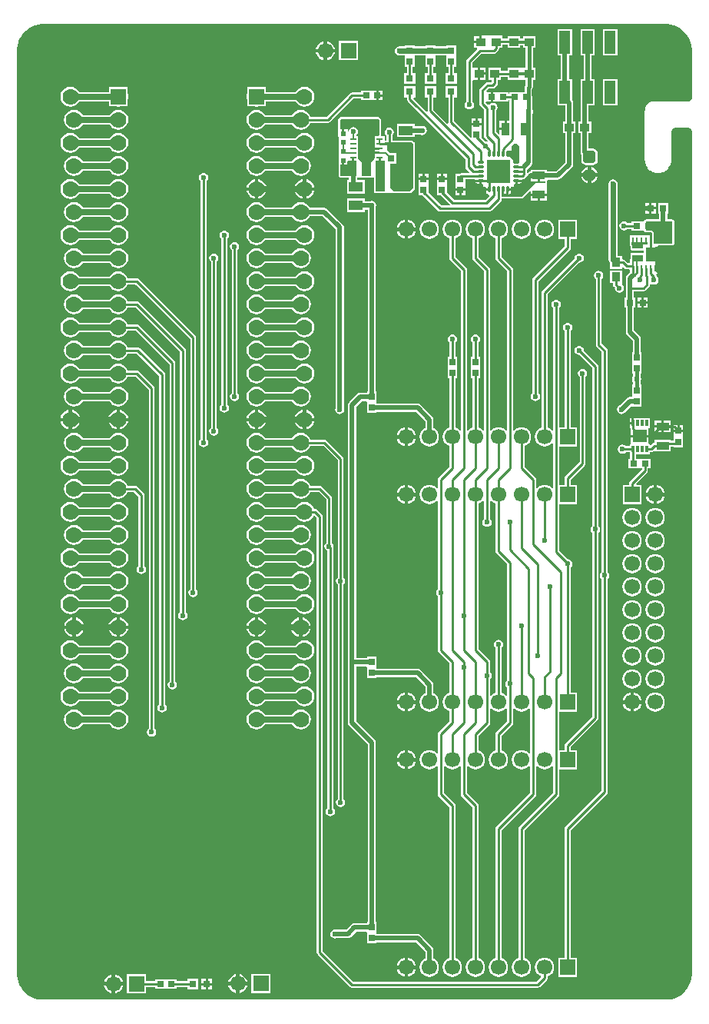
<source format=gtl>
G04*
G04 #@! TF.GenerationSoftware,Altium Limited,Altium Designer,20.2.8 (258)*
G04*
G04 Layer_Physical_Order=1*
G04 Layer_Color=255*
%FSLAX43Y43*%
%MOMM*%
G71*
G04*
G04 #@! TF.SameCoordinates,2C7AC1C0-F562-43BB-A571-7E62E4670D11*
G04*
G04*
G04 #@! TF.FilePolarity,Positive*
G04*
G01*
G75*
%ADD10C,0.400*%
%ADD11C,0.254*%
%ADD16C,0.200*%
%ADD20R,0.762X0.762*%
%ADD21R,1.600X1.092*%
%ADD22O,0.730X0.300*%
%ADD23O,0.300X0.730*%
%ADD24R,0.762X0.762*%
%ADD25R,0.550X0.600*%
%ADD26R,0.900X2.500*%
%ADD27R,0.700X0.250*%
%ADD29R,1.200X2.500*%
%ADD30R,0.260X1.200*%
%ADD31R,1.200X0.775*%
%ADD32R,0.260X0.800*%
%ADD34R,0.300X0.700*%
%ADD36R,0.800X0.800*%
%ADD37R,1.000X0.950*%
%ADD38R,0.800X0.650*%
%ADD39R,1.350X0.900*%
%ADD40R,0.950X1.000*%
%ADD41R,0.650X0.800*%
%ADD42R,0.900X1.350*%
%ADD43R,0.800X0.800*%
%ADD77R,2.500X2.500*%
%ADD78R,1.700X2.350*%
%ADD79R,1.125X1.650*%
%ADD80R,1.600X1.400*%
%ADD81C,0.508*%
%ADD82C,0.635*%
%ADD83C,0.500*%
%ADD84C,0.813*%
%ADD85C,0.559*%
%ADD86C,0.279*%
%ADD87C,0.381*%
%ADD88R,0.900X0.300*%
%ADD89C,1.778*%
%ADD90C,3.600*%
%ADD91C,1.700*%
%ADD92R,1.700X1.700*%
%ADD93R,1.700X1.700*%
%ADD94C,1.400*%
G04:AMPARAMS|DCode=95|XSize=1.4mm|YSize=1.4mm|CornerRadius=0.35mm|HoleSize=0mm|Usage=FLASHONLY|Rotation=270.000|XOffset=0mm|YOffset=0mm|HoleType=Round|Shape=RoundedRectangle|*
%AMROUNDEDRECTD95*
21,1,1.400,0.700,0,0,270.0*
21,1,0.700,1.400,0,0,270.0*
1,1,0.700,-0.350,-0.350*
1,1,0.700,-0.350,0.350*
1,1,0.700,0.350,0.350*
1,1,0.700,0.350,-0.350*
%
%ADD95ROUNDEDRECTD95*%
%ADD96C,0.600*%
G36*
X71755Y107695D02*
X71946D01*
X72326Y107645D01*
X72696Y107546D01*
X73049Y107400D01*
X73381Y107208D01*
X73684Y106975D01*
X73955Y106704D01*
X74188Y106401D01*
X74380Y106069D01*
X74526Y105716D01*
X74625Y105346D01*
X74675Y104966D01*
Y104775D01*
Y99645D01*
X74656Y99547D01*
X74617Y99455D01*
X74562Y99372D01*
X74491Y99301D01*
X74408Y99246D01*
X74316Y99207D01*
X74218Y99188D01*
X70485Y99188D01*
X70479Y99187D01*
X70472Y99188D01*
X70398Y99184D01*
X70379Y99179D01*
X70361D01*
X70214Y99150D01*
X70191Y99141D01*
X70166Y99136D01*
X70028Y99079D01*
X70007Y99065D01*
X69984Y99055D01*
X69860Y98972D01*
X69842Y98954D01*
X69821Y98940D01*
X69716Y98835D01*
X69702Y98814D01*
X69684Y98796D01*
X69601Y98672D01*
X69591Y98649D01*
X69577Y98628D01*
X69520Y98490D01*
X69515Y98465D01*
X69506Y98442D01*
X69477Y98295D01*
Y98277D01*
X69472Y98258D01*
X69468Y98184D01*
X69469Y98177D01*
X69468Y98171D01*
Y92710D01*
X69470Y92702D01*
X69469Y92693D01*
X69479Y92537D01*
X69485Y92512D01*
X69487Y92487D01*
X69568Y92185D01*
X69583Y92155D01*
X69594Y92123D01*
X69750Y91852D01*
X69772Y91827D01*
X69791Y91799D01*
X70012Y91578D01*
X70040Y91559D01*
X70065Y91537D01*
X70336Y91381D01*
X70368Y91370D01*
X70398Y91355D01*
X70700Y91274D01*
X70734Y91272D01*
X70766Y91265D01*
X71080D01*
X71112Y91272D01*
X71146Y91274D01*
X71448Y91355D01*
X71478Y91370D01*
X71510Y91381D01*
X71781Y91537D01*
X71806Y91559D01*
X71834Y91578D01*
X72055Y91799D01*
X72074Y91827D01*
X72096Y91852D01*
X72252Y92123D01*
X72263Y92155D01*
X72278Y92185D01*
X72359Y92487D01*
X72361Y92512D01*
X72367Y92537D01*
X72377Y92693D01*
X72376Y92702D01*
X72378Y92710D01*
Y95821D01*
X72397Y95919D01*
X72436Y96011D01*
X72491Y96094D01*
X72562Y96165D01*
X72645Y96220D01*
X72737Y96259D01*
X72835Y96278D01*
X72885Y96278D01*
X72885Y96278D01*
X72885Y96278D01*
X74218D01*
X74316Y96259D01*
X74408Y96220D01*
X74491Y96165D01*
X74562Y96094D01*
X74617Y96011D01*
X74656Y95919D01*
X74675Y95821D01*
Y95771D01*
X74675Y3175D01*
X74675Y2984D01*
X74625Y2604D01*
X74526Y2234D01*
X74380Y1881D01*
X74188Y1549D01*
X73955Y1245D01*
X73684Y975D01*
X73381Y742D01*
X73049Y550D01*
X72696Y404D01*
X72326Y305D01*
X71946Y255D01*
X71755Y255D01*
X2984D01*
X2604Y305D01*
X2234Y404D01*
X1881Y550D01*
X1549Y742D01*
X1245Y975D01*
X975Y1246D01*
X742Y1549D01*
X550Y1881D01*
X404Y2234D01*
X305Y2604D01*
X255Y2984D01*
X255Y3175D01*
Y104775D01*
Y104966D01*
X305Y105346D01*
X404Y105716D01*
X550Y106069D01*
X742Y106401D01*
X975Y106704D01*
X1246Y106975D01*
X1549Y107208D01*
X1881Y107400D01*
X2234Y107546D01*
X2604Y107645D01*
X2984Y107695D01*
X3175Y107695D01*
X71755Y107695D01*
D02*
G37*
%LPC*%
G36*
X51235Y106405D02*
X50662D01*
Y105857D01*
X51235D01*
Y106405D01*
D02*
G37*
G36*
X48658Y105340D02*
X47608D01*
Y105229D01*
X46372D01*
Y105340D01*
X45322D01*
Y105229D01*
X44086D01*
Y105340D01*
X43036D01*
Y105229D01*
X42524D01*
X42418Y105250D01*
X42223Y105211D01*
X42058Y105100D01*
X41947Y104935D01*
X41908Y104740D01*
X41947Y104545D01*
X42058Y104380D01*
X42223Y104269D01*
X42418Y104230D01*
X42524Y104251D01*
X42998D01*
X43036Y104140D01*
X43036Y104013D01*
Y102940D01*
X43228D01*
Y102330D01*
X42961D01*
Y101130D01*
X44161D01*
Y102330D01*
X43894D01*
Y102940D01*
X44086D01*
Y104013D01*
X44086Y104140D01*
X44124Y104251D01*
X45284D01*
X45322Y104140D01*
X45322Y104013D01*
Y102940D01*
X45514D01*
Y102330D01*
X45247D01*
Y101130D01*
X46447D01*
Y102330D01*
X46180D01*
Y102940D01*
X46372D01*
Y104013D01*
X46372Y104140D01*
X46410Y104251D01*
X47570D01*
X47608Y104140D01*
X47608Y104013D01*
Y102940D01*
X47800D01*
Y102330D01*
X47533D01*
Y101130D01*
X48733D01*
Y102330D01*
X48466D01*
Y102940D01*
X48658D01*
Y104013D01*
X48658Y104140D01*
X48658Y104267D01*
Y105340D01*
D02*
G37*
G36*
X34445Y105809D02*
Y104965D01*
X35289D01*
X35278Y105049D01*
X35172Y105305D01*
X35004Y105524D01*
X34785Y105692D01*
X34529Y105798D01*
X34445Y105809D01*
D02*
G37*
G36*
X34064Y105809D02*
X33981Y105798D01*
X33725Y105692D01*
X33506Y105524D01*
X33338Y105305D01*
X33232Y105049D01*
X33221Y104965D01*
X34064D01*
Y105809D01*
D02*
G37*
G36*
X66461Y107153D02*
X64861D01*
Y104253D01*
X66461D01*
Y107153D01*
D02*
G37*
G36*
X35289Y104584D02*
X34445D01*
Y103741D01*
X34529Y103752D01*
X34785Y103858D01*
X35004Y104026D01*
X35172Y104245D01*
X35278Y104501D01*
X35289Y104584D01*
D02*
G37*
G36*
X34064D02*
X33221D01*
X33232Y104501D01*
X33338Y104245D01*
X33506Y104026D01*
X33725Y103858D01*
X33981Y103752D01*
X34064Y103741D01*
Y104584D01*
D02*
G37*
G36*
X37845Y105825D02*
X35745D01*
Y103725D01*
X37845D01*
Y105825D01*
D02*
G37*
G36*
X51347Y102910D02*
Y102362D01*
X51920D01*
Y102910D01*
X51347D01*
D02*
G37*
G36*
X51920Y102108D02*
X51347D01*
Y101560D01*
X51920D01*
Y102108D01*
D02*
G37*
G36*
X31953Y100793D02*
X31669Y100756D01*
X31404Y100646D01*
X31177Y100472D01*
X31002Y100244D01*
X30993Y100223D01*
X27720D01*
Y100745D01*
X26981D01*
X26954Y100756D01*
X26670Y100793D01*
X26386Y100756D01*
X26359Y100745D01*
X25620D01*
Y100006D01*
X25609Y99979D01*
X25572Y99695D01*
X25609Y99411D01*
X25620Y99384D01*
Y98645D01*
X26359D01*
X26386Y98634D01*
X26670Y98597D01*
X26954Y98634D01*
X26981Y98645D01*
X27720D01*
Y99167D01*
X30993D01*
X31002Y99146D01*
X31177Y98918D01*
X31404Y98744D01*
X31669Y98634D01*
X31953Y98597D01*
X32237Y98634D01*
X32502Y98744D01*
X32730Y98918D01*
X32904Y99146D01*
X33014Y99411D01*
X33052Y99695D01*
X33014Y99979D01*
X32904Y100244D01*
X32730Y100472D01*
X32502Y100646D01*
X32237Y100756D01*
X31953Y100793D01*
D02*
G37*
G36*
X11430D02*
X11146Y100756D01*
X11119Y100745D01*
X10380D01*
Y100223D01*
X7107D01*
X7098Y100244D01*
X6923Y100472D01*
X6696Y100646D01*
X6431Y100756D01*
X6147Y100793D01*
X5863Y100756D01*
X5598Y100646D01*
X5370Y100472D01*
X5196Y100244D01*
X5086Y99979D01*
X5048Y99695D01*
X5086Y99411D01*
X5196Y99146D01*
X5370Y98918D01*
X5598Y98744D01*
X5863Y98634D01*
X6147Y98597D01*
X6431Y98634D01*
X6696Y98744D01*
X6923Y98918D01*
X7098Y99146D01*
X7107Y99167D01*
X10380D01*
Y98645D01*
X11119D01*
X11146Y98634D01*
X11430Y98597D01*
X11714Y98634D01*
X11741Y98645D01*
X12480D01*
Y99384D01*
X12491Y99411D01*
X12528Y99695D01*
X12491Y99979D01*
X12480Y100006D01*
Y100745D01*
X11741D01*
X11714Y100756D01*
X11430Y100793D01*
D02*
G37*
G36*
X40097Y100347D02*
Y99949D01*
X40570D01*
Y100347D01*
X40097D01*
D02*
G37*
G36*
X40570Y99695D02*
X40097D01*
Y99297D01*
X40570D01*
Y99695D01*
D02*
G37*
G36*
X39370Y100347D02*
X39243Y100347D01*
X38170D01*
Y100155D01*
X37211D01*
X37083Y100130D01*
X36975Y100058D01*
X34406Y97488D01*
X32587D01*
X32498Y97704D01*
X32323Y97932D01*
X32096Y98106D01*
X31831Y98216D01*
X31547Y98253D01*
X31263Y98216D01*
X30998Y98106D01*
X30770Y97932D01*
X30596Y97704D01*
X30587Y97683D01*
X27630D01*
X27621Y97704D01*
X27447Y97932D01*
X27219Y98106D01*
X26954Y98216D01*
X26670Y98253D01*
X26386Y98216D01*
X26121Y98106D01*
X25893Y97932D01*
X25719Y97704D01*
X25609Y97439D01*
X25572Y97155D01*
X25609Y96871D01*
X25719Y96606D01*
X25893Y96378D01*
X26121Y96204D01*
X26386Y96094D01*
X26670Y96057D01*
X26954Y96094D01*
X27219Y96204D01*
X27447Y96378D01*
X27621Y96606D01*
X27630Y96627D01*
X30587D01*
X30596Y96606D01*
X30770Y96378D01*
X30998Y96204D01*
X31263Y96094D01*
X31547Y96057D01*
X31831Y96094D01*
X32096Y96204D01*
X32323Y96378D01*
X32498Y96606D01*
X32587Y96822D01*
X34544D01*
X34672Y96847D01*
X34780Y96919D01*
X37349Y99489D01*
X38170D01*
Y99297D01*
X39243D01*
X39370Y99297D01*
X39497Y99297D01*
X39843D01*
Y99822D01*
Y100347D01*
X39370D01*
D02*
G37*
G36*
X66461Y101653D02*
X64861D01*
Y98753D01*
X66461D01*
Y101653D01*
D02*
G37*
G36*
X11430Y98253D02*
X11146Y98216D01*
X10881Y98106D01*
X10653Y97932D01*
X10479Y97704D01*
X10470Y97683D01*
X7513D01*
X7504Y97704D01*
X7330Y97932D01*
X7102Y98106D01*
X6837Y98216D01*
X6553Y98253D01*
X6269Y98216D01*
X6004Y98106D01*
X5777Y97932D01*
X5602Y97704D01*
X5492Y97439D01*
X5455Y97155D01*
X5492Y96871D01*
X5602Y96606D01*
X5777Y96378D01*
X6004Y96204D01*
X6269Y96094D01*
X6553Y96057D01*
X6837Y96094D01*
X7102Y96204D01*
X7330Y96378D01*
X7504Y96606D01*
X7513Y96627D01*
X10470D01*
X10479Y96606D01*
X10653Y96378D01*
X10881Y96204D01*
X11146Y96094D01*
X11430Y96057D01*
X11714Y96094D01*
X11979Y96204D01*
X12207Y96378D01*
X12381Y96606D01*
X12491Y96871D01*
X12528Y97155D01*
X12491Y97439D01*
X12381Y97704D01*
X12207Y97932D01*
X11979Y98106D01*
X11714Y98216D01*
X11430Y98253D01*
D02*
G37*
G36*
X51452Y97304D02*
X51054D01*
Y96831D01*
X51452D01*
Y97304D01*
D02*
G37*
G36*
X50800D02*
X50402D01*
Y96831D01*
X50800D01*
Y97304D01*
D02*
G37*
G36*
X44137Y96725D02*
X42137D01*
Y95233D01*
X44137D01*
Y95520D01*
X44709D01*
X44728Y95508D01*
X44923Y95469D01*
X45118Y95508D01*
X45283Y95618D01*
X45394Y95784D01*
X45433Y95979D01*
X45394Y96174D01*
X45283Y96339D01*
X45118Y96450D01*
X44923Y96488D01*
X44728Y96450D01*
X44709Y96437D01*
X44137D01*
Y96725D01*
D02*
G37*
G36*
X31953Y95713D02*
X31669Y95676D01*
X31404Y95566D01*
X31177Y95392D01*
X31002Y95164D01*
X30993Y95143D01*
X27630D01*
X27621Y95164D01*
X27447Y95392D01*
X27219Y95566D01*
X26954Y95676D01*
X26670Y95713D01*
X26386Y95676D01*
X26121Y95566D01*
X25893Y95392D01*
X25719Y95164D01*
X25609Y94899D01*
X25572Y94615D01*
X25609Y94331D01*
X25719Y94066D01*
X25893Y93838D01*
X26121Y93664D01*
X26386Y93554D01*
X26670Y93517D01*
X26954Y93554D01*
X27219Y93664D01*
X27447Y93838D01*
X27621Y94066D01*
X27630Y94087D01*
X30993D01*
X31002Y94066D01*
X31177Y93838D01*
X31404Y93664D01*
X31669Y93554D01*
X31953Y93517D01*
X32237Y93554D01*
X32502Y93664D01*
X32730Y93838D01*
X32904Y94066D01*
X33014Y94331D01*
X33052Y94615D01*
X33014Y94899D01*
X32904Y95164D01*
X32730Y95392D01*
X32502Y95566D01*
X32237Y95676D01*
X31953Y95713D01*
D02*
G37*
G36*
X11430D02*
X11146Y95676D01*
X10881Y95566D01*
X10653Y95392D01*
X10479Y95164D01*
X10470Y95143D01*
X7107D01*
X7098Y95164D01*
X6923Y95392D01*
X6696Y95566D01*
X6431Y95676D01*
X6147Y95713D01*
X5863Y95676D01*
X5598Y95566D01*
X5370Y95392D01*
X5196Y95164D01*
X5086Y94899D01*
X5048Y94615D01*
X5086Y94331D01*
X5196Y94066D01*
X5370Y93838D01*
X5598Y93664D01*
X5863Y93554D01*
X6147Y93517D01*
X6431Y93554D01*
X6696Y93664D01*
X6923Y93838D01*
X7098Y94066D01*
X7107Y94087D01*
X10470D01*
X10479Y94066D01*
X10653Y93838D01*
X10881Y93664D01*
X11146Y93554D01*
X11430Y93517D01*
X11714Y93554D01*
X11979Y93664D01*
X12207Y93838D01*
X12381Y94066D01*
X12491Y94331D01*
X12528Y94615D01*
X12491Y94899D01*
X12381Y95164D01*
X12207Y95392D01*
X11979Y95566D01*
X11714Y95676D01*
X11430Y95713D01*
D02*
G37*
G36*
X31547Y93173D02*
X31263Y93136D01*
X30998Y93026D01*
X30770Y92852D01*
X30596Y92624D01*
X30587Y92603D01*
X27630D01*
X27621Y92624D01*
X27447Y92852D01*
X27219Y93026D01*
X26954Y93136D01*
X26670Y93173D01*
X26386Y93136D01*
X26121Y93026D01*
X25893Y92852D01*
X25719Y92624D01*
X25609Y92359D01*
X25572Y92075D01*
X25609Y91791D01*
X25719Y91526D01*
X25893Y91298D01*
X26121Y91124D01*
X26386Y91014D01*
X26670Y90977D01*
X26954Y91014D01*
X27219Y91124D01*
X27447Y91298D01*
X27621Y91526D01*
X27630Y91547D01*
X30587D01*
X30596Y91526D01*
X30770Y91298D01*
X30998Y91124D01*
X31263Y91014D01*
X31547Y90977D01*
X31831Y91014D01*
X32096Y91124D01*
X32323Y91298D01*
X32498Y91526D01*
X32608Y91791D01*
X32645Y92075D01*
X32608Y92359D01*
X32498Y92624D01*
X32323Y92852D01*
X32096Y93026D01*
X31831Y93136D01*
X31547Y93173D01*
D02*
G37*
G36*
X11430D02*
X11146Y93136D01*
X10881Y93026D01*
X10653Y92852D01*
X10479Y92624D01*
X10470Y92603D01*
X7513D01*
X7504Y92624D01*
X7330Y92852D01*
X7102Y93026D01*
X6837Y93136D01*
X6553Y93173D01*
X6269Y93136D01*
X6004Y93026D01*
X5777Y92852D01*
X5602Y92624D01*
X5492Y92359D01*
X5455Y92075D01*
X5492Y91791D01*
X5602Y91526D01*
X5777Y91298D01*
X6004Y91124D01*
X6269Y91014D01*
X6553Y90977D01*
X6837Y91014D01*
X7102Y91124D01*
X7330Y91298D01*
X7504Y91526D01*
X7513Y91547D01*
X10470D01*
X10479Y91526D01*
X10653Y91298D01*
X10881Y91124D01*
X11146Y91014D01*
X11430Y90977D01*
X11714Y91014D01*
X11979Y91124D01*
X12207Y91298D01*
X12381Y91526D01*
X12491Y91791D01*
X12528Y92075D01*
X12491Y92359D01*
X12381Y92624D01*
X12207Y92852D01*
X11979Y93026D01*
X11714Y93136D01*
X11430Y93173D01*
D02*
G37*
G36*
X63961Y107153D02*
X62361D01*
Y104253D01*
X62703D01*
Y101653D01*
X62361D01*
Y98753D01*
X62367D01*
Y97282D01*
Y97005D01*
X62150D01*
Y95655D01*
X62367D01*
Y93622D01*
X62402Y93446D01*
X62462Y93356D01*
Y92725D01*
X62505Y92510D01*
X62626Y92328D01*
X62808Y92207D01*
X63023Y92164D01*
X63723D01*
X63938Y92207D01*
X64120Y92328D01*
X64241Y92510D01*
X64284Y92725D01*
Y93425D01*
X64241Y93640D01*
X64120Y93822D01*
X63938Y93943D01*
X63723Y93986D01*
X63285D01*
Y95655D01*
X63550D01*
Y97005D01*
X63285D01*
Y97282D01*
Y98753D01*
X63961D01*
Y101653D01*
X63620D01*
Y104253D01*
X63961D01*
Y107153D01*
D02*
G37*
G36*
X61461D02*
X59861D01*
Y104253D01*
X60203D01*
Y101653D01*
X59861D01*
Y98753D01*
X60667D01*
Y97282D01*
Y97005D01*
X60450D01*
Y95655D01*
X60667D01*
Y92447D01*
X59683Y91463D01*
X58660D01*
Y91654D01*
X56910D01*
Y91461D01*
X56746Y91428D01*
X56597Y91329D01*
X56593Y91324D01*
X56466Y91376D01*
Y91625D01*
X56966Y92125D01*
X57066Y92274D01*
X57101Y92450D01*
Y97831D01*
X57113Y97849D01*
X57152Y98044D01*
X57113Y98239D01*
X57040Y98348D01*
Y99656D01*
X57010Y99808D01*
X57001Y99821D01*
Y100488D01*
X57012Y100498D01*
X57098Y100628D01*
X57128Y100780D01*
Y101560D01*
X57430D01*
Y102910D01*
X57128D01*
Y105055D01*
X57430D01*
Y106405D01*
X56030D01*
Y106084D01*
X55730D01*
Y106405D01*
X54330D01*
Y106083D01*
X53762D01*
Y106425D01*
X51500D01*
Y106405D01*
X51489D01*
Y105730D01*
X51362D01*
Y105603D01*
X50662D01*
Y105055D01*
X50954D01*
X51006Y104928D01*
X49889Y103811D01*
X49817Y103703D01*
X49792Y103575D01*
Y99179D01*
X49765Y99160D01*
X49654Y98995D01*
X49615Y98800D01*
X49654Y98605D01*
X49765Y98440D01*
X49930Y98329D01*
X50125Y98290D01*
X50320Y98329D01*
X50485Y98440D01*
X50596Y98605D01*
X50635Y98800D01*
X50596Y98995D01*
X50485Y99160D01*
X50458Y99179D01*
Y101459D01*
X50520Y101560D01*
X50585Y101560D01*
X51093D01*
Y102235D01*
Y102910D01*
X50585D01*
X50520Y102910D01*
X50458Y103011D01*
Y103437D01*
X51428Y104407D01*
X52826D01*
X52954Y104432D01*
X53062Y104504D01*
X53298Y104740D01*
X53370Y104849D01*
X53396Y104976D01*
Y105055D01*
X53762D01*
Y105417D01*
X54330D01*
Y105055D01*
X55730D01*
Y105376D01*
X56030D01*
Y105055D01*
X56332D01*
Y102910D01*
X54330D01*
Y102568D01*
X53620D01*
Y102910D01*
X52220D01*
Y101560D01*
X52587D01*
Y101318D01*
X52559Y101290D01*
X52120D01*
X51992Y101265D01*
X51884Y101193D01*
X51326Y100635D01*
X51254Y100527D01*
X51229Y100399D01*
Y98933D01*
X51254Y98805D01*
X51326Y98697D01*
X51737Y98287D01*
Y95377D01*
X51762Y95249D01*
X51834Y95141D01*
X52142Y94834D01*
X52079Y94717D01*
X51943Y94744D01*
X51911Y94737D01*
X51452Y95197D01*
Y95977D01*
X51452Y96104D01*
X51452Y96231D01*
Y96577D01*
X50927D01*
X50402D01*
Y96231D01*
X50402Y96104D01*
X50402Y95977D01*
Y95235D01*
X50285Y95186D01*
X48466Y97005D01*
Y99630D01*
X48733D01*
Y100830D01*
X47533D01*
Y99630D01*
X47800D01*
Y96866D01*
X47811Y96809D01*
X47694Y96747D01*
X46180Y98260D01*
Y99630D01*
X46447D01*
Y100830D01*
X45247D01*
Y99630D01*
X45514D01*
Y98140D01*
X45472Y98108D01*
X45392Y98081D01*
X43970Y99503D01*
X44023Y99630D01*
X44161D01*
Y100830D01*
X42961D01*
Y99630D01*
X43228D01*
Y99441D01*
X43253Y99313D01*
X43325Y99205D01*
X49705Y92826D01*
Y91948D01*
X49730Y91820D01*
X49802Y91712D01*
X50124Y91391D01*
X50075Y91273D01*
X49196D01*
X49068Y91248D01*
X49061Y91243D01*
X48624D01*
Y90170D01*
X48624Y90043D01*
X48624Y89916D01*
Y89570D01*
X49674D01*
Y89916D01*
X49674Y90043D01*
X49674Y90170D01*
Y90607D01*
X50709D01*
X50741Y90567D01*
X51375D01*
Y90440D01*
X51502D01*
Y90083D01*
X51590D01*
X51640Y90042D01*
Y89840D01*
X51740Y89740D01*
X51942D01*
X51983Y89690D01*
Y89602D01*
X52340D01*
Y89348D01*
X51983D01*
Y89260D01*
X52010Y89123D01*
X52088Y89008D01*
X52203Y88930D01*
X52273Y88916D01*
X52315Y88779D01*
X51881Y88344D01*
X48437D01*
X47642Y89140D01*
Y89916D01*
X47642Y90043D01*
X47642Y90170D01*
Y90516D01*
X47117D01*
X46592D01*
Y90170D01*
X46592Y90043D01*
X46592Y89916D01*
Y88843D01*
X46995D01*
X48002Y87836D01*
X47949Y87709D01*
X47040D01*
X45610Y89140D01*
Y89916D01*
X45610Y90043D01*
X45610Y90170D01*
Y90516D01*
X45085D01*
X44560D01*
Y90170D01*
X44560Y90043D01*
X44560Y89916D01*
Y88843D01*
X44963D01*
X46666Y87140D01*
X46774Y87068D01*
X46902Y87043D01*
X52324D01*
X52452Y87068D01*
X52560Y87140D01*
X53576Y88156D01*
X53648Y88264D01*
X53672Y88384D01*
X53673Y88392D01*
X53718Y88496D01*
X55900D01*
X55900Y88496D01*
X55978Y88512D01*
X56044Y88556D01*
X56044Y88556D01*
X56793Y89304D01*
X56910Y89256D01*
Y89031D01*
X58660D01*
Y89554D01*
X58650D01*
Y90064D01*
X58688Y90122D01*
X58704Y90200D01*
Y90354D01*
X58691Y90418D01*
X58698Y90446D01*
X58765Y90545D01*
X59873D01*
X60049Y90580D01*
X60198Y90680D01*
X61450Y91933D01*
X61550Y92081D01*
X61585Y92257D01*
Y95655D01*
X61850D01*
Y97005D01*
X61585D01*
Y97282D01*
Y98988D01*
X61550Y99164D01*
X61461Y99296D01*
Y101653D01*
X61120D01*
Y104253D01*
X61461D01*
Y107153D01*
D02*
G37*
G36*
X63564Y91958D02*
Y91265D01*
X64256D01*
X64250Y91310D01*
X64159Y91529D01*
X64015Y91717D01*
X63827Y91861D01*
X63608Y91952D01*
X63564Y91958D01*
D02*
G37*
G36*
X63183Y91958D02*
X63138Y91952D01*
X62919Y91861D01*
X62731Y91717D01*
X62587Y91529D01*
X62496Y91310D01*
X62490Y91265D01*
X63183D01*
Y91958D01*
D02*
G37*
G36*
X47642Y91243D02*
X47244D01*
Y90770D01*
X47642D01*
Y91243D01*
D02*
G37*
G36*
X45610D02*
X45212D01*
Y90770D01*
X45610D01*
Y91243D01*
D02*
G37*
G36*
X46990D02*
X46592D01*
Y90770D01*
X46990D01*
Y91243D01*
D02*
G37*
G36*
X44958D02*
X44560D01*
Y90770D01*
X44958D01*
Y91243D01*
D02*
G37*
G36*
X64256Y90884D02*
X63564D01*
Y90192D01*
X63608Y90198D01*
X63827Y90289D01*
X64015Y90433D01*
X64159Y90621D01*
X64250Y90840D01*
X64256Y90884D01*
D02*
G37*
G36*
X63183D02*
X62490D01*
X62496Y90840D01*
X62587Y90621D01*
X62731Y90433D01*
X62919Y90289D01*
X63138Y90198D01*
X63183Y90192D01*
Y90884D01*
D02*
G37*
G36*
X51248Y90313D02*
X50828D01*
X50830Y90303D01*
X50908Y90188D01*
X51023Y90110D01*
X51160Y90083D01*
X51248D01*
Y90313D01*
D02*
G37*
G36*
X11430Y90633D02*
X11146Y90596D01*
X10881Y90486D01*
X10653Y90312D01*
X10479Y90084D01*
X10470Y90063D01*
X7107D01*
X7098Y90084D01*
X6923Y90312D01*
X6696Y90486D01*
X6431Y90596D01*
X6147Y90633D01*
X5863Y90596D01*
X5598Y90486D01*
X5370Y90312D01*
X5196Y90084D01*
X5086Y89819D01*
X5048Y89535D01*
X5086Y89251D01*
X5196Y88986D01*
X5370Y88758D01*
X5598Y88584D01*
X5863Y88474D01*
X6147Y88437D01*
X6431Y88474D01*
X6696Y88584D01*
X6923Y88758D01*
X7098Y88986D01*
X7107Y89007D01*
X10470D01*
X10479Y88986D01*
X10653Y88758D01*
X10881Y88584D01*
X11146Y88474D01*
X11430Y88437D01*
X11714Y88474D01*
X11979Y88584D01*
X12207Y88758D01*
X12381Y88986D01*
X12491Y89251D01*
X12528Y89535D01*
X12491Y89819D01*
X12381Y90084D01*
X12207Y90312D01*
X11979Y90486D01*
X11714Y90596D01*
X11430Y90633D01*
D02*
G37*
G36*
X32144Y90608D02*
Y89726D01*
X33027D01*
X33014Y89819D01*
X32904Y90084D01*
X32730Y90312D01*
X32502Y90486D01*
X32237Y90596D01*
X32144Y90608D01*
D02*
G37*
G36*
X31763D02*
X31669Y90596D01*
X31404Y90486D01*
X31177Y90312D01*
X31002Y90084D01*
X30892Y89819D01*
X30880Y89726D01*
X31763D01*
Y90608D01*
D02*
G37*
G36*
X26861D02*
Y89726D01*
X27743D01*
X27731Y89819D01*
X27621Y90084D01*
X27447Y90312D01*
X27219Y90486D01*
X26954Y90596D01*
X26861Y90608D01*
D02*
G37*
G36*
X26479D02*
X26386Y90596D01*
X26121Y90486D01*
X25893Y90312D01*
X25719Y90084D01*
X25609Y89819D01*
X25597Y89726D01*
X26479D01*
Y90608D01*
D02*
G37*
G36*
X40176Y97450D02*
X35926Y97450D01*
X35676Y97200D01*
Y95325D01*
X35676D01*
X35760Y95241D01*
X35760Y95152D01*
X35760Y95025D01*
Y94184D01*
X35737D01*
Y93311D01*
X35737Y93184D01*
X35737D01*
Y93184D01*
X35737D01*
Y92231D01*
X35727Y92184D01*
Y90987D01*
X35743Y90908D01*
X35787Y90842D01*
X35787Y90842D01*
X35792Y90837D01*
X35859Y90793D01*
X35937Y90777D01*
X36870D01*
Y90503D01*
X36625D01*
Y89011D01*
X38625D01*
Y90503D01*
X37787D01*
Y90775D01*
X39600D01*
Y89372D01*
X39600Y89372D01*
X39604Y89352D01*
Y89076D01*
X39806D01*
Y89076D01*
X42980Y89076D01*
X42999Y89072D01*
X43561Y89072D01*
X43561Y89072D01*
X43639Y89088D01*
X43705Y89132D01*
X43705Y89132D01*
X44081Y89508D01*
X44125Y89574D01*
X44141Y89652D01*
X44141Y94493D01*
X44137Y94512D01*
Y94693D01*
X44025D01*
X43915Y94803D01*
X43848Y94847D01*
X43770Y94863D01*
X41634D01*
Y95405D01*
X41661Y95423D01*
X41772Y95588D01*
X41811Y95784D01*
X41772Y95979D01*
X41661Y96144D01*
X41496Y96255D01*
X41301Y96293D01*
X41106Y96255D01*
X40940Y96144D01*
X40830Y95979D01*
X40791Y95784D01*
X40830Y95588D01*
X40940Y95423D01*
X40968Y95405D01*
Y94863D01*
X40770D01*
Y95325D01*
X40550D01*
X40423Y95325D01*
X40423Y95452D01*
X40422Y97203D01*
X40176Y97450D01*
D02*
G37*
G36*
X49674Y89316D02*
X49276D01*
Y88843D01*
X49674D01*
Y89316D01*
D02*
G37*
G36*
X49022D02*
X48624D01*
Y88843D01*
X49022D01*
Y89316D01*
D02*
G37*
G36*
X33027Y89344D02*
X32144D01*
Y88462D01*
X32237Y88474D01*
X32502Y88584D01*
X32730Y88758D01*
X32904Y88986D01*
X33014Y89251D01*
X33027Y89344D01*
D02*
G37*
G36*
X31763D02*
X30880D01*
X30892Y89251D01*
X31002Y88986D01*
X31177Y88758D01*
X31404Y88584D01*
X31669Y88474D01*
X31763Y88462D01*
Y89344D01*
D02*
G37*
G36*
X27743D02*
X26861D01*
Y88462D01*
X26954Y88474D01*
X27219Y88584D01*
X27447Y88758D01*
X27621Y88986D01*
X27731Y89251D01*
X27743Y89344D01*
D02*
G37*
G36*
X26479D02*
X25597D01*
X25609Y89251D01*
X25719Y88986D01*
X25893Y88758D01*
X26121Y88584D01*
X26386Y88474D01*
X26479Y88462D01*
Y89344D01*
D02*
G37*
G36*
X58660Y88777D02*
X57912D01*
Y88254D01*
X58660D01*
Y88777D01*
D02*
G37*
G36*
X57658D02*
X56910D01*
Y88254D01*
X57658D01*
Y88777D01*
D02*
G37*
G36*
X70683Y87981D02*
X70229D01*
Y87527D01*
X70683D01*
Y87981D01*
D02*
G37*
G36*
X69975D02*
X69521D01*
Y87527D01*
X69975D01*
Y87981D01*
D02*
G37*
G36*
X31547Y88093D02*
X31263Y88056D01*
X30998Y87946D01*
X30770Y87772D01*
X30596Y87544D01*
X30587Y87523D01*
X27630D01*
X27621Y87544D01*
X27447Y87772D01*
X27219Y87946D01*
X26954Y88056D01*
X26670Y88093D01*
X26386Y88056D01*
X26121Y87946D01*
X25893Y87772D01*
X25719Y87544D01*
X25609Y87279D01*
X25572Y86995D01*
X25609Y86711D01*
X25719Y86446D01*
X25893Y86218D01*
X26121Y86044D01*
X26386Y85934D01*
X26670Y85897D01*
X26954Y85934D01*
X27219Y86044D01*
X27447Y86218D01*
X27621Y86446D01*
X27630Y86467D01*
X30587D01*
X30596Y86446D01*
X30770Y86218D01*
X30998Y86044D01*
X31263Y85934D01*
X31547Y85897D01*
X31831Y85934D01*
X32096Y86044D01*
X32323Y86218D01*
X32498Y86446D01*
X32535Y86536D01*
X33973D01*
X35366Y85143D01*
Y65438D01*
X35354Y65420D01*
X35315Y65225D01*
X35354Y65030D01*
X35465Y64865D01*
X35630Y64754D01*
X35825Y64715D01*
X36020Y64754D01*
X36186Y64865D01*
X36296Y65030D01*
X36335Y65225D01*
X36296Y65420D01*
X36284Y65438D01*
Y85333D01*
X36249Y85508D01*
X36150Y85657D01*
X34487Y87319D01*
X34339Y87419D01*
X34163Y87454D01*
X32535D01*
X32498Y87544D01*
X32323Y87772D01*
X32096Y87946D01*
X31831Y88056D01*
X31547Y88093D01*
D02*
G37*
G36*
X11430D02*
X11146Y88056D01*
X10881Y87946D01*
X10653Y87772D01*
X10479Y87544D01*
X10470Y87523D01*
X7513D01*
X7504Y87544D01*
X7330Y87772D01*
X7102Y87946D01*
X6837Y88056D01*
X6553Y88093D01*
X6269Y88056D01*
X6004Y87946D01*
X5777Y87772D01*
X5602Y87544D01*
X5492Y87279D01*
X5455Y86995D01*
X5492Y86711D01*
X5602Y86446D01*
X5777Y86218D01*
X6004Y86044D01*
X6269Y85934D01*
X6553Y85897D01*
X6837Y85934D01*
X7102Y86044D01*
X7330Y86218D01*
X7504Y86446D01*
X7513Y86467D01*
X10470D01*
X10479Y86446D01*
X10653Y86218D01*
X10881Y86044D01*
X11146Y85934D01*
X11430Y85897D01*
X11714Y85934D01*
X11979Y86044D01*
X12207Y86218D01*
X12381Y86446D01*
X12491Y86711D01*
X12528Y86995D01*
X12491Y87279D01*
X12381Y87544D01*
X12207Y87772D01*
X11979Y87946D01*
X11714Y88056D01*
X11430Y88093D01*
D02*
G37*
G36*
X70683Y87273D02*
X70229D01*
Y86819D01*
X70683D01*
Y87273D01*
D02*
G37*
G36*
X69975D02*
X69521D01*
Y86819D01*
X69975D01*
Y87273D01*
D02*
G37*
G36*
X43370Y86124D02*
Y85280D01*
X44214D01*
X44203Y85364D01*
X44097Y85620D01*
X43929Y85839D01*
X43710Y86007D01*
X43454Y86113D01*
X43370Y86124D01*
D02*
G37*
G36*
X42989Y86124D02*
X42906Y86113D01*
X42650Y86007D01*
X42431Y85839D01*
X42263Y85620D01*
X42157Y85364D01*
X42146Y85280D01*
X42989D01*
Y86124D01*
D02*
G37*
G36*
X31953Y85553D02*
X31669Y85516D01*
X31404Y85406D01*
X31177Y85232D01*
X31002Y85004D01*
X30993Y84983D01*
X27630D01*
X27621Y85004D01*
X27447Y85232D01*
X27219Y85406D01*
X26954Y85516D01*
X26670Y85553D01*
X26386Y85516D01*
X26121Y85406D01*
X25893Y85232D01*
X25719Y85004D01*
X25609Y84739D01*
X25572Y84455D01*
X25609Y84171D01*
X25719Y83906D01*
X25893Y83678D01*
X26121Y83504D01*
X26386Y83394D01*
X26670Y83357D01*
X26954Y83394D01*
X27219Y83504D01*
X27447Y83678D01*
X27621Y83906D01*
X27630Y83927D01*
X30993D01*
X31002Y83906D01*
X31177Y83678D01*
X31404Y83504D01*
X31669Y83394D01*
X31953Y83357D01*
X32237Y83394D01*
X32502Y83504D01*
X32730Y83678D01*
X32904Y83906D01*
X33014Y84171D01*
X33052Y84455D01*
X33014Y84739D01*
X32904Y85004D01*
X32730Y85232D01*
X32502Y85406D01*
X32237Y85516D01*
X31953Y85553D01*
D02*
G37*
G36*
X11430D02*
X11146Y85516D01*
X10881Y85406D01*
X10653Y85232D01*
X10479Y85004D01*
X10470Y84983D01*
X7107D01*
X7098Y85004D01*
X6923Y85232D01*
X6696Y85406D01*
X6431Y85516D01*
X6147Y85553D01*
X5863Y85516D01*
X5598Y85406D01*
X5370Y85232D01*
X5196Y85004D01*
X5086Y84739D01*
X5048Y84455D01*
X5086Y84171D01*
X5196Y83906D01*
X5370Y83678D01*
X5598Y83504D01*
X5863Y83394D01*
X6147Y83357D01*
X6431Y83394D01*
X6696Y83504D01*
X6923Y83678D01*
X7098Y83906D01*
X7107Y83927D01*
X10470D01*
X10479Y83906D01*
X10653Y83678D01*
X10881Y83504D01*
X11146Y83394D01*
X11430Y83357D01*
X11714Y83394D01*
X11979Y83504D01*
X12207Y83678D01*
X12381Y83906D01*
X12491Y84171D01*
X12528Y84455D01*
X12491Y84739D01*
X12381Y85004D01*
X12207Y85232D01*
X11979Y85406D01*
X11714Y85516D01*
X11430Y85553D01*
D02*
G37*
G36*
X42989Y84899D02*
X42146D01*
X42157Y84816D01*
X42263Y84560D01*
X42431Y84341D01*
X42650Y84173D01*
X42906Y84067D01*
X42989Y84056D01*
Y84899D01*
D02*
G37*
G36*
X44214D02*
X43370D01*
Y84056D01*
X43454Y84067D01*
X43710Y84173D01*
X43929Y84341D01*
X44097Y84560D01*
X44203Y84816D01*
X44214Y84899D01*
D02*
G37*
G36*
X58420Y86149D02*
X58146Y86113D01*
X57890Y86007D01*
X57671Y85839D01*
X57503Y85620D01*
X57397Y85364D01*
X57361Y85090D01*
X57397Y84816D01*
X57503Y84560D01*
X57671Y84341D01*
X57890Y84173D01*
X58146Y84067D01*
X58420Y84031D01*
X58694Y84067D01*
X58950Y84173D01*
X59169Y84341D01*
X59337Y84560D01*
X59443Y84816D01*
X59479Y85090D01*
X59443Y85364D01*
X59337Y85620D01*
X59169Y85839D01*
X58950Y86007D01*
X58694Y86113D01*
X58420Y86149D01*
D02*
G37*
G36*
X55880D02*
X55606Y86113D01*
X55350Y86007D01*
X55131Y85839D01*
X54963Y85620D01*
X54857Y85364D01*
X54821Y85090D01*
X54857Y84816D01*
X54963Y84560D01*
X55131Y84341D01*
X55350Y84173D01*
X55606Y84067D01*
X55880Y84031D01*
X56154Y84067D01*
X56410Y84173D01*
X56629Y84341D01*
X56797Y84560D01*
X56903Y84816D01*
X56939Y85090D01*
X56903Y85364D01*
X56797Y85620D01*
X56629Y85839D01*
X56410Y86007D01*
X56154Y86113D01*
X55880Y86149D01*
D02*
G37*
G36*
X45720D02*
X45446Y86113D01*
X45190Y86007D01*
X44971Y85839D01*
X44803Y85620D01*
X44697Y85364D01*
X44661Y85090D01*
X44697Y84816D01*
X44803Y84560D01*
X44971Y84341D01*
X45190Y84173D01*
X45446Y84067D01*
X45720Y84031D01*
X45994Y84067D01*
X46250Y84173D01*
X46469Y84341D01*
X46637Y84560D01*
X46743Y84816D01*
X46779Y85090D01*
X46743Y85364D01*
X46637Y85620D01*
X46469Y85839D01*
X46250Y86007D01*
X45994Y86113D01*
X45720Y86149D01*
D02*
G37*
G36*
X31547Y83013D02*
X31263Y82976D01*
X30998Y82866D01*
X30770Y82692D01*
X30596Y82464D01*
X30587Y82443D01*
X27630D01*
X27621Y82464D01*
X27447Y82692D01*
X27219Y82866D01*
X26954Y82976D01*
X26670Y83013D01*
X26386Y82976D01*
X26121Y82866D01*
X25893Y82692D01*
X25719Y82464D01*
X25609Y82199D01*
X25572Y81915D01*
X25609Y81631D01*
X25719Y81366D01*
X25893Y81138D01*
X26121Y80964D01*
X26386Y80854D01*
X26670Y80817D01*
X26954Y80854D01*
X27219Y80964D01*
X27447Y81138D01*
X27621Y81366D01*
X27630Y81387D01*
X30587D01*
X30596Y81366D01*
X30770Y81138D01*
X30998Y80964D01*
X31263Y80854D01*
X31547Y80817D01*
X31831Y80854D01*
X32096Y80964D01*
X32323Y81138D01*
X32498Y81366D01*
X32608Y81631D01*
X32645Y81915D01*
X32608Y82199D01*
X32498Y82464D01*
X32323Y82692D01*
X32096Y82866D01*
X31831Y82976D01*
X31547Y83013D01*
D02*
G37*
G36*
X11430D02*
X11146Y82976D01*
X10881Y82866D01*
X10653Y82692D01*
X10479Y82464D01*
X10470Y82443D01*
X7513D01*
X7504Y82464D01*
X7330Y82692D01*
X7102Y82866D01*
X6837Y82976D01*
X6553Y83013D01*
X6269Y82976D01*
X6004Y82866D01*
X5777Y82692D01*
X5602Y82464D01*
X5492Y82199D01*
X5455Y81915D01*
X5492Y81631D01*
X5602Y81366D01*
X5777Y81138D01*
X6004Y80964D01*
X6269Y80854D01*
X6553Y80817D01*
X6837Y80854D01*
X7102Y80964D01*
X7330Y81138D01*
X7504Y81366D01*
X7513Y81387D01*
X10470D01*
X10479Y81366D01*
X10653Y81138D01*
X10881Y80964D01*
X11146Y80854D01*
X11430Y80817D01*
X11714Y80854D01*
X11979Y80964D01*
X12207Y81138D01*
X12381Y81366D01*
X12491Y81631D01*
X12528Y81915D01*
X12491Y82199D01*
X12381Y82464D01*
X12207Y82692D01*
X11979Y82866D01*
X11714Y82976D01*
X11430Y83013D01*
D02*
G37*
G36*
X31953Y80473D02*
X31669Y80436D01*
X31404Y80326D01*
X31177Y80152D01*
X31002Y79924D01*
X30993Y79903D01*
X27630D01*
X27621Y79924D01*
X27447Y80152D01*
X27219Y80326D01*
X26954Y80436D01*
X26670Y80473D01*
X26386Y80436D01*
X26121Y80326D01*
X25893Y80152D01*
X25719Y79924D01*
X25609Y79659D01*
X25572Y79375D01*
X25609Y79091D01*
X25719Y78826D01*
X25893Y78598D01*
X26121Y78424D01*
X26386Y78314D01*
X26670Y78277D01*
X26954Y78314D01*
X27219Y78424D01*
X27447Y78598D01*
X27621Y78826D01*
X27630Y78847D01*
X30993D01*
X31002Y78826D01*
X31177Y78598D01*
X31404Y78424D01*
X31669Y78314D01*
X31953Y78277D01*
X32237Y78314D01*
X32502Y78424D01*
X32730Y78598D01*
X32904Y78826D01*
X33014Y79091D01*
X33052Y79375D01*
X33014Y79659D01*
X32904Y79924D01*
X32730Y80152D01*
X32502Y80326D01*
X32237Y80436D01*
X31953Y80473D01*
D02*
G37*
G36*
X11430D02*
X11146Y80436D01*
X10881Y80326D01*
X10653Y80152D01*
X10479Y79924D01*
X10470Y79903D01*
X7107D01*
X7098Y79924D01*
X6923Y80152D01*
X6696Y80326D01*
X6431Y80436D01*
X6147Y80473D01*
X5863Y80436D01*
X5598Y80326D01*
X5370Y80152D01*
X5196Y79924D01*
X5086Y79659D01*
X5048Y79375D01*
X5086Y79091D01*
X5196Y78826D01*
X5370Y78598D01*
X5598Y78424D01*
X5863Y78314D01*
X6147Y78277D01*
X6431Y78314D01*
X6696Y78424D01*
X6923Y78598D01*
X7098Y78826D01*
X7107Y78847D01*
X10470D01*
X10479Y78826D01*
X10653Y78598D01*
X10881Y78424D01*
X11146Y78314D01*
X11430Y78277D01*
X11714Y78314D01*
X11979Y78424D01*
X12207Y78598D01*
X12381Y78826D01*
X12471Y79042D01*
X13324D01*
X19352Y73014D01*
Y45464D01*
X19325Y45445D01*
X19214Y45280D01*
X19175Y45085D01*
X19214Y44890D01*
X19325Y44725D01*
X19490Y44614D01*
X19685Y44575D01*
X19880Y44614D01*
X20045Y44725D01*
X20156Y44890D01*
X20195Y45085D01*
X20156Y45280D01*
X20045Y45445D01*
X20018Y45464D01*
Y73152D01*
X19993Y73280D01*
X19921Y73388D01*
X13698Y79611D01*
X13590Y79683D01*
X13462Y79708D01*
X12471D01*
X12381Y79924D01*
X12207Y80152D01*
X11979Y80326D01*
X11714Y80436D01*
X11430Y80473D01*
D02*
G37*
G36*
X65975Y90610D02*
X65780Y90571D01*
X65615Y90460D01*
X65504Y90295D01*
X65465Y90100D01*
X65486Y89994D01*
Y81764D01*
X65523Y81577D01*
X65619Y81434D01*
Y80745D01*
X66969D01*
Y80882D01*
X67086Y80931D01*
X67231Y80786D01*
X67233Y80784D01*
X67234Y80783D01*
X67287Y80748D01*
X67339Y80713D01*
X67341Y80713D01*
X67343Y80712D01*
X67405Y80700D01*
X67467Y80688D01*
X67469Y80688D01*
X67471Y80688D01*
X67694Y80691D01*
X67784Y80601D01*
Y80343D01*
X67494Y80053D01*
X67394Y79904D01*
X67359Y79728D01*
Y78613D01*
Y77606D01*
X67245D01*
Y76444D01*
X67359D01*
Y73787D01*
X67394Y73611D01*
X67494Y73463D01*
X68121Y72835D01*
Y71558D01*
X68055D01*
Y70485D01*
X68055Y70358D01*
X68055Y70231D01*
Y69158D01*
X68172D01*
Y68908D01*
X68080Y68770D01*
X68041Y68575D01*
X68080Y68380D01*
X68172Y68242D01*
Y67975D01*
X68075D01*
X68075Y66724D01*
X67985Y66634D01*
X67825D01*
X67649Y66599D01*
X67501Y66499D01*
X66726Y65725D01*
X66705Y65721D01*
X66540Y65610D01*
X66429Y65445D01*
X66390Y65250D01*
X66429Y65055D01*
X66540Y64890D01*
X66705Y64779D01*
X66900Y64740D01*
X67095Y64779D01*
X67260Y64890D01*
X67371Y65055D01*
X67375Y65076D01*
X67948Y65649D01*
X68075Y65597D01*
Y65575D01*
X69125D01*
Y66648D01*
X69125Y66775D01*
X69125Y66902D01*
Y67975D01*
X68988D01*
Y68329D01*
X69022Y68380D01*
X69061Y68575D01*
X69022Y68770D01*
X68988Y68821D01*
Y69158D01*
X69105D01*
Y70231D01*
X69105Y70358D01*
X69105Y70485D01*
Y71558D01*
X69039D01*
Y73025D01*
X69004Y73201D01*
X68904Y73349D01*
X68277Y73977D01*
Y76444D01*
X68408D01*
Y77606D01*
X68277D01*
Y78280D01*
X69342D01*
X69470Y78305D01*
X69578Y78377D01*
X69959Y78758D01*
X70031Y78866D01*
X70056Y78994D01*
Y79034D01*
X70183Y79102D01*
X70290Y79031D01*
X70485Y78992D01*
X70680Y79031D01*
X70845Y79142D01*
X70956Y79307D01*
X70995Y79502D01*
X70956Y79697D01*
X70845Y79862D01*
X70813Y79884D01*
X70793Y79985D01*
X70721Y80093D01*
X70710Y80104D01*
X70759Y80221D01*
X70934D01*
X70714Y80442D01*
X70612D01*
X70612Y82194D01*
X70067D01*
Y82448D01*
X70612D01*
Y83139D01*
X70830D01*
Y83221D01*
X70947D01*
Y83341D01*
X72517D01*
X72595Y83357D01*
X72661Y83401D01*
X72705Y83467D01*
X72721Y83545D01*
Y85979D01*
X72705Y86057D01*
X72661Y86123D01*
X72595Y86167D01*
X72517Y86183D01*
X71964D01*
Y86819D01*
X72079D01*
Y87981D01*
X70918D01*
Y86819D01*
X71038D01*
Y86183D01*
X69571D01*
X69493Y86167D01*
X69426Y86123D01*
X69382Y86057D01*
X69370Y85996D01*
X69215Y85996D01*
X69088Y85996D01*
X68015D01*
Y85804D01*
X67562D01*
X67543Y85831D01*
X67378Y85942D01*
X67183Y85981D01*
X66988Y85942D01*
X66823Y85831D01*
X66712Y85666D01*
X66673Y85471D01*
X66712Y85276D01*
X66823Y85111D01*
X66988Y85000D01*
X67183Y84961D01*
X67378Y85000D01*
X67543Y85111D01*
X67562Y85138D01*
X68015D01*
Y84946D01*
X69088D01*
X69215Y84946D01*
X69370Y84946D01*
X69382Y84885D01*
X69426Y84819D01*
X69493Y84775D01*
X69571Y84759D01*
X70184D01*
X70281Y84662D01*
Y84421D01*
X70244D01*
Y83821D01*
X69990D01*
Y84421D01*
X67787D01*
Y83221D01*
X67863D01*
X67863Y82971D01*
X67871Y82933D01*
X67879Y82893D01*
X67879Y82893D01*
X67879Y82893D01*
X67899Y82863D01*
X67923Y82827D01*
X67923Y82827D01*
X67923Y82827D01*
X67959Y82803D01*
X67989Y82783D01*
X67989Y82783D01*
X67989Y82783D01*
X68029Y82775D01*
X68067Y82767D01*
X69267D01*
X69305Y82737D01*
Y82471D01*
X67867D01*
Y81821D01*
X67787D01*
Y81359D01*
X67603Y81356D01*
X67279Y81681D01*
X67171Y81753D01*
X67043Y81778D01*
X66969D01*
Y82145D01*
X66464D01*
Y89994D01*
X66485Y90100D01*
X66446Y90295D01*
X66335Y90460D01*
X66170Y90571D01*
X65975Y90610D01*
D02*
G37*
G36*
X66969Y80545D02*
X65619D01*
Y79145D01*
X65961D01*
Y78994D01*
X65986Y78866D01*
X66058Y78758D01*
X66172Y78645D01*
X66165Y78613D01*
X66204Y78418D01*
X66315Y78253D01*
X66480Y78142D01*
X66675Y78103D01*
X66870Y78142D01*
X67035Y78253D01*
X67146Y78418D01*
X67185Y78613D01*
X67146Y78808D01*
X67035Y78973D01*
X66969Y79018D01*
X66969Y79145D01*
X66969Y79145D01*
Y80545D01*
D02*
G37*
G36*
X31547Y77933D02*
X31263Y77896D01*
X30998Y77786D01*
X30770Y77612D01*
X30596Y77384D01*
X30587Y77363D01*
X27630D01*
X27621Y77384D01*
X27447Y77612D01*
X27219Y77786D01*
X26954Y77896D01*
X26670Y77933D01*
X26386Y77896D01*
X26121Y77786D01*
X25893Y77612D01*
X25719Y77384D01*
X25609Y77119D01*
X25572Y76835D01*
X25609Y76551D01*
X25719Y76286D01*
X25893Y76058D01*
X26121Y75884D01*
X26386Y75774D01*
X26670Y75737D01*
X26954Y75774D01*
X27219Y75884D01*
X27447Y76058D01*
X27621Y76286D01*
X27630Y76307D01*
X30587D01*
X30596Y76286D01*
X30770Y76058D01*
X30998Y75884D01*
X31263Y75774D01*
X31547Y75737D01*
X31831Y75774D01*
X32096Y75884D01*
X32323Y76058D01*
X32498Y76286D01*
X32608Y76551D01*
X32645Y76835D01*
X32608Y77119D01*
X32498Y77384D01*
X32323Y77612D01*
X32096Y77786D01*
X31831Y77896D01*
X31547Y77933D01*
D02*
G37*
G36*
X11430D02*
X11146Y77896D01*
X10881Y77786D01*
X10653Y77612D01*
X10479Y77384D01*
X10470Y77363D01*
X7513D01*
X7504Y77384D01*
X7330Y77612D01*
X7102Y77786D01*
X6837Y77896D01*
X6553Y77933D01*
X6269Y77896D01*
X6004Y77786D01*
X5777Y77612D01*
X5602Y77384D01*
X5492Y77119D01*
X5455Y76835D01*
X5492Y76551D01*
X5602Y76286D01*
X5777Y76058D01*
X6004Y75884D01*
X6269Y75774D01*
X6553Y75737D01*
X6837Y75774D01*
X7102Y75884D01*
X7330Y76058D01*
X7504Y76286D01*
X7513Y76307D01*
X10470D01*
X10479Y76286D01*
X10653Y76058D01*
X10881Y75884D01*
X11146Y75774D01*
X11430Y75737D01*
X11714Y75774D01*
X11979Y75884D01*
X12207Y76058D01*
X12381Y76286D01*
X12471Y76502D01*
X13324D01*
X18209Y71617D01*
X18209Y42924D01*
X18182Y42905D01*
X18071Y42740D01*
X18032Y42545D01*
X18071Y42350D01*
X18182Y42185D01*
X18347Y42074D01*
X18542Y42035D01*
X18737Y42074D01*
X18902Y42185D01*
X19013Y42350D01*
X19052Y42545D01*
X19013Y42740D01*
X18902Y42905D01*
X18875Y42924D01*
X18875Y71755D01*
X18850Y71883D01*
X18778Y71991D01*
X13698Y77071D01*
X13590Y77143D01*
X13462Y77168D01*
X12471D01*
X12381Y77384D01*
X12207Y77612D01*
X11979Y77786D01*
X11714Y77896D01*
X11430Y77933D01*
D02*
G37*
G36*
X69804Y77606D02*
X69351D01*
Y77152D01*
X69804D01*
Y77606D01*
D02*
G37*
G36*
X69096D02*
X68643D01*
Y77152D01*
X69096D01*
Y77606D01*
D02*
G37*
G36*
X69804Y76898D02*
X69351D01*
Y76444D01*
X69804D01*
Y76898D01*
D02*
G37*
G36*
X69096D02*
X68643D01*
Y76444D01*
X69096D01*
Y76898D01*
D02*
G37*
G36*
X31953Y75393D02*
X31669Y75356D01*
X31404Y75246D01*
X31177Y75072D01*
X31002Y74844D01*
X30993Y74823D01*
X27630D01*
X27621Y74844D01*
X27447Y75072D01*
X27219Y75246D01*
X26954Y75356D01*
X26670Y75393D01*
X26386Y75356D01*
X26121Y75246D01*
X25893Y75072D01*
X25719Y74844D01*
X25609Y74579D01*
X25572Y74295D01*
X25609Y74011D01*
X25719Y73746D01*
X25893Y73518D01*
X26121Y73344D01*
X26386Y73234D01*
X26670Y73197D01*
X26954Y73234D01*
X27219Y73344D01*
X27447Y73518D01*
X27621Y73746D01*
X27630Y73767D01*
X30993D01*
X31002Y73746D01*
X31177Y73518D01*
X31404Y73344D01*
X31669Y73234D01*
X31953Y73197D01*
X32237Y73234D01*
X32502Y73344D01*
X32730Y73518D01*
X32904Y73746D01*
X33014Y74011D01*
X33052Y74295D01*
X33014Y74579D01*
X32904Y74844D01*
X32730Y75072D01*
X32502Y75246D01*
X32237Y75356D01*
X31953Y75393D01*
D02*
G37*
G36*
X11430D02*
X11146Y75356D01*
X10881Y75246D01*
X10653Y75072D01*
X10479Y74844D01*
X10470Y74823D01*
X7107D01*
X7098Y74844D01*
X6923Y75072D01*
X6696Y75246D01*
X6431Y75356D01*
X6147Y75393D01*
X5863Y75356D01*
X5598Y75246D01*
X5370Y75072D01*
X5196Y74844D01*
X5086Y74579D01*
X5048Y74295D01*
X5086Y74011D01*
X5196Y73746D01*
X5370Y73518D01*
X5598Y73344D01*
X5863Y73234D01*
X6147Y73197D01*
X6431Y73234D01*
X6696Y73344D01*
X6923Y73518D01*
X7098Y73746D01*
X7107Y73767D01*
X10470D01*
X10479Y73746D01*
X10653Y73518D01*
X10881Y73344D01*
X11146Y73234D01*
X11430Y73197D01*
X11714Y73234D01*
X11979Y73344D01*
X12207Y73518D01*
X12381Y73746D01*
X12471Y73962D01*
X13324D01*
X17066Y70220D01*
Y35304D01*
X17039Y35285D01*
X16928Y35120D01*
X16889Y34925D01*
X16928Y34730D01*
X17039Y34565D01*
X17204Y34454D01*
X17399Y34415D01*
X17594Y34454D01*
X17759Y34565D01*
X17870Y34730D01*
X17909Y34925D01*
X17870Y35120D01*
X17759Y35285D01*
X17732Y35304D01*
Y70358D01*
X17707Y70486D01*
X17635Y70594D01*
X13698Y74531D01*
X13590Y74603D01*
X13462Y74628D01*
X12471D01*
X12381Y74844D01*
X12207Y75072D01*
X11979Y75246D01*
X11714Y75356D01*
X11430Y75393D01*
D02*
G37*
G36*
X31547Y72853D02*
X31263Y72816D01*
X30998Y72706D01*
X30770Y72532D01*
X30596Y72304D01*
X30587Y72283D01*
X27630D01*
X27621Y72304D01*
X27447Y72532D01*
X27219Y72706D01*
X26954Y72816D01*
X26670Y72853D01*
X26386Y72816D01*
X26121Y72706D01*
X25893Y72532D01*
X25719Y72304D01*
X25609Y72039D01*
X25572Y71755D01*
X25609Y71471D01*
X25719Y71206D01*
X25893Y70978D01*
X26121Y70804D01*
X26386Y70694D01*
X26670Y70657D01*
X26954Y70694D01*
X27219Y70804D01*
X27447Y70978D01*
X27621Y71206D01*
X27630Y71227D01*
X30587D01*
X30596Y71206D01*
X30770Y70978D01*
X30998Y70804D01*
X31263Y70694D01*
X31547Y70657D01*
X31831Y70694D01*
X32096Y70804D01*
X32323Y70978D01*
X32498Y71206D01*
X32608Y71471D01*
X32645Y71755D01*
X32608Y72039D01*
X32498Y72304D01*
X32323Y72532D01*
X32096Y72706D01*
X31831Y72816D01*
X31547Y72853D01*
D02*
G37*
G36*
X11430D02*
X11146Y72816D01*
X10881Y72706D01*
X10653Y72532D01*
X10479Y72304D01*
X10470Y72283D01*
X7513D01*
X7504Y72304D01*
X7330Y72532D01*
X7102Y72706D01*
X6837Y72816D01*
X6553Y72853D01*
X6269Y72816D01*
X6004Y72706D01*
X5777Y72532D01*
X5602Y72304D01*
X5492Y72039D01*
X5455Y71755D01*
X5492Y71471D01*
X5602Y71206D01*
X5777Y70978D01*
X6004Y70804D01*
X6269Y70694D01*
X6553Y70657D01*
X6837Y70694D01*
X7102Y70804D01*
X7330Y70978D01*
X7504Y71206D01*
X7513Y71227D01*
X10470D01*
X10479Y71206D01*
X10653Y70978D01*
X10881Y70804D01*
X11146Y70694D01*
X11430Y70657D01*
X11714Y70694D01*
X11979Y70804D01*
X12207Y70978D01*
X12381Y71206D01*
X12471Y71422D01*
X13451D01*
X15923Y68950D01*
X15923Y32764D01*
X15896Y32745D01*
X15785Y32580D01*
X15746Y32385D01*
X15785Y32190D01*
X15896Y32025D01*
X16061Y31914D01*
X16256Y31875D01*
X16451Y31914D01*
X16616Y32025D01*
X16727Y32190D01*
X16766Y32385D01*
X16727Y32580D01*
X16616Y32745D01*
X16589Y32764D01*
X16589Y69088D01*
X16564Y69216D01*
X16492Y69324D01*
X13825Y71991D01*
X13717Y72063D01*
X13589Y72088D01*
X12471D01*
X12381Y72304D01*
X12207Y72532D01*
X11979Y72706D01*
X11714Y72816D01*
X11430Y72853D01*
D02*
G37*
G36*
X31953Y70313D02*
X31669Y70276D01*
X31404Y70166D01*
X31177Y69992D01*
X31002Y69764D01*
X30993Y69743D01*
X27630D01*
X27621Y69764D01*
X27447Y69992D01*
X27219Y70166D01*
X26954Y70276D01*
X26670Y70313D01*
X26386Y70276D01*
X26121Y70166D01*
X25893Y69992D01*
X25719Y69764D01*
X25609Y69499D01*
X25572Y69215D01*
X25609Y68931D01*
X25719Y68666D01*
X25893Y68438D01*
X26121Y68264D01*
X26386Y68154D01*
X26670Y68117D01*
X26954Y68154D01*
X27219Y68264D01*
X27447Y68438D01*
X27621Y68666D01*
X27630Y68687D01*
X30993D01*
X31002Y68666D01*
X31177Y68438D01*
X31404Y68264D01*
X31669Y68154D01*
X31953Y68117D01*
X32237Y68154D01*
X32502Y68264D01*
X32730Y68438D01*
X32904Y68666D01*
X33014Y68931D01*
X33052Y69215D01*
X33014Y69499D01*
X32904Y69764D01*
X32730Y69992D01*
X32502Y70166D01*
X32237Y70276D01*
X31953Y70313D01*
D02*
G37*
G36*
X11430D02*
X11146Y70276D01*
X10881Y70166D01*
X10653Y69992D01*
X10479Y69764D01*
X10470Y69743D01*
X7107D01*
X7098Y69764D01*
X6923Y69992D01*
X6696Y70166D01*
X6431Y70276D01*
X6147Y70313D01*
X5863Y70276D01*
X5598Y70166D01*
X5370Y69992D01*
X5196Y69764D01*
X5086Y69499D01*
X5048Y69215D01*
X5086Y68931D01*
X5196Y68666D01*
X5370Y68438D01*
X5598Y68264D01*
X5863Y68154D01*
X6147Y68117D01*
X6431Y68154D01*
X6696Y68264D01*
X6923Y68438D01*
X7098Y68666D01*
X7107Y68687D01*
X10470D01*
X10479Y68666D01*
X10653Y68438D01*
X10881Y68264D01*
X11146Y68154D01*
X11430Y68117D01*
X11714Y68154D01*
X11979Y68264D01*
X12207Y68438D01*
X12381Y68666D01*
X12471Y68882D01*
X13324D01*
X14780Y67426D01*
X14780Y30097D01*
X14753Y30078D01*
X14642Y29913D01*
X14603Y29718D01*
X14642Y29523D01*
X14753Y29358D01*
X14918Y29247D01*
X15113Y29208D01*
X15308Y29247D01*
X15473Y29358D01*
X15584Y29523D01*
X15623Y29718D01*
X15584Y29913D01*
X15473Y30078D01*
X15446Y30097D01*
X15446Y67564D01*
X15421Y67692D01*
X15349Y67800D01*
X13698Y69451D01*
X13590Y69523D01*
X13462Y69548D01*
X12471D01*
X12381Y69764D01*
X12207Y69992D01*
X11979Y70166D01*
X11714Y70276D01*
X11430Y70313D01*
D02*
G37*
G36*
X31547Y67773D02*
X31263Y67736D01*
X30998Y67626D01*
X30770Y67452D01*
X30596Y67224D01*
X30587Y67203D01*
X27630D01*
X27621Y67224D01*
X27447Y67452D01*
X27219Y67626D01*
X26954Y67736D01*
X26670Y67773D01*
X26386Y67736D01*
X26121Y67626D01*
X25893Y67452D01*
X25719Y67224D01*
X25609Y66959D01*
X25572Y66675D01*
X25609Y66391D01*
X25719Y66126D01*
X25893Y65898D01*
X26121Y65724D01*
X26386Y65614D01*
X26670Y65577D01*
X26954Y65614D01*
X27219Y65724D01*
X27447Y65898D01*
X27621Y66126D01*
X27630Y66147D01*
X30587D01*
X30596Y66126D01*
X30770Y65898D01*
X30998Y65724D01*
X31263Y65614D01*
X31547Y65577D01*
X31831Y65614D01*
X32096Y65724D01*
X32323Y65898D01*
X32498Y66126D01*
X32608Y66391D01*
X32645Y66675D01*
X32608Y66959D01*
X32498Y67224D01*
X32323Y67452D01*
X32096Y67626D01*
X31831Y67736D01*
X31547Y67773D01*
D02*
G37*
G36*
X11430D02*
X11146Y67736D01*
X10881Y67626D01*
X10653Y67452D01*
X10479Y67224D01*
X10470Y67203D01*
X7513D01*
X7504Y67224D01*
X7330Y67452D01*
X7102Y67626D01*
X6837Y67736D01*
X6553Y67773D01*
X6269Y67736D01*
X6004Y67626D01*
X5777Y67452D01*
X5602Y67224D01*
X5492Y66959D01*
X5455Y66675D01*
X5492Y66391D01*
X5602Y66126D01*
X5777Y65898D01*
X6004Y65724D01*
X6269Y65614D01*
X6553Y65577D01*
X6837Y65614D01*
X7102Y65724D01*
X7330Y65898D01*
X7504Y66126D01*
X7513Y66147D01*
X10470D01*
X10479Y66126D01*
X10653Y65898D01*
X10881Y65724D01*
X11146Y65614D01*
X11430Y65577D01*
X11714Y65614D01*
X11979Y65724D01*
X12207Y65898D01*
X12381Y66126D01*
X12491Y66391D01*
X12528Y66675D01*
X12491Y66959D01*
X12381Y67224D01*
X12207Y67452D01*
X11979Y67626D01*
X11714Y67736D01*
X11430Y67773D01*
D02*
G37*
G36*
X62010Y86140D02*
X59910D01*
Y84040D01*
X60627D01*
Y83196D01*
X57168Y79738D01*
X57096Y79630D01*
X57071Y79502D01*
Y67054D01*
X57044Y67035D01*
X56933Y66870D01*
X56894Y66675D01*
X56933Y66480D01*
X57044Y66315D01*
X57209Y66204D01*
X57404Y66165D01*
X57599Y66204D01*
X57764Y66315D01*
X57875Y66480D01*
X57914Y66675D01*
X57875Y66870D01*
X57764Y67035D01*
X57737Y67054D01*
Y79364D01*
X61196Y82822D01*
X61268Y82930D01*
X61293Y83058D01*
Y84040D01*
X62010D01*
Y86140D01*
D02*
G37*
G36*
X24257Y83695D02*
X24062Y83656D01*
X23897Y83545D01*
X23786Y83380D01*
X23747Y83185D01*
X23786Y82990D01*
X23897Y82825D01*
X23924Y82806D01*
Y67054D01*
X23897Y67035D01*
X23786Y66870D01*
X23747Y66675D01*
X23786Y66480D01*
X23897Y66315D01*
X24062Y66204D01*
X24257Y66165D01*
X24452Y66204D01*
X24617Y66315D01*
X24728Y66480D01*
X24767Y66675D01*
X24728Y66870D01*
X24617Y67035D01*
X24590Y67054D01*
Y82806D01*
X24617Y82825D01*
X24728Y82990D01*
X24767Y83185D01*
X24728Y83380D01*
X24617Y83545D01*
X24452Y83656D01*
X24257Y83695D01*
D02*
G37*
G36*
X23114Y84965D02*
X22919Y84926D01*
X22754Y84815D01*
X22643Y84650D01*
X22604Y84455D01*
X22643Y84260D01*
X22754Y84095D01*
X22781Y84076D01*
Y65784D01*
X22754Y65765D01*
X22643Y65600D01*
X22604Y65405D01*
X22643Y65210D01*
X22754Y65045D01*
X22919Y64934D01*
X23114Y64895D01*
X23309Y64934D01*
X23474Y65045D01*
X23585Y65210D01*
X23624Y65405D01*
X23585Y65600D01*
X23474Y65765D01*
X23447Y65784D01*
Y84076D01*
X23474Y84095D01*
X23585Y84260D01*
X23624Y84455D01*
X23585Y84650D01*
X23474Y84815D01*
X23309Y84926D01*
X23114Y84965D01*
D02*
G37*
G36*
X32144Y65208D02*
Y64326D01*
X33027D01*
X33014Y64419D01*
X32904Y64684D01*
X32730Y64912D01*
X32502Y65086D01*
X32237Y65196D01*
X32144Y65208D01*
D02*
G37*
G36*
X31763D02*
X31669Y65196D01*
X31404Y65086D01*
X31177Y64912D01*
X31002Y64684D01*
X30892Y64419D01*
X30880Y64326D01*
X31763D01*
Y65208D01*
D02*
G37*
G36*
X26861D02*
Y64326D01*
X27743D01*
X27731Y64419D01*
X27621Y64684D01*
X27447Y64912D01*
X27219Y65086D01*
X26954Y65196D01*
X26861Y65208D01*
D02*
G37*
G36*
X26479D02*
X26386Y65196D01*
X26121Y65086D01*
X25893Y64912D01*
X25719Y64684D01*
X25609Y64419D01*
X25597Y64326D01*
X26479D01*
Y65208D01*
D02*
G37*
G36*
X11621D02*
Y64325D01*
X12503D01*
X12491Y64419D01*
X12381Y64684D01*
X12207Y64912D01*
X11979Y65086D01*
X11714Y65196D01*
X11621Y65208D01*
D02*
G37*
G36*
X6337D02*
Y64325D01*
X7220D01*
X7208Y64419D01*
X7098Y64684D01*
X6923Y64912D01*
X6696Y65086D01*
X6431Y65196D01*
X6337Y65208D01*
D02*
G37*
G36*
X11240D02*
X11146Y65196D01*
X10881Y65086D01*
X10653Y64912D01*
X10479Y64684D01*
X10369Y64419D01*
X10357Y64325D01*
X11240D01*
Y65208D01*
D02*
G37*
G36*
X5956D02*
X5863Y65196D01*
X5598Y65086D01*
X5370Y64912D01*
X5196Y64684D01*
X5086Y64419D01*
X5073Y64325D01*
X5956D01*
Y65208D01*
D02*
G37*
G36*
X68015Y64325D02*
X67792D01*
Y63902D01*
X68015D01*
Y64325D01*
D02*
G37*
G36*
X72307Y64025D02*
X71559D01*
Y63502D01*
X72307D01*
Y64025D01*
D02*
G37*
G36*
X71305D02*
X70557D01*
Y63502D01*
X71305D01*
Y64025D01*
D02*
G37*
G36*
X12503Y63944D02*
X11621D01*
Y63062D01*
X11714Y63074D01*
X11979Y63184D01*
X12207Y63358D01*
X12381Y63586D01*
X12491Y63851D01*
X12503Y63944D01*
D02*
G37*
G36*
X7220D02*
X6337D01*
Y63062D01*
X6431Y63074D01*
X6696Y63184D01*
X6923Y63358D01*
X7098Y63586D01*
X7208Y63851D01*
X7220Y63944D01*
D02*
G37*
G36*
X33027Y63944D02*
X32144D01*
Y63062D01*
X32237Y63074D01*
X32502Y63184D01*
X32730Y63358D01*
X32904Y63586D01*
X33014Y63851D01*
X33027Y63944D01*
D02*
G37*
G36*
X31763D02*
X30880D01*
X30892Y63851D01*
X31002Y63586D01*
X31177Y63358D01*
X31404Y63184D01*
X31669Y63074D01*
X31763Y63062D01*
Y63944D01*
D02*
G37*
G36*
X27743D02*
X26861D01*
Y63062D01*
X26954Y63074D01*
X27219Y63184D01*
X27447Y63358D01*
X27621Y63586D01*
X27731Y63851D01*
X27743Y63944D01*
D02*
G37*
G36*
X26479D02*
X25597D01*
X25609Y63851D01*
X25719Y63586D01*
X25893Y63358D01*
X26121Y63184D01*
X26386Y63074D01*
X26479Y63062D01*
Y63944D01*
D02*
G37*
G36*
X11240Y63944D02*
X10357D01*
X10369Y63851D01*
X10479Y63586D01*
X10653Y63358D01*
X10881Y63184D01*
X11146Y63074D01*
X11240Y63062D01*
Y63944D01*
D02*
G37*
G36*
X5956D02*
X5073D01*
X5086Y63851D01*
X5196Y63586D01*
X5370Y63358D01*
X5598Y63184D01*
X5863Y63074D01*
X5956Y63062D01*
Y63944D01*
D02*
G37*
G36*
X73700Y63500D02*
X73302D01*
Y63027D01*
X73700D01*
Y63500D01*
D02*
G37*
G36*
X73048D02*
X72650D01*
Y63027D01*
X73048D01*
Y63500D01*
D02*
G37*
G36*
X53340Y86149D02*
X53066Y86113D01*
X52810Y86007D01*
X52591Y85839D01*
X52423Y85620D01*
X52317Y85364D01*
X52281Y85090D01*
X52317Y84816D01*
X52423Y84560D01*
X52591Y84341D01*
X52810Y84173D01*
X53007Y84092D01*
Y81915D01*
X53032Y81787D01*
X53104Y81679D01*
X54277Y80507D01*
Y62943D01*
X54150Y62900D01*
X54089Y62979D01*
X53870Y63147D01*
X53614Y63253D01*
X53340Y63289D01*
X53066Y63253D01*
X52810Y63147D01*
X52591Y62979D01*
X52530Y62900D01*
X52403Y62943D01*
Y80645D01*
X52378Y80773D01*
X52306Y80881D01*
X51133Y82053D01*
Y84092D01*
X51330Y84173D01*
X51549Y84341D01*
X51717Y84560D01*
X51823Y84816D01*
X51859Y85090D01*
X51823Y85364D01*
X51717Y85620D01*
X51549Y85839D01*
X51330Y86007D01*
X51074Y86113D01*
X50800Y86149D01*
X50526Y86113D01*
X50270Y86007D01*
X50051Y85839D01*
X49883Y85620D01*
X49777Y85364D01*
X49741Y85090D01*
X49777Y84816D01*
X49883Y84560D01*
X50051Y84341D01*
X50270Y84173D01*
X50467Y84092D01*
Y81915D01*
X50492Y81787D01*
X50564Y81679D01*
X51737Y80507D01*
Y62943D01*
X51610Y62900D01*
X51549Y62979D01*
X51330Y63147D01*
X51133Y63228D01*
Y68650D01*
X51325D01*
Y69723D01*
X51325Y69850D01*
X51325Y69977D01*
Y71050D01*
X51133D01*
Y72634D01*
X51160Y72653D01*
X51271Y72818D01*
X51310Y73013D01*
X51271Y73208D01*
X51160Y73373D01*
X50995Y73484D01*
X50800Y73523D01*
X50605Y73484D01*
X50440Y73373D01*
X50329Y73208D01*
X50290Y73013D01*
X50329Y72818D01*
X50440Y72653D01*
X50467Y72634D01*
Y71050D01*
X50275D01*
Y69977D01*
X50275Y69850D01*
X50275Y69723D01*
Y68650D01*
X50467D01*
Y63228D01*
X50270Y63147D01*
X50051Y62979D01*
X49990Y62900D01*
X49863Y62943D01*
Y80645D01*
X49838Y80773D01*
X49766Y80881D01*
X48593Y82053D01*
Y84092D01*
X48790Y84173D01*
X49009Y84341D01*
X49177Y84560D01*
X49283Y84816D01*
X49319Y85090D01*
X49283Y85364D01*
X49177Y85620D01*
X49009Y85839D01*
X48790Y86007D01*
X48534Y86113D01*
X48260Y86149D01*
X47986Y86113D01*
X47730Y86007D01*
X47511Y85839D01*
X47343Y85620D01*
X47237Y85364D01*
X47201Y85090D01*
X47237Y84816D01*
X47343Y84560D01*
X47511Y84341D01*
X47730Y84173D01*
X47927Y84092D01*
Y81915D01*
X47952Y81787D01*
X48024Y81679D01*
X49197Y80507D01*
Y62943D01*
X49070Y62900D01*
X49009Y62979D01*
X48790Y63147D01*
X48593Y63228D01*
Y68650D01*
X48785D01*
Y69723D01*
X48785Y69850D01*
X48785Y69977D01*
Y71050D01*
X48593D01*
Y72634D01*
X48620Y72653D01*
X48731Y72818D01*
X48770Y73013D01*
X48731Y73208D01*
X48620Y73373D01*
X48455Y73484D01*
X48260Y73523D01*
X48065Y73484D01*
X47900Y73373D01*
X47789Y73208D01*
X47750Y73013D01*
X47789Y72818D01*
X47900Y72653D01*
X47927Y72634D01*
Y71050D01*
X47735D01*
Y69977D01*
X47735Y69850D01*
X47735Y69723D01*
Y68650D01*
X47927D01*
Y63228D01*
X47730Y63147D01*
X47511Y62979D01*
X47343Y62760D01*
X47237Y62504D01*
X47201Y62230D01*
X47237Y61956D01*
X47343Y61700D01*
X47511Y61481D01*
X47730Y61313D01*
X47927Y61232D01*
Y58939D01*
X46754Y57767D01*
X46682Y57659D01*
X46657Y57531D01*
Y56593D01*
X46530Y56550D01*
X46469Y56629D01*
X46250Y56797D01*
X45994Y56903D01*
X45720Y56939D01*
X45446Y56903D01*
X45190Y56797D01*
X44971Y56629D01*
X44803Y56410D01*
X44697Y56154D01*
X44661Y55880D01*
X44697Y55606D01*
X44803Y55350D01*
X44971Y55131D01*
X45190Y54963D01*
X45446Y54857D01*
X45720Y54821D01*
X45994Y54857D01*
X46250Y54963D01*
X46469Y55131D01*
X46530Y55210D01*
X46657Y55167D01*
Y45464D01*
X46630Y45445D01*
X46519Y45280D01*
X46480Y45085D01*
X46519Y44890D01*
X46630Y44725D01*
X46657Y44706D01*
Y38735D01*
X46682Y38607D01*
X46754Y38499D01*
X47927Y37327D01*
Y34018D01*
X47730Y33937D01*
X47511Y33769D01*
X47343Y33550D01*
X47237Y33294D01*
X47201Y33020D01*
X47237Y32746D01*
X47343Y32490D01*
X47511Y32271D01*
X47730Y32103D01*
X47927Y32022D01*
Y30872D01*
X46754Y29700D01*
X46682Y29592D01*
X46657Y29464D01*
Y27383D01*
X46530Y27340D01*
X46469Y27419D01*
X46250Y27587D01*
X45994Y27693D01*
X45720Y27729D01*
X45446Y27693D01*
X45190Y27587D01*
X44971Y27419D01*
X44803Y27200D01*
X44697Y26944D01*
X44661Y26670D01*
X44697Y26396D01*
X44803Y26140D01*
X44971Y25921D01*
X45190Y25753D01*
X45446Y25647D01*
X45720Y25611D01*
X45994Y25647D01*
X46250Y25753D01*
X46469Y25921D01*
X46530Y26000D01*
X46657Y25957D01*
Y22860D01*
X46682Y22732D01*
X46754Y22624D01*
X47927Y21452D01*
Y4808D01*
X47730Y4727D01*
X47511Y4559D01*
X47343Y4340D01*
X47237Y4084D01*
X47201Y3810D01*
X47237Y3536D01*
X47343Y3280D01*
X47511Y3061D01*
X47730Y2893D01*
X47986Y2787D01*
X48260Y2751D01*
X48534Y2787D01*
X48790Y2893D01*
X49009Y3061D01*
X49177Y3280D01*
X49283Y3536D01*
X49319Y3810D01*
X49283Y4084D01*
X49177Y4340D01*
X49009Y4559D01*
X48790Y4727D01*
X48593Y4808D01*
Y21590D01*
X48568Y21718D01*
X48496Y21826D01*
X47323Y22998D01*
Y25957D01*
X47450Y26000D01*
X47511Y25921D01*
X47730Y25753D01*
X47986Y25647D01*
X48260Y25611D01*
X48534Y25647D01*
X48790Y25753D01*
X49009Y25921D01*
X49070Y26000D01*
X49197Y25957D01*
Y22860D01*
X49222Y22732D01*
X49294Y22624D01*
X50467Y21452D01*
Y4808D01*
X50270Y4727D01*
X50051Y4559D01*
X49883Y4340D01*
X49777Y4084D01*
X49741Y3810D01*
X49777Y3536D01*
X49883Y3280D01*
X50051Y3061D01*
X50270Y2893D01*
X50526Y2787D01*
X50800Y2751D01*
X51074Y2787D01*
X51330Y2893D01*
X51549Y3061D01*
X51717Y3280D01*
X51823Y3536D01*
X51859Y3810D01*
X51823Y4084D01*
X51717Y4340D01*
X51549Y4559D01*
X51330Y4727D01*
X51133Y4808D01*
Y21590D01*
X51108Y21718D01*
X51036Y21826D01*
X49863Y22998D01*
Y25957D01*
X49990Y26000D01*
X50051Y25921D01*
X50270Y25753D01*
X50526Y25647D01*
X50800Y25611D01*
X51074Y25647D01*
X51330Y25753D01*
X51549Y25921D01*
X51717Y26140D01*
X51823Y26396D01*
X51859Y26670D01*
X51823Y26944D01*
X51717Y27200D01*
X51549Y27419D01*
X51330Y27587D01*
X51133Y27668D01*
Y29326D01*
X52306Y30498D01*
X52378Y30606D01*
X52403Y30734D01*
Y32307D01*
X52530Y32350D01*
X52591Y32271D01*
X52810Y32103D01*
X53066Y31997D01*
X53340Y31961D01*
X53614Y31997D01*
X53870Y32103D01*
X54089Y32271D01*
X54150Y32350D01*
X54277Y32307D01*
Y30872D01*
X53104Y29700D01*
X53032Y29592D01*
X53007Y29464D01*
Y27668D01*
X52810Y27587D01*
X52591Y27419D01*
X52423Y27200D01*
X52317Y26944D01*
X52281Y26670D01*
X52317Y26396D01*
X52423Y26140D01*
X52591Y25921D01*
X52810Y25753D01*
X53066Y25647D01*
X53340Y25611D01*
X53614Y25647D01*
X53870Y25753D01*
X54089Y25921D01*
X54257Y26140D01*
X54363Y26396D01*
X54399Y26670D01*
X54363Y26944D01*
X54257Y27200D01*
X54089Y27419D01*
X53870Y27587D01*
X53673Y27668D01*
Y29326D01*
X54846Y30498D01*
X54918Y30606D01*
X54943Y30734D01*
Y32307D01*
X55070Y32350D01*
X55131Y32271D01*
X55350Y32103D01*
X55606Y31997D01*
X55880Y31961D01*
X56154Y31997D01*
X56410Y32103D01*
X56629Y32271D01*
X56690Y32350D01*
X56817Y32307D01*
Y27383D01*
X56690Y27340D01*
X56629Y27419D01*
X56410Y27587D01*
X56154Y27693D01*
X55880Y27729D01*
X55606Y27693D01*
X55350Y27587D01*
X55131Y27419D01*
X54963Y27200D01*
X54857Y26944D01*
X54821Y26670D01*
X54857Y26396D01*
X54963Y26140D01*
X55131Y25921D01*
X55350Y25753D01*
X55606Y25647D01*
X55880Y25611D01*
X56154Y25647D01*
X56410Y25753D01*
X56629Y25921D01*
X56690Y26000D01*
X56817Y25957D01*
Y22998D01*
X53104Y19286D01*
X53032Y19178D01*
X53007Y19050D01*
Y4808D01*
X52810Y4727D01*
X52591Y4559D01*
X52423Y4340D01*
X52317Y4084D01*
X52281Y3810D01*
X52317Y3536D01*
X52423Y3280D01*
X52591Y3061D01*
X52810Y2893D01*
X53066Y2787D01*
X53340Y2751D01*
X53614Y2787D01*
X53870Y2893D01*
X54089Y3061D01*
X54257Y3280D01*
X54363Y3536D01*
X54399Y3810D01*
X54363Y4084D01*
X54257Y4340D01*
X54089Y4559D01*
X53870Y4727D01*
X53673Y4808D01*
Y18912D01*
X57386Y22624D01*
X57458Y22732D01*
X57483Y22860D01*
Y25957D01*
X57610Y26000D01*
X57671Y25921D01*
X57890Y25753D01*
X58146Y25647D01*
X58420Y25611D01*
X58694Y25647D01*
X58950Y25753D01*
X59169Y25921D01*
X59230Y26000D01*
X59357Y25957D01*
Y22998D01*
X55644Y19286D01*
X55572Y19178D01*
X55547Y19050D01*
Y4808D01*
X55350Y4727D01*
X55131Y4559D01*
X54963Y4340D01*
X54857Y4084D01*
X54821Y3810D01*
X54857Y3536D01*
X54963Y3280D01*
X55131Y3061D01*
X55350Y2893D01*
X55606Y2787D01*
X55880Y2751D01*
X56154Y2787D01*
X56410Y2893D01*
X56629Y3061D01*
X56797Y3280D01*
X56903Y3536D01*
X56939Y3810D01*
X56903Y4084D01*
X56797Y4340D01*
X56629Y4559D01*
X56410Y4727D01*
X56213Y4808D01*
Y18912D01*
X59926Y22624D01*
X59998Y22732D01*
X60023Y22860D01*
Y25620D01*
X62010D01*
Y27720D01*
X61293D01*
Y28107D01*
X64244Y31057D01*
X64316Y31165D01*
X64341Y31293D01*
Y51691D01*
X64368Y51710D01*
X64479Y51875D01*
X64518Y52070D01*
X64479Y52265D01*
X64368Y52430D01*
X64341Y52449D01*
X64341Y69000D01*
Y69977D01*
X64316Y70105D01*
X64244Y70213D01*
X62733Y71723D01*
X62740Y71755D01*
X62701Y71950D01*
X62590Y72115D01*
X62425Y72226D01*
X62230Y72265D01*
X62035Y72226D01*
X61870Y72115D01*
X61759Y71950D01*
X61720Y71755D01*
X61759Y71560D01*
X61870Y71395D01*
X62035Y71284D01*
X62230Y71245D01*
X62262Y71252D01*
X63675Y69839D01*
Y69000D01*
X63675Y52449D01*
X63648Y52430D01*
X63537Y52265D01*
X63498Y52070D01*
X63537Y51875D01*
X63648Y51710D01*
X63675Y51691D01*
Y31431D01*
X60724Y28481D01*
X60652Y28373D01*
X60627Y28245D01*
Y27720D01*
X60023D01*
Y31970D01*
X62010D01*
Y34070D01*
X61293D01*
Y47881D01*
X61320Y47900D01*
X61431Y48065D01*
X61470Y48260D01*
X61431Y48455D01*
X61320Y48620D01*
X61155Y48731D01*
X60960Y48770D01*
X60928Y48763D01*
X60023Y49668D01*
Y54830D01*
X62010D01*
Y56930D01*
X61293D01*
Y57522D01*
X62847Y59075D01*
X62919Y59183D01*
X62944Y59311D01*
Y68836D01*
X62971Y68855D01*
X63082Y69020D01*
X63121Y69215D01*
X63082Y69410D01*
X62971Y69575D01*
X62806Y69686D01*
X62611Y69725D01*
X62416Y69686D01*
X62251Y69575D01*
X62140Y69410D01*
X62101Y69215D01*
X62140Y69020D01*
X62251Y68855D01*
X62278Y68836D01*
Y59449D01*
X60724Y57896D01*
X60652Y57787D01*
X60627Y57660D01*
Y56930D01*
X60023D01*
Y61180D01*
X62010D01*
Y63280D01*
X61293D01*
Y73916D01*
X61320Y73935D01*
X61431Y74100D01*
X61470Y74295D01*
X61431Y74490D01*
X61320Y74655D01*
X61155Y74766D01*
X60960Y74805D01*
X60765Y74766D01*
X60600Y74655D01*
X60489Y74490D01*
X60450Y74295D01*
X60489Y74100D01*
X60600Y73935D01*
X60627Y73916D01*
Y63280D01*
X60023D01*
Y76456D01*
X60050Y76475D01*
X60161Y76640D01*
X60200Y76835D01*
X60161Y77030D01*
X60050Y77195D01*
X59885Y77306D01*
X59690Y77345D01*
X59495Y77306D01*
X59330Y77195D01*
X59219Y77030D01*
X59180Y76835D01*
X59219Y76640D01*
X59330Y76475D01*
X59357Y76456D01*
Y62943D01*
X59230Y62900D01*
X59169Y62979D01*
X58950Y63147D01*
X58753Y63228D01*
Y77967D01*
X62198Y81412D01*
X62230Y81405D01*
X62425Y81444D01*
X62590Y81555D01*
X62701Y81720D01*
X62740Y81915D01*
X62701Y82110D01*
X62590Y82275D01*
X62425Y82386D01*
X62230Y82425D01*
X62035Y82386D01*
X61870Y82275D01*
X61759Y82110D01*
X61720Y81915D01*
X61727Y81883D01*
X58184Y78341D01*
X58112Y78233D01*
X58087Y78105D01*
Y63228D01*
X57890Y63147D01*
X57671Y62979D01*
X57503Y62760D01*
X57397Y62504D01*
X57361Y62230D01*
X57397Y61956D01*
X57503Y61700D01*
X57671Y61481D01*
X57890Y61313D01*
X58146Y61207D01*
X58420Y61171D01*
X58694Y61207D01*
X58950Y61313D01*
X59169Y61481D01*
X59230Y61560D01*
X59357Y61517D01*
Y56593D01*
X59230Y56550D01*
X59169Y56629D01*
X58950Y56797D01*
X58694Y56903D01*
X58420Y56939D01*
X58146Y56903D01*
X57890Y56797D01*
X57671Y56629D01*
X57610Y56550D01*
X57483Y56593D01*
Y57523D01*
X57458Y57651D01*
X57386Y57759D01*
X56213Y58931D01*
Y61232D01*
X56410Y61313D01*
X56629Y61481D01*
X56797Y61700D01*
X56903Y61956D01*
X56939Y62230D01*
X56903Y62504D01*
X56797Y62760D01*
X56629Y62979D01*
X56410Y63147D01*
X56154Y63253D01*
X55880Y63289D01*
X55606Y63253D01*
X55350Y63147D01*
X55131Y62979D01*
X55070Y62900D01*
X54943Y62943D01*
Y80645D01*
X54918Y80773D01*
X54846Y80881D01*
X53673Y82053D01*
Y84092D01*
X53870Y84173D01*
X54089Y84341D01*
X54257Y84560D01*
X54363Y84816D01*
X54399Y85090D01*
X54363Y85364D01*
X54257Y85620D01*
X54089Y85839D01*
X53870Y86007D01*
X53614Y86113D01*
X53340Y86149D01*
D02*
G37*
G36*
X72307Y63248D02*
X71559D01*
Y62725D01*
X72307D01*
Y63248D01*
D02*
G37*
G36*
X71305D02*
X70557D01*
Y62725D01*
X71305D01*
Y63248D01*
D02*
G37*
G36*
X69992Y64325D02*
X68269D01*
Y63775D01*
X68142D01*
Y63648D01*
X67792D01*
Y63290D01*
X67792D01*
X67792Y63225D01*
X67892Y63160D01*
X67892Y63098D01*
Y62452D01*
X68892D01*
X69892D01*
X69892Y63160D01*
X69992Y63225D01*
Y63290D01*
X69992Y63290D01*
Y64325D01*
D02*
G37*
G36*
X43370Y63264D02*
Y62421D01*
X44214D01*
X44203Y62504D01*
X44097Y62760D01*
X43929Y62979D01*
X43710Y63147D01*
X43454Y63253D01*
X43370Y63264D01*
D02*
G37*
G36*
X42989Y63264D02*
X42906Y63253D01*
X42650Y63147D01*
X42431Y62979D01*
X42263Y62760D01*
X42157Y62504D01*
X42146Y62421D01*
X42989D01*
Y63264D01*
D02*
G37*
G36*
X21971Y82425D02*
X21776Y82386D01*
X21611Y82275D01*
X21500Y82110D01*
X21461Y81915D01*
X21500Y81720D01*
X21611Y81555D01*
X21638Y81536D01*
Y63244D01*
X21611Y63225D01*
X21500Y63060D01*
X21461Y62865D01*
X21500Y62670D01*
X21611Y62505D01*
X21776Y62394D01*
X21971Y62355D01*
X22166Y62394D01*
X22331Y62505D01*
X22442Y62670D01*
X22481Y62865D01*
X22442Y63060D01*
X22331Y63225D01*
X22304Y63244D01*
Y81536D01*
X22331Y81555D01*
X22442Y81720D01*
X22481Y81915D01*
X22442Y82110D01*
X22331Y82275D01*
X22166Y82386D01*
X21971Y82425D01*
D02*
G37*
G36*
X31547Y62693D02*
X31263Y62656D01*
X30998Y62546D01*
X30770Y62372D01*
X30596Y62144D01*
X30587Y62123D01*
X27630D01*
X27621Y62144D01*
X27447Y62372D01*
X27219Y62546D01*
X26954Y62656D01*
X26670Y62693D01*
X26386Y62656D01*
X26121Y62546D01*
X25893Y62372D01*
X25719Y62144D01*
X25609Y61879D01*
X25572Y61595D01*
X25609Y61311D01*
X25719Y61046D01*
X25893Y60818D01*
X26121Y60644D01*
X26386Y60534D01*
X26670Y60497D01*
X26954Y60534D01*
X27219Y60644D01*
X27447Y60818D01*
X27621Y61046D01*
X27630Y61067D01*
X30587D01*
X30596Y61046D01*
X30770Y60818D01*
X30998Y60644D01*
X31263Y60534D01*
X31547Y60497D01*
X31831Y60534D01*
X32096Y60644D01*
X32323Y60818D01*
X32498Y61046D01*
X32587Y61262D01*
X34025D01*
X35608Y59679D01*
Y46734D01*
X35581Y46715D01*
X35470Y46550D01*
X35431Y46355D01*
X35470Y46160D01*
X35581Y45995D01*
X35608Y45976D01*
Y22350D01*
X35581Y22331D01*
X35470Y22166D01*
X35431Y21971D01*
X35470Y21776D01*
X35581Y21611D01*
X35746Y21500D01*
X35941Y21461D01*
X36136Y21500D01*
X36301Y21611D01*
X36412Y21776D01*
X36451Y21971D01*
X36412Y22166D01*
X36301Y22331D01*
X36274Y22350D01*
Y45976D01*
X36301Y45995D01*
X36412Y46160D01*
X36451Y46355D01*
X36412Y46550D01*
X36301Y46715D01*
X36274Y46734D01*
Y59817D01*
X36249Y59945D01*
X36177Y60053D01*
X34399Y61831D01*
X34291Y61903D01*
X34163Y61928D01*
X32587D01*
X32498Y62144D01*
X32323Y62372D01*
X32096Y62546D01*
X31831Y62656D01*
X31547Y62693D01*
D02*
G37*
G36*
X11430D02*
X11146Y62656D01*
X10881Y62546D01*
X10653Y62372D01*
X10479Y62144D01*
X10470Y62123D01*
X7513D01*
X7504Y62144D01*
X7330Y62372D01*
X7102Y62546D01*
X6837Y62656D01*
X6553Y62693D01*
X6269Y62656D01*
X6004Y62546D01*
X5777Y62372D01*
X5602Y62144D01*
X5492Y61879D01*
X5455Y61595D01*
X5492Y61311D01*
X5602Y61046D01*
X5777Y60818D01*
X6004Y60644D01*
X6269Y60534D01*
X6553Y60497D01*
X6837Y60534D01*
X7102Y60644D01*
X7330Y60818D01*
X7504Y61046D01*
X7513Y61067D01*
X10470D01*
X10479Y61046D01*
X10653Y60818D01*
X10881Y60644D01*
X11146Y60534D01*
X11430Y60497D01*
X11714Y60534D01*
X11979Y60644D01*
X12207Y60818D01*
X12381Y61046D01*
X12491Y61311D01*
X12528Y61595D01*
X12491Y61879D01*
X12381Y62144D01*
X12207Y62372D01*
X11979Y62546D01*
X11714Y62656D01*
X11430Y62693D01*
D02*
G37*
G36*
X73700Y62773D02*
X73175D01*
X72650D01*
Y62427D01*
X72650Y62300D01*
X72650Y62173D01*
Y61808D01*
X72307D01*
Y61925D01*
X70557D01*
Y61608D01*
X70551D01*
X70423Y61583D01*
X70315Y61511D01*
X70119Y61315D01*
X69992Y61368D01*
Y61425D01*
X69892Y61490D01*
X69892Y61552D01*
Y62198D01*
X68892D01*
X67892D01*
X67892Y61490D01*
X67792Y61425D01*
Y61360D01*
X67792Y61360D01*
Y61208D01*
X67379D01*
X67360Y61235D01*
X67195Y61346D01*
X67000Y61385D01*
X66805Y61346D01*
X66640Y61235D01*
X66529Y61070D01*
X66490Y60875D01*
X66529Y60680D01*
X66640Y60515D01*
X66805Y60404D01*
X67000Y60365D01*
X67195Y60404D01*
X67360Y60515D01*
X67379Y60542D01*
X67792D01*
Y60325D01*
X67809D01*
Y59825D01*
X67675D01*
Y58775D01*
X68748D01*
X68875Y58775D01*
X69002Y58775D01*
X69142D01*
Y58638D01*
X67836Y57333D01*
X67764Y57225D01*
X67739Y57097D01*
Y56930D01*
X67022D01*
Y54830D01*
X69122D01*
Y56930D01*
X68556D01*
X68504Y57057D01*
X69711Y58264D01*
X69783Y58372D01*
X69808Y58500D01*
Y58775D01*
X70075D01*
Y59825D01*
X69002D01*
X68875Y59825D01*
X68748Y59825D01*
X68476D01*
Y60325D01*
X69992D01*
Y60542D01*
X70151D01*
X70278Y60567D01*
X70386Y60639D01*
X70440Y60693D01*
X70557Y60644D01*
Y60625D01*
X72307D01*
Y61142D01*
X72650D01*
Y61100D01*
X73700D01*
Y62173D01*
X73700Y62300D01*
X73700Y62427D01*
Y62773D01*
D02*
G37*
G36*
X42989Y62040D02*
X42146D01*
X42157Y61956D01*
X42263Y61700D01*
X42431Y61481D01*
X42650Y61313D01*
X42906Y61207D01*
X42989Y61196D01*
Y62040D01*
D02*
G37*
G36*
X44214D02*
X43370D01*
Y61196D01*
X43454Y61207D01*
X43710Y61313D01*
X43929Y61481D01*
X44097Y61700D01*
X44203Y61956D01*
X44214Y62040D01*
D02*
G37*
G36*
X38625Y88471D02*
X36625D01*
Y86979D01*
X38625D01*
Y87266D01*
X38911D01*
Y67240D01*
X38845D01*
Y67099D01*
X38100D01*
X37924Y67064D01*
X37776Y66964D01*
X36887Y66075D01*
X36787Y65927D01*
X36752Y65751D01*
Y37430D01*
Y30748D01*
X36787Y30572D01*
X36887Y30423D01*
X38911Y28399D01*
Y8820D01*
X38845D01*
Y8679D01*
X37465D01*
X37289Y8644D01*
X37141Y8544D01*
X36542Y7946D01*
X35513D01*
X35495Y7958D01*
X35300Y7997D01*
X35105Y7958D01*
X34940Y7847D01*
X34829Y7682D01*
X34790Y7487D01*
X34829Y7292D01*
X34940Y7127D01*
X35105Y7016D01*
X35300Y6977D01*
X35495Y7016D01*
X35513Y7028D01*
X36732D01*
X36908Y7063D01*
X37056Y7163D01*
X37655Y7761D01*
X38755D01*
X38845Y7671D01*
Y7620D01*
X38845Y7493D01*
Y6420D01*
X39895D01*
Y6561D01*
X44225D01*
X45261Y5525D01*
Y4756D01*
X45190Y4727D01*
X44971Y4559D01*
X44803Y4340D01*
X44697Y4084D01*
X44661Y3810D01*
X44697Y3536D01*
X44803Y3280D01*
X44971Y3061D01*
X45190Y2893D01*
X45446Y2787D01*
X45720Y2751D01*
X45994Y2787D01*
X46250Y2893D01*
X46469Y3061D01*
X46637Y3280D01*
X46743Y3536D01*
X46779Y3810D01*
X46743Y4084D01*
X46637Y4340D01*
X46469Y4559D01*
X46250Y4727D01*
X46179Y4756D01*
Y5715D01*
X46144Y5891D01*
X46044Y6039D01*
X44739Y7344D01*
X44591Y7444D01*
X44415Y7479D01*
X39985D01*
X39895Y7569D01*
Y7620D01*
X39895Y7747D01*
Y8820D01*
X39829D01*
Y28589D01*
X39794Y28764D01*
X39694Y28913D01*
X37670Y30938D01*
Y36971D01*
X38755D01*
X38845Y36881D01*
Y36830D01*
X38845Y36703D01*
Y35630D01*
X39895D01*
Y35771D01*
X44225D01*
X45261Y34735D01*
Y33966D01*
X45190Y33937D01*
X44971Y33769D01*
X44803Y33550D01*
X44697Y33294D01*
X44661Y33020D01*
X44697Y32746D01*
X44803Y32490D01*
X44971Y32271D01*
X45190Y32103D01*
X45446Y31997D01*
X45720Y31961D01*
X45994Y31997D01*
X46250Y32103D01*
X46469Y32271D01*
X46637Y32490D01*
X46743Y32746D01*
X46779Y33020D01*
X46743Y33294D01*
X46637Y33550D01*
X46469Y33769D01*
X46250Y33937D01*
X46179Y33966D01*
Y34925D01*
X46144Y35101D01*
X46044Y35249D01*
X44739Y36554D01*
X44591Y36654D01*
X44415Y36689D01*
X39985D01*
X39895Y36779D01*
Y36830D01*
X39895Y36957D01*
Y38030D01*
X38845D01*
Y37889D01*
X37670D01*
Y65561D01*
X38290Y66181D01*
X38755D01*
X38845Y66091D01*
Y66040D01*
X38845Y65913D01*
Y64840D01*
X39895D01*
Y64981D01*
X44225D01*
X45261Y63945D01*
Y63176D01*
X45190Y63147D01*
X44971Y62979D01*
X44803Y62760D01*
X44697Y62504D01*
X44661Y62230D01*
X44697Y61956D01*
X44803Y61700D01*
X44971Y61481D01*
X45190Y61313D01*
X45446Y61207D01*
X45720Y61171D01*
X45994Y61207D01*
X46250Y61313D01*
X46469Y61481D01*
X46637Y61700D01*
X46743Y61956D01*
X46779Y62230D01*
X46743Y62504D01*
X46637Y62760D01*
X46469Y62979D01*
X46250Y63147D01*
X46179Y63176D01*
Y64135D01*
X46144Y64311D01*
X46044Y64459D01*
X44739Y65764D01*
X44591Y65864D01*
X44415Y65899D01*
X39985D01*
X39895Y65989D01*
Y66040D01*
X39895Y66167D01*
Y67240D01*
X39829D01*
Y87664D01*
X39841Y87725D01*
X39802Y87920D01*
X39692Y88085D01*
X39526Y88196D01*
X39331Y88235D01*
X39136Y88196D01*
X39118Y88184D01*
X38625D01*
Y88471D01*
D02*
G37*
G36*
X20828Y91315D02*
X20633Y91276D01*
X20468Y91165D01*
X20357Y91000D01*
X20318Y90805D01*
X20357Y90610D01*
X20468Y90445D01*
X20495Y90426D01*
X20495Y61974D01*
X20468Y61955D01*
X20357Y61790D01*
X20318Y61595D01*
X20357Y61400D01*
X20468Y61235D01*
X20633Y61124D01*
X20828Y61085D01*
X21023Y61124D01*
X21188Y61235D01*
X21299Y61400D01*
X21338Y61595D01*
X21299Y61790D01*
X21188Y61955D01*
X21161Y61974D01*
X21161Y90426D01*
X21188Y90445D01*
X21299Y90610D01*
X21338Y90805D01*
X21299Y91000D01*
X21188Y91165D01*
X21023Y91276D01*
X20828Y91315D01*
D02*
G37*
G36*
X31953Y60153D02*
X31669Y60116D01*
X31404Y60006D01*
X31177Y59832D01*
X31002Y59604D01*
X30993Y59583D01*
X27630D01*
X27621Y59604D01*
X27447Y59832D01*
X27219Y60006D01*
X26954Y60116D01*
X26670Y60153D01*
X26386Y60116D01*
X26121Y60006D01*
X25893Y59832D01*
X25719Y59604D01*
X25609Y59339D01*
X25572Y59055D01*
X25609Y58771D01*
X25719Y58506D01*
X25893Y58278D01*
X26121Y58104D01*
X26386Y57994D01*
X26670Y57957D01*
X26954Y57994D01*
X27219Y58104D01*
X27447Y58278D01*
X27621Y58506D01*
X27630Y58527D01*
X30993D01*
X31002Y58506D01*
X31177Y58278D01*
X31404Y58104D01*
X31669Y57994D01*
X31953Y57957D01*
X32237Y57994D01*
X32502Y58104D01*
X32730Y58278D01*
X32904Y58506D01*
X33014Y58771D01*
X33052Y59055D01*
X33014Y59339D01*
X32904Y59604D01*
X32730Y59832D01*
X32502Y60006D01*
X32237Y60116D01*
X31953Y60153D01*
D02*
G37*
G36*
X11430D02*
X11146Y60116D01*
X10881Y60006D01*
X10653Y59832D01*
X10479Y59604D01*
X10470Y59583D01*
X7107D01*
X7098Y59604D01*
X6923Y59832D01*
X6696Y60006D01*
X6431Y60116D01*
X6147Y60153D01*
X5863Y60116D01*
X5598Y60006D01*
X5370Y59832D01*
X5196Y59604D01*
X5086Y59339D01*
X5048Y59055D01*
X5086Y58771D01*
X5196Y58506D01*
X5370Y58278D01*
X5598Y58104D01*
X5863Y57994D01*
X6147Y57957D01*
X6431Y57994D01*
X6696Y58104D01*
X6923Y58278D01*
X7098Y58506D01*
X7107Y58527D01*
X10470D01*
X10479Y58506D01*
X10653Y58278D01*
X10881Y58104D01*
X11146Y57994D01*
X11430Y57957D01*
X11714Y57994D01*
X11979Y58104D01*
X12207Y58278D01*
X12381Y58506D01*
X12491Y58771D01*
X12528Y59055D01*
X12491Y59339D01*
X12381Y59604D01*
X12207Y59832D01*
X11979Y60006D01*
X11714Y60116D01*
X11430Y60153D01*
D02*
G37*
G36*
X31547Y57613D02*
X31263Y57576D01*
X30998Y57466D01*
X30770Y57292D01*
X30596Y57064D01*
X30587Y57043D01*
X27630D01*
X27621Y57064D01*
X27447Y57292D01*
X27219Y57466D01*
X26954Y57576D01*
X26670Y57613D01*
X26386Y57576D01*
X26121Y57466D01*
X25893Y57292D01*
X25719Y57064D01*
X25609Y56799D01*
X25572Y56515D01*
X25609Y56231D01*
X25719Y55966D01*
X25893Y55738D01*
X26121Y55564D01*
X26386Y55454D01*
X26670Y55417D01*
X26954Y55454D01*
X27219Y55564D01*
X27447Y55738D01*
X27621Y55966D01*
X27630Y55987D01*
X30587D01*
X30596Y55966D01*
X30770Y55738D01*
X30998Y55564D01*
X31263Y55454D01*
X31547Y55417D01*
X31831Y55454D01*
X32096Y55564D01*
X32323Y55738D01*
X32498Y55966D01*
X32587Y56182D01*
X33517D01*
X34338Y55361D01*
Y50544D01*
X34311Y50525D01*
X34200Y50360D01*
X34161Y50165D01*
X34200Y49970D01*
X34311Y49805D01*
X34465Y49702D01*
Y21334D01*
X34438Y21315D01*
X34327Y21150D01*
X34288Y20955D01*
X34327Y20760D01*
X34438Y20595D01*
X34603Y20484D01*
X34798Y20445D01*
X34993Y20484D01*
X35158Y20595D01*
X35269Y20760D01*
X35308Y20955D01*
X35269Y21150D01*
X35158Y21315D01*
X35131Y21334D01*
Y49954D01*
X35142Y49970D01*
X35181Y50165D01*
X35142Y50360D01*
X35031Y50525D01*
X35004Y50544D01*
Y55499D01*
X34979Y55627D01*
X34907Y55735D01*
X33891Y56751D01*
X33783Y56823D01*
X33655Y56848D01*
X32587D01*
X32498Y57064D01*
X32323Y57292D01*
X32096Y57466D01*
X31831Y57576D01*
X31547Y57613D01*
D02*
G37*
G36*
X11430D02*
X11146Y57576D01*
X10881Y57466D01*
X10653Y57292D01*
X10479Y57064D01*
X10470Y57043D01*
X7513D01*
X7504Y57064D01*
X7330Y57292D01*
X7102Y57466D01*
X6837Y57576D01*
X6553Y57613D01*
X6269Y57576D01*
X6004Y57466D01*
X5777Y57292D01*
X5602Y57064D01*
X5492Y56799D01*
X5455Y56515D01*
X5492Y56231D01*
X5602Y55966D01*
X5777Y55738D01*
X6004Y55564D01*
X6269Y55454D01*
X6553Y55417D01*
X6837Y55454D01*
X7102Y55564D01*
X7330Y55738D01*
X7504Y55966D01*
X7513Y55987D01*
X10470D01*
X10479Y55966D01*
X10653Y55738D01*
X10881Y55564D01*
X11146Y55454D01*
X11430Y55417D01*
X11714Y55454D01*
X11979Y55564D01*
X12207Y55738D01*
X12381Y55966D01*
X12471Y56182D01*
X13145D01*
X13637Y55690D01*
Y48004D01*
X13610Y47985D01*
X13499Y47820D01*
X13460Y47625D01*
X13499Y47430D01*
X13610Y47265D01*
X13775Y47154D01*
X13970Y47115D01*
X14165Y47154D01*
X14330Y47265D01*
X14441Y47430D01*
X14480Y47625D01*
X14441Y47820D01*
X14330Y47985D01*
X14303Y48004D01*
Y55828D01*
X14278Y55956D01*
X14206Y56064D01*
X13519Y56751D01*
X13411Y56823D01*
X13283Y56848D01*
X12471D01*
X12381Y57064D01*
X12207Y57292D01*
X11979Y57466D01*
X11714Y57576D01*
X11430Y57613D01*
D02*
G37*
G36*
X43370Y56914D02*
Y56071D01*
X44214D01*
X44203Y56154D01*
X44097Y56410D01*
X43929Y56629D01*
X43710Y56797D01*
X43454Y56903D01*
X43370Y56914D01*
D02*
G37*
G36*
X42989Y56914D02*
X42906Y56903D01*
X42650Y56797D01*
X42431Y56629D01*
X42263Y56410D01*
X42157Y56154D01*
X42146Y56071D01*
X42989D01*
Y56914D01*
D02*
G37*
G36*
X70802Y56914D02*
Y56070D01*
X71646D01*
X71635Y56154D01*
X71529Y56410D01*
X71361Y56629D01*
X71142Y56797D01*
X70886Y56903D01*
X70802Y56914D01*
D02*
G37*
G36*
X70421Y56914D02*
X70338Y56903D01*
X70082Y56797D01*
X69863Y56629D01*
X69695Y56410D01*
X69589Y56154D01*
X69578Y56070D01*
X70421D01*
Y56914D01*
D02*
G37*
G36*
X42989Y55690D02*
X42146D01*
X42157Y55606D01*
X42263Y55350D01*
X42431Y55131D01*
X42650Y54963D01*
X42906Y54857D01*
X42989Y54846D01*
Y55690D01*
D02*
G37*
G36*
X70421Y55689D02*
X69578D01*
X69589Y55606D01*
X69695Y55350D01*
X69863Y55131D01*
X70082Y54963D01*
X70338Y54857D01*
X70421Y54846D01*
Y55689D01*
D02*
G37*
G36*
X71646D02*
X70802D01*
Y54846D01*
X70886Y54857D01*
X71142Y54963D01*
X71361Y55131D01*
X71529Y55350D01*
X71635Y55606D01*
X71646Y55689D01*
D02*
G37*
G36*
X44214Y55690D02*
X43370D01*
Y54846D01*
X43454Y54857D01*
X43710Y54963D01*
X43929Y55131D01*
X44097Y55350D01*
X44203Y55606D01*
X44214Y55690D01*
D02*
G37*
G36*
X31953Y55073D02*
X31669Y55036D01*
X31404Y54926D01*
X31177Y54752D01*
X31002Y54524D01*
X30993Y54503D01*
X27630D01*
X27621Y54524D01*
X27447Y54752D01*
X27219Y54926D01*
X26954Y55036D01*
X26670Y55073D01*
X26386Y55036D01*
X26121Y54926D01*
X25893Y54752D01*
X25719Y54524D01*
X25609Y54259D01*
X25572Y53975D01*
X25609Y53691D01*
X25719Y53426D01*
X25893Y53198D01*
X26121Y53024D01*
X26386Y52914D01*
X26670Y52877D01*
X26954Y52914D01*
X27219Y53024D01*
X27447Y53198D01*
X27621Y53426D01*
X27630Y53447D01*
X30993D01*
X31002Y53426D01*
X31177Y53198D01*
X31404Y53024D01*
X31669Y52914D01*
X31953Y52877D01*
X32237Y52914D01*
X32502Y53024D01*
X32730Y53198D01*
X32904Y53426D01*
X32946Y53525D01*
X33095Y53555D01*
X33317Y53334D01*
X33317Y5466D01*
X33342Y5338D01*
X33414Y5230D01*
X36975Y1669D01*
X36975Y1669D01*
X37083Y1597D01*
X37211Y1572D01*
X57658Y1572D01*
X57786Y1597D01*
X57894Y1669D01*
X58656Y2431D01*
X58728Y2539D01*
X58753Y2667D01*
Y2812D01*
X58950Y2893D01*
X59169Y3061D01*
X59337Y3280D01*
X59443Y3536D01*
X59479Y3810D01*
X59443Y4084D01*
X59337Y4340D01*
X59169Y4559D01*
X58950Y4727D01*
X58694Y4833D01*
X58420Y4869D01*
X58146Y4833D01*
X57890Y4727D01*
X57671Y4559D01*
X57503Y4340D01*
X57397Y4084D01*
X57361Y3810D01*
X57397Y3536D01*
X57503Y3280D01*
X57671Y3061D01*
X57890Y2893D01*
X57964Y2862D01*
X57994Y2712D01*
X57520Y2238D01*
X37349Y2238D01*
X33983Y5604D01*
X33983Y53472D01*
X33958Y53600D01*
X33886Y53708D01*
X33383Y54211D01*
X33275Y54283D01*
X33147Y54308D01*
X32994D01*
X32904Y54524D01*
X32730Y54752D01*
X32502Y54926D01*
X32237Y55036D01*
X31953Y55073D01*
D02*
G37*
G36*
X11430D02*
X11146Y55036D01*
X10881Y54926D01*
X10653Y54752D01*
X10479Y54524D01*
X10470Y54503D01*
X7107D01*
X7098Y54524D01*
X6923Y54752D01*
X6696Y54926D01*
X6431Y55036D01*
X6147Y55073D01*
X5863Y55036D01*
X5598Y54926D01*
X5370Y54752D01*
X5196Y54524D01*
X5086Y54259D01*
X5048Y53975D01*
X5086Y53691D01*
X5196Y53426D01*
X5370Y53198D01*
X5598Y53024D01*
X5863Y52914D01*
X6147Y52877D01*
X6431Y52914D01*
X6696Y53024D01*
X6923Y53198D01*
X7098Y53426D01*
X7107Y53447D01*
X10470D01*
X10479Y53426D01*
X10653Y53198D01*
X10881Y53024D01*
X11146Y52914D01*
X11430Y52877D01*
X11714Y52914D01*
X11979Y53024D01*
X12207Y53198D01*
X12381Y53426D01*
X12491Y53691D01*
X12528Y53975D01*
X12491Y54259D01*
X12381Y54524D01*
X12207Y54752D01*
X11979Y54926D01*
X11714Y55036D01*
X11430Y55073D01*
D02*
G37*
G36*
X70612Y54399D02*
X70338Y54363D01*
X70082Y54257D01*
X69863Y54089D01*
X69695Y53870D01*
X69589Y53614D01*
X69553Y53340D01*
X69589Y53066D01*
X69695Y52810D01*
X69863Y52591D01*
X70082Y52423D01*
X70338Y52317D01*
X70612Y52281D01*
X70886Y52317D01*
X71142Y52423D01*
X71361Y52591D01*
X71529Y52810D01*
X71635Y53066D01*
X71671Y53340D01*
X71635Y53614D01*
X71529Y53870D01*
X71361Y54089D01*
X71142Y54257D01*
X70886Y54363D01*
X70612Y54399D01*
D02*
G37*
G36*
X68072D02*
X67798Y54363D01*
X67542Y54257D01*
X67323Y54089D01*
X67155Y53870D01*
X67049Y53614D01*
X67013Y53340D01*
X67049Y53066D01*
X67155Y52810D01*
X67323Y52591D01*
X67542Y52423D01*
X67798Y52317D01*
X68072Y52281D01*
X68346Y52317D01*
X68602Y52423D01*
X68821Y52591D01*
X68989Y52810D01*
X69095Y53066D01*
X69131Y53340D01*
X69095Y53614D01*
X68989Y53870D01*
X68821Y54089D01*
X68602Y54257D01*
X68346Y54363D01*
X68072Y54399D01*
D02*
G37*
G36*
X31547Y52533D02*
X31263Y52496D01*
X30998Y52386D01*
X30770Y52212D01*
X30596Y51984D01*
X30587Y51963D01*
X27630D01*
X27621Y51984D01*
X27447Y52212D01*
X27219Y52386D01*
X26954Y52496D01*
X26670Y52533D01*
X26386Y52496D01*
X26121Y52386D01*
X25893Y52212D01*
X25719Y51984D01*
X25609Y51719D01*
X25572Y51435D01*
X25609Y51151D01*
X25719Y50886D01*
X25893Y50658D01*
X26121Y50484D01*
X26386Y50374D01*
X26670Y50337D01*
X26954Y50374D01*
X27219Y50484D01*
X27447Y50658D01*
X27621Y50886D01*
X27630Y50907D01*
X30587D01*
X30596Y50886D01*
X30770Y50658D01*
X30998Y50484D01*
X31263Y50374D01*
X31547Y50337D01*
X31831Y50374D01*
X32096Y50484D01*
X32323Y50658D01*
X32498Y50886D01*
X32608Y51151D01*
X32645Y51435D01*
X32608Y51719D01*
X32498Y51984D01*
X32323Y52212D01*
X32096Y52386D01*
X31831Y52496D01*
X31547Y52533D01*
D02*
G37*
G36*
X11430D02*
X11146Y52496D01*
X10881Y52386D01*
X10653Y52212D01*
X10479Y51984D01*
X10470Y51963D01*
X7513D01*
X7504Y51984D01*
X7330Y52212D01*
X7102Y52386D01*
X6837Y52496D01*
X6553Y52533D01*
X6269Y52496D01*
X6004Y52386D01*
X5777Y52212D01*
X5602Y51984D01*
X5492Y51719D01*
X5455Y51435D01*
X5492Y51151D01*
X5602Y50886D01*
X5777Y50658D01*
X6004Y50484D01*
X6269Y50374D01*
X6553Y50337D01*
X6837Y50374D01*
X7102Y50484D01*
X7330Y50658D01*
X7504Y50886D01*
X7513Y50907D01*
X10470D01*
X10479Y50886D01*
X10653Y50658D01*
X10881Y50484D01*
X11146Y50374D01*
X11430Y50337D01*
X11714Y50374D01*
X11979Y50484D01*
X12207Y50658D01*
X12381Y50886D01*
X12491Y51151D01*
X12528Y51435D01*
X12491Y51719D01*
X12381Y51984D01*
X12207Y52212D01*
X11979Y52386D01*
X11714Y52496D01*
X11430Y52533D01*
D02*
G37*
G36*
X70612Y51859D02*
X70338Y51823D01*
X70082Y51717D01*
X69863Y51549D01*
X69695Y51330D01*
X69589Y51074D01*
X69553Y50800D01*
X69589Y50526D01*
X69695Y50270D01*
X69863Y50051D01*
X70082Y49883D01*
X70338Y49777D01*
X70612Y49741D01*
X70886Y49777D01*
X71142Y49883D01*
X71361Y50051D01*
X71529Y50270D01*
X71635Y50526D01*
X71671Y50800D01*
X71635Y51074D01*
X71529Y51330D01*
X71361Y51549D01*
X71142Y51717D01*
X70886Y51823D01*
X70612Y51859D01*
D02*
G37*
G36*
X68072D02*
X67798Y51823D01*
X67542Y51717D01*
X67323Y51549D01*
X67155Y51330D01*
X67049Y51074D01*
X67013Y50800D01*
X67049Y50526D01*
X67155Y50270D01*
X67323Y50051D01*
X67542Y49883D01*
X67798Y49777D01*
X68072Y49741D01*
X68346Y49777D01*
X68602Y49883D01*
X68821Y50051D01*
X68989Y50270D01*
X69095Y50526D01*
X69131Y50800D01*
X69095Y51074D01*
X68989Y51330D01*
X68821Y51549D01*
X68602Y51717D01*
X68346Y51823D01*
X68072Y51859D01*
D02*
G37*
G36*
X31953Y49993D02*
X31669Y49956D01*
X31404Y49846D01*
X31177Y49672D01*
X31002Y49444D01*
X30993Y49423D01*
X27630D01*
X27621Y49444D01*
X27447Y49672D01*
X27219Y49846D01*
X26954Y49956D01*
X26670Y49993D01*
X26386Y49956D01*
X26121Y49846D01*
X25893Y49672D01*
X25719Y49444D01*
X25609Y49179D01*
X25572Y48895D01*
X25609Y48611D01*
X25719Y48346D01*
X25893Y48118D01*
X26121Y47944D01*
X26386Y47834D01*
X26670Y47797D01*
X26954Y47834D01*
X27219Y47944D01*
X27447Y48118D01*
X27621Y48346D01*
X27630Y48367D01*
X30993D01*
X31002Y48346D01*
X31177Y48118D01*
X31404Y47944D01*
X31669Y47834D01*
X31953Y47797D01*
X32237Y47834D01*
X32502Y47944D01*
X32730Y48118D01*
X32904Y48346D01*
X33014Y48611D01*
X33052Y48895D01*
X33014Y49179D01*
X32904Y49444D01*
X32730Y49672D01*
X32502Y49846D01*
X32237Y49956D01*
X31953Y49993D01*
D02*
G37*
G36*
X11430D02*
X11146Y49956D01*
X10881Y49846D01*
X10653Y49672D01*
X10479Y49444D01*
X10470Y49423D01*
X7107D01*
X7098Y49444D01*
X6923Y49672D01*
X6696Y49846D01*
X6431Y49956D01*
X6147Y49993D01*
X5863Y49956D01*
X5598Y49846D01*
X5370Y49672D01*
X5196Y49444D01*
X5086Y49179D01*
X5048Y48895D01*
X5086Y48611D01*
X5196Y48346D01*
X5370Y48118D01*
X5598Y47944D01*
X5863Y47834D01*
X6147Y47797D01*
X6431Y47834D01*
X6696Y47944D01*
X6923Y48118D01*
X7098Y48346D01*
X7107Y48367D01*
X10470D01*
X10479Y48346D01*
X10653Y48118D01*
X10881Y47944D01*
X11146Y47834D01*
X11430Y47797D01*
X11714Y47834D01*
X11979Y47944D01*
X12207Y48118D01*
X12381Y48346D01*
X12491Y48611D01*
X12528Y48895D01*
X12491Y49179D01*
X12381Y49444D01*
X12207Y49672D01*
X11979Y49846D01*
X11714Y49956D01*
X11430Y49993D01*
D02*
G37*
G36*
X70612Y49319D02*
X70338Y49283D01*
X70082Y49177D01*
X69863Y49009D01*
X69695Y48790D01*
X69589Y48534D01*
X69553Y48260D01*
X69589Y47986D01*
X69695Y47730D01*
X69863Y47511D01*
X70082Y47343D01*
X70338Y47237D01*
X70612Y47201D01*
X70886Y47237D01*
X71142Y47343D01*
X71361Y47511D01*
X71529Y47730D01*
X71635Y47986D01*
X71671Y48260D01*
X71635Y48534D01*
X71529Y48790D01*
X71361Y49009D01*
X71142Y49177D01*
X70886Y49283D01*
X70612Y49319D01*
D02*
G37*
G36*
X68072D02*
X67798Y49283D01*
X67542Y49177D01*
X67323Y49009D01*
X67155Y48790D01*
X67049Y48534D01*
X67013Y48260D01*
X67049Y47986D01*
X67155Y47730D01*
X67323Y47511D01*
X67542Y47343D01*
X67798Y47237D01*
X68072Y47201D01*
X68346Y47237D01*
X68602Y47343D01*
X68821Y47511D01*
X68989Y47730D01*
X69095Y47986D01*
X69131Y48260D01*
X69095Y48534D01*
X68989Y48790D01*
X68821Y49009D01*
X68602Y49177D01*
X68346Y49283D01*
X68072Y49319D01*
D02*
G37*
G36*
X31547Y47453D02*
X31263Y47416D01*
X30998Y47306D01*
X30770Y47132D01*
X30596Y46904D01*
X30587Y46883D01*
X27630D01*
X27621Y46904D01*
X27447Y47132D01*
X27219Y47306D01*
X26954Y47416D01*
X26670Y47453D01*
X26386Y47416D01*
X26121Y47306D01*
X25893Y47132D01*
X25719Y46904D01*
X25609Y46639D01*
X25572Y46355D01*
X25609Y46071D01*
X25719Y45806D01*
X25893Y45578D01*
X26121Y45404D01*
X26386Y45294D01*
X26670Y45257D01*
X26954Y45294D01*
X27219Y45404D01*
X27447Y45578D01*
X27621Y45806D01*
X27630Y45827D01*
X30587D01*
X30596Y45806D01*
X30770Y45578D01*
X30998Y45404D01*
X31263Y45294D01*
X31547Y45257D01*
X31831Y45294D01*
X32096Y45404D01*
X32323Y45578D01*
X32498Y45806D01*
X32608Y46071D01*
X32645Y46355D01*
X32608Y46639D01*
X32498Y46904D01*
X32323Y47132D01*
X32096Y47306D01*
X31831Y47416D01*
X31547Y47453D01*
D02*
G37*
G36*
X11430D02*
X11146Y47416D01*
X10881Y47306D01*
X10653Y47132D01*
X10479Y46904D01*
X10470Y46883D01*
X7513D01*
X7504Y46904D01*
X7330Y47132D01*
X7102Y47306D01*
X6837Y47416D01*
X6553Y47453D01*
X6269Y47416D01*
X6004Y47306D01*
X5777Y47132D01*
X5602Y46904D01*
X5492Y46639D01*
X5455Y46355D01*
X5492Y46071D01*
X5602Y45806D01*
X5777Y45578D01*
X6004Y45404D01*
X6269Y45294D01*
X6553Y45257D01*
X6837Y45294D01*
X7102Y45404D01*
X7330Y45578D01*
X7504Y45806D01*
X7513Y45827D01*
X10470D01*
X10479Y45806D01*
X10653Y45578D01*
X10881Y45404D01*
X11146Y45294D01*
X11430Y45257D01*
X11714Y45294D01*
X11979Y45404D01*
X12207Y45578D01*
X12381Y45806D01*
X12491Y46071D01*
X12528Y46355D01*
X12491Y46639D01*
X12381Y46904D01*
X12207Y47132D01*
X11979Y47306D01*
X11714Y47416D01*
X11430Y47453D01*
D02*
G37*
G36*
X70612Y46779D02*
X70338Y46743D01*
X70082Y46637D01*
X69863Y46469D01*
X69695Y46250D01*
X69589Y45994D01*
X69553Y45720D01*
X69589Y45446D01*
X69695Y45190D01*
X69863Y44971D01*
X70082Y44803D01*
X70338Y44697D01*
X70612Y44661D01*
X70886Y44697D01*
X71142Y44803D01*
X71361Y44971D01*
X71529Y45190D01*
X71635Y45446D01*
X71671Y45720D01*
X71635Y45994D01*
X71529Y46250D01*
X71361Y46469D01*
X71142Y46637D01*
X70886Y46743D01*
X70612Y46779D01*
D02*
G37*
G36*
X68072D02*
X67798Y46743D01*
X67542Y46637D01*
X67323Y46469D01*
X67155Y46250D01*
X67049Y45994D01*
X67013Y45720D01*
X67049Y45446D01*
X67155Y45190D01*
X67323Y44971D01*
X67542Y44803D01*
X67798Y44697D01*
X68072Y44661D01*
X68346Y44697D01*
X68602Y44803D01*
X68821Y44971D01*
X68989Y45190D01*
X69095Y45446D01*
X69131Y45720D01*
X69095Y45994D01*
X68989Y46250D01*
X68821Y46469D01*
X68602Y46637D01*
X68346Y46743D01*
X68072Y46779D01*
D02*
G37*
G36*
X31953Y44913D02*
X31669Y44876D01*
X31404Y44766D01*
X31177Y44592D01*
X31002Y44364D01*
X30993Y44343D01*
X27630D01*
X27621Y44364D01*
X27447Y44592D01*
X27219Y44766D01*
X26954Y44876D01*
X26670Y44913D01*
X26386Y44876D01*
X26121Y44766D01*
X25893Y44592D01*
X25719Y44364D01*
X25609Y44099D01*
X25572Y43815D01*
X25609Y43531D01*
X25719Y43266D01*
X25893Y43038D01*
X26121Y42864D01*
X26386Y42754D01*
X26670Y42717D01*
X26954Y42754D01*
X27219Y42864D01*
X27447Y43038D01*
X27621Y43266D01*
X27630Y43287D01*
X30993D01*
X31002Y43266D01*
X31177Y43038D01*
X31404Y42864D01*
X31669Y42754D01*
X31953Y42717D01*
X32237Y42754D01*
X32502Y42864D01*
X32730Y43038D01*
X32904Y43266D01*
X33014Y43531D01*
X33052Y43815D01*
X33014Y44099D01*
X32904Y44364D01*
X32730Y44592D01*
X32502Y44766D01*
X32237Y44876D01*
X31953Y44913D01*
D02*
G37*
G36*
X11430D02*
X11146Y44876D01*
X10881Y44766D01*
X10653Y44592D01*
X10479Y44364D01*
X10470Y44343D01*
X7107D01*
X7098Y44364D01*
X6923Y44592D01*
X6696Y44766D01*
X6431Y44876D01*
X6147Y44913D01*
X5863Y44876D01*
X5598Y44766D01*
X5370Y44592D01*
X5196Y44364D01*
X5086Y44099D01*
X5048Y43815D01*
X5086Y43531D01*
X5196Y43266D01*
X5370Y43038D01*
X5598Y42864D01*
X5863Y42754D01*
X6147Y42717D01*
X6431Y42754D01*
X6696Y42864D01*
X6923Y43038D01*
X7098Y43266D01*
X7107Y43287D01*
X10470D01*
X10479Y43266D01*
X10653Y43038D01*
X10881Y42864D01*
X11146Y42754D01*
X11430Y42717D01*
X11714Y42754D01*
X11979Y42864D01*
X12207Y43038D01*
X12381Y43266D01*
X12491Y43531D01*
X12528Y43815D01*
X12491Y44099D01*
X12381Y44364D01*
X12207Y44592D01*
X11979Y44766D01*
X11714Y44876D01*
X11430Y44913D01*
D02*
G37*
G36*
X70612Y44239D02*
X70338Y44203D01*
X70082Y44097D01*
X69863Y43929D01*
X69695Y43710D01*
X69589Y43454D01*
X69553Y43180D01*
X69589Y42906D01*
X69695Y42650D01*
X69863Y42431D01*
X70082Y42263D01*
X70338Y42157D01*
X70612Y42121D01*
X70886Y42157D01*
X71142Y42263D01*
X71361Y42431D01*
X71529Y42650D01*
X71635Y42906D01*
X71671Y43180D01*
X71635Y43454D01*
X71529Y43710D01*
X71361Y43929D01*
X71142Y44097D01*
X70886Y44203D01*
X70612Y44239D01*
D02*
G37*
G36*
X68072D02*
X67798Y44203D01*
X67542Y44097D01*
X67323Y43929D01*
X67155Y43710D01*
X67049Y43454D01*
X67013Y43180D01*
X67049Y42906D01*
X67155Y42650D01*
X67323Y42431D01*
X67542Y42263D01*
X67798Y42157D01*
X68072Y42121D01*
X68346Y42157D01*
X68602Y42263D01*
X68821Y42431D01*
X68989Y42650D01*
X69095Y42906D01*
X69131Y43180D01*
X69095Y43454D01*
X68989Y43710D01*
X68821Y43929D01*
X68602Y44097D01*
X68346Y44203D01*
X68072Y44239D01*
D02*
G37*
G36*
X11621Y42348D02*
Y41465D01*
X12503D01*
X12491Y41559D01*
X12381Y41824D01*
X12207Y42052D01*
X11979Y42226D01*
X11714Y42336D01*
X11621Y42348D01*
D02*
G37*
G36*
X6744D02*
Y41465D01*
X7627D01*
X7614Y41559D01*
X7504Y41824D01*
X7330Y42052D01*
X7102Y42226D01*
X6837Y42336D01*
X6744Y42348D01*
D02*
G37*
G36*
X31737D02*
Y41465D01*
X32620D01*
X32608Y41559D01*
X32498Y41824D01*
X32323Y42052D01*
X32096Y42226D01*
X31831Y42336D01*
X31737Y42348D01*
D02*
G37*
G36*
X26861D02*
Y41465D01*
X27743D01*
X27731Y41559D01*
X27621Y41824D01*
X27447Y42052D01*
X27219Y42226D01*
X26954Y42336D01*
X26861Y42348D01*
D02*
G37*
G36*
X11240D02*
X11146Y42336D01*
X10881Y42226D01*
X10653Y42052D01*
X10479Y41824D01*
X10369Y41559D01*
X10357Y41465D01*
X11240D01*
Y42348D01*
D02*
G37*
G36*
X6363D02*
X6269Y42336D01*
X6004Y42226D01*
X5777Y42052D01*
X5602Y41824D01*
X5492Y41559D01*
X5480Y41465D01*
X6363D01*
Y42348D01*
D02*
G37*
G36*
X31356D02*
X31263Y42336D01*
X30998Y42226D01*
X30770Y42052D01*
X30596Y41824D01*
X30486Y41559D01*
X30473Y41465D01*
X31356D01*
Y42348D01*
D02*
G37*
G36*
X26480D02*
X26386Y42336D01*
X26121Y42226D01*
X25893Y42052D01*
X25719Y41824D01*
X25609Y41559D01*
X25597Y41465D01*
X26480D01*
Y42348D01*
D02*
G37*
G36*
X32620Y41084D02*
X31737D01*
Y40202D01*
X31831Y40214D01*
X32096Y40324D01*
X32323Y40498D01*
X32498Y40726D01*
X32608Y40991D01*
X32620Y41084D01*
D02*
G37*
G36*
X27743D02*
X26861D01*
Y40202D01*
X26954Y40214D01*
X27219Y40324D01*
X27447Y40498D01*
X27621Y40726D01*
X27731Y40991D01*
X27743Y41084D01*
D02*
G37*
G36*
X12503D02*
X11621D01*
Y40202D01*
X11714Y40214D01*
X11979Y40324D01*
X12207Y40498D01*
X12381Y40726D01*
X12491Y40991D01*
X12503Y41084D01*
D02*
G37*
G36*
X7627D02*
X6744D01*
Y40202D01*
X6837Y40214D01*
X7102Y40324D01*
X7330Y40498D01*
X7504Y40726D01*
X7614Y40991D01*
X7627Y41084D01*
D02*
G37*
G36*
X31356D02*
X30473D01*
X30486Y40991D01*
X30596Y40726D01*
X30770Y40498D01*
X30998Y40324D01*
X31263Y40214D01*
X31356Y40202D01*
Y41084D01*
D02*
G37*
G36*
X26480D02*
X25597D01*
X25609Y40991D01*
X25719Y40726D01*
X25893Y40498D01*
X26121Y40324D01*
X26386Y40214D01*
X26480Y40202D01*
Y41084D01*
D02*
G37*
G36*
X11240D02*
X10357D01*
X10369Y40991D01*
X10479Y40726D01*
X10653Y40498D01*
X10881Y40324D01*
X11146Y40214D01*
X11240Y40202D01*
Y41084D01*
D02*
G37*
G36*
X6363D02*
X5480D01*
X5492Y40991D01*
X5602Y40726D01*
X5777Y40498D01*
X6004Y40324D01*
X6269Y40214D01*
X6363Y40202D01*
Y41084D01*
D02*
G37*
G36*
X70612Y41699D02*
X70338Y41663D01*
X70082Y41557D01*
X69863Y41389D01*
X69695Y41170D01*
X69589Y40914D01*
X69553Y40640D01*
X69589Y40366D01*
X69695Y40110D01*
X69863Y39891D01*
X70082Y39723D01*
X70338Y39617D01*
X70612Y39581D01*
X70886Y39617D01*
X71142Y39723D01*
X71361Y39891D01*
X71529Y40110D01*
X71635Y40366D01*
X71671Y40640D01*
X71635Y40914D01*
X71529Y41170D01*
X71361Y41389D01*
X71142Y41557D01*
X70886Y41663D01*
X70612Y41699D01*
D02*
G37*
G36*
X68072D02*
X67798Y41663D01*
X67542Y41557D01*
X67323Y41389D01*
X67155Y41170D01*
X67049Y40914D01*
X67013Y40640D01*
X67049Y40366D01*
X67155Y40110D01*
X67323Y39891D01*
X67542Y39723D01*
X67798Y39617D01*
X68072Y39581D01*
X68346Y39617D01*
X68602Y39723D01*
X68821Y39891D01*
X68989Y40110D01*
X69095Y40366D01*
X69131Y40640D01*
X69095Y40914D01*
X68989Y41170D01*
X68821Y41389D01*
X68602Y41557D01*
X68346Y41663D01*
X68072Y41699D01*
D02*
G37*
G36*
X31953Y39833D02*
X31669Y39796D01*
X31404Y39686D01*
X31177Y39512D01*
X31002Y39284D01*
X30993Y39263D01*
X27630D01*
X27621Y39284D01*
X27447Y39512D01*
X27219Y39686D01*
X26954Y39796D01*
X26670Y39833D01*
X26386Y39796D01*
X26121Y39686D01*
X25893Y39512D01*
X25719Y39284D01*
X25609Y39019D01*
X25572Y38735D01*
X25609Y38451D01*
X25719Y38186D01*
X25893Y37958D01*
X26121Y37784D01*
X26386Y37674D01*
X26670Y37637D01*
X26954Y37674D01*
X27219Y37784D01*
X27447Y37958D01*
X27621Y38186D01*
X27630Y38207D01*
X30993D01*
X31002Y38186D01*
X31177Y37958D01*
X31404Y37784D01*
X31669Y37674D01*
X31953Y37637D01*
X32237Y37674D01*
X32502Y37784D01*
X32730Y37958D01*
X32904Y38186D01*
X33014Y38451D01*
X33052Y38735D01*
X33014Y39019D01*
X32904Y39284D01*
X32730Y39512D01*
X32502Y39686D01*
X32237Y39796D01*
X31953Y39833D01*
D02*
G37*
G36*
X11430D02*
X11146Y39796D01*
X10881Y39686D01*
X10653Y39512D01*
X10479Y39284D01*
X10470Y39263D01*
X7107D01*
X7098Y39284D01*
X6923Y39512D01*
X6696Y39686D01*
X6431Y39796D01*
X6147Y39833D01*
X5863Y39796D01*
X5598Y39686D01*
X5370Y39512D01*
X5196Y39284D01*
X5086Y39019D01*
X5048Y38735D01*
X5086Y38451D01*
X5196Y38186D01*
X5370Y37958D01*
X5598Y37784D01*
X5863Y37674D01*
X6147Y37637D01*
X6431Y37674D01*
X6696Y37784D01*
X6923Y37958D01*
X7098Y38186D01*
X7107Y38207D01*
X10470D01*
X10479Y38186D01*
X10653Y37958D01*
X10881Y37784D01*
X11146Y37674D01*
X11430Y37637D01*
X11714Y37674D01*
X11979Y37784D01*
X12207Y37958D01*
X12381Y38186D01*
X12491Y38451D01*
X12528Y38735D01*
X12491Y39019D01*
X12381Y39284D01*
X12207Y39512D01*
X11979Y39686D01*
X11714Y39796D01*
X11430Y39833D01*
D02*
G37*
G36*
X70612Y39159D02*
X70338Y39123D01*
X70082Y39017D01*
X69863Y38849D01*
X69695Y38630D01*
X69589Y38374D01*
X69553Y38100D01*
X69589Y37826D01*
X69695Y37570D01*
X69863Y37351D01*
X70082Y37183D01*
X70338Y37077D01*
X70612Y37041D01*
X70886Y37077D01*
X71142Y37183D01*
X71361Y37351D01*
X71529Y37570D01*
X71635Y37826D01*
X71671Y38100D01*
X71635Y38374D01*
X71529Y38630D01*
X71361Y38849D01*
X71142Y39017D01*
X70886Y39123D01*
X70612Y39159D01*
D02*
G37*
G36*
X68072D02*
X67798Y39123D01*
X67542Y39017D01*
X67323Y38849D01*
X67155Y38630D01*
X67049Y38374D01*
X67013Y38100D01*
X67049Y37826D01*
X67155Y37570D01*
X67323Y37351D01*
X67542Y37183D01*
X67798Y37077D01*
X68072Y37041D01*
X68346Y37077D01*
X68602Y37183D01*
X68821Y37351D01*
X68989Y37570D01*
X69095Y37826D01*
X69131Y38100D01*
X69095Y38374D01*
X68989Y38630D01*
X68821Y38849D01*
X68602Y39017D01*
X68346Y39123D01*
X68072Y39159D01*
D02*
G37*
G36*
X31547Y37293D02*
X31263Y37256D01*
X30998Y37146D01*
X30770Y36972D01*
X30596Y36744D01*
X30587Y36723D01*
X27630D01*
X27621Y36744D01*
X27447Y36972D01*
X27219Y37146D01*
X26954Y37256D01*
X26670Y37293D01*
X26386Y37256D01*
X26121Y37146D01*
X25893Y36972D01*
X25719Y36744D01*
X25609Y36479D01*
X25572Y36195D01*
X25609Y35911D01*
X25719Y35646D01*
X25893Y35418D01*
X26121Y35244D01*
X26386Y35134D01*
X26670Y35097D01*
X26954Y35134D01*
X27219Y35244D01*
X27447Y35418D01*
X27621Y35646D01*
X27630Y35667D01*
X30587D01*
X30596Y35646D01*
X30770Y35418D01*
X30998Y35244D01*
X31263Y35134D01*
X31547Y35097D01*
X31831Y35134D01*
X32096Y35244D01*
X32323Y35418D01*
X32498Y35646D01*
X32608Y35911D01*
X32645Y36195D01*
X32608Y36479D01*
X32498Y36744D01*
X32323Y36972D01*
X32096Y37146D01*
X31831Y37256D01*
X31547Y37293D01*
D02*
G37*
G36*
X11430D02*
X11146Y37256D01*
X10881Y37146D01*
X10653Y36972D01*
X10479Y36744D01*
X10470Y36723D01*
X7513D01*
X7504Y36744D01*
X7330Y36972D01*
X7102Y37146D01*
X6837Y37256D01*
X6553Y37293D01*
X6269Y37256D01*
X6004Y37146D01*
X5777Y36972D01*
X5602Y36744D01*
X5492Y36479D01*
X5455Y36195D01*
X5492Y35911D01*
X5602Y35646D01*
X5777Y35418D01*
X6004Y35244D01*
X6269Y35134D01*
X6553Y35097D01*
X6837Y35134D01*
X7102Y35244D01*
X7330Y35418D01*
X7504Y35646D01*
X7513Y35667D01*
X10470D01*
X10479Y35646D01*
X10653Y35418D01*
X10881Y35244D01*
X11146Y35134D01*
X11430Y35097D01*
X11714Y35134D01*
X11979Y35244D01*
X12207Y35418D01*
X12381Y35646D01*
X12491Y35911D01*
X12528Y36195D01*
X12491Y36479D01*
X12381Y36744D01*
X12207Y36972D01*
X11979Y37146D01*
X11714Y37256D01*
X11430Y37293D01*
D02*
G37*
G36*
X70612Y36619D02*
X70338Y36583D01*
X70082Y36477D01*
X69863Y36309D01*
X69695Y36090D01*
X69589Y35834D01*
X69553Y35560D01*
X69589Y35286D01*
X69695Y35030D01*
X69863Y34811D01*
X70082Y34643D01*
X70338Y34537D01*
X70612Y34501D01*
X70886Y34537D01*
X71142Y34643D01*
X71361Y34811D01*
X71529Y35030D01*
X71635Y35286D01*
X71671Y35560D01*
X71635Y35834D01*
X71529Y36090D01*
X71361Y36309D01*
X71142Y36477D01*
X70886Y36583D01*
X70612Y36619D01*
D02*
G37*
G36*
X68072D02*
X67798Y36583D01*
X67542Y36477D01*
X67323Y36309D01*
X67155Y36090D01*
X67049Y35834D01*
X67013Y35560D01*
X67049Y35286D01*
X67155Y35030D01*
X67323Y34811D01*
X67542Y34643D01*
X67798Y34537D01*
X68072Y34501D01*
X68346Y34537D01*
X68602Y34643D01*
X68821Y34811D01*
X68989Y35030D01*
X69095Y35286D01*
X69131Y35560D01*
X69095Y35834D01*
X68989Y36090D01*
X68821Y36309D01*
X68602Y36477D01*
X68346Y36583D01*
X68072Y36619D01*
D02*
G37*
G36*
X31953Y34753D02*
X31669Y34716D01*
X31404Y34606D01*
X31177Y34432D01*
X31002Y34204D01*
X30993Y34183D01*
X27630D01*
X27621Y34204D01*
X27447Y34432D01*
X27219Y34606D01*
X26954Y34716D01*
X26670Y34753D01*
X26386Y34716D01*
X26121Y34606D01*
X25893Y34432D01*
X25719Y34204D01*
X25609Y33939D01*
X25572Y33655D01*
X25609Y33371D01*
X25719Y33106D01*
X25893Y32878D01*
X26121Y32704D01*
X26386Y32594D01*
X26670Y32557D01*
X26954Y32594D01*
X27219Y32704D01*
X27447Y32878D01*
X27621Y33106D01*
X27630Y33127D01*
X30993D01*
X31002Y33106D01*
X31177Y32878D01*
X31404Y32704D01*
X31669Y32594D01*
X31953Y32557D01*
X32237Y32594D01*
X32502Y32704D01*
X32730Y32878D01*
X32904Y33106D01*
X33014Y33371D01*
X33052Y33655D01*
X33014Y33939D01*
X32904Y34204D01*
X32730Y34432D01*
X32502Y34606D01*
X32237Y34716D01*
X31953Y34753D01*
D02*
G37*
G36*
X11430D02*
X11146Y34716D01*
X10881Y34606D01*
X10653Y34432D01*
X10479Y34204D01*
X10470Y34183D01*
X7107D01*
X7098Y34204D01*
X6923Y34432D01*
X6696Y34606D01*
X6431Y34716D01*
X6147Y34753D01*
X5863Y34716D01*
X5598Y34606D01*
X5370Y34432D01*
X5196Y34204D01*
X5086Y33939D01*
X5048Y33655D01*
X5086Y33371D01*
X5196Y33106D01*
X5370Y32878D01*
X5598Y32704D01*
X5863Y32594D01*
X6147Y32557D01*
X6431Y32594D01*
X6696Y32704D01*
X6923Y32878D01*
X7098Y33106D01*
X7107Y33127D01*
X10470D01*
X10479Y33106D01*
X10653Y32878D01*
X10881Y32704D01*
X11146Y32594D01*
X11430Y32557D01*
X11714Y32594D01*
X11979Y32704D01*
X12207Y32878D01*
X12381Y33106D01*
X12491Y33371D01*
X12528Y33655D01*
X12491Y33939D01*
X12381Y34204D01*
X12207Y34432D01*
X11979Y34606D01*
X11714Y34716D01*
X11430Y34753D01*
D02*
G37*
G36*
X43370Y34054D02*
Y33211D01*
X44214D01*
X44203Y33294D01*
X44097Y33550D01*
X43929Y33769D01*
X43710Y33937D01*
X43454Y34043D01*
X43370Y34054D01*
D02*
G37*
G36*
X42989Y34054D02*
X42906Y34043D01*
X42650Y33937D01*
X42431Y33769D01*
X42263Y33550D01*
X42157Y33294D01*
X42146Y33211D01*
X42989D01*
Y34054D01*
D02*
G37*
G36*
X68262Y34054D02*
Y33210D01*
X69106D01*
X69095Y33294D01*
X68989Y33550D01*
X68821Y33769D01*
X68602Y33937D01*
X68346Y34043D01*
X68262Y34054D01*
D02*
G37*
G36*
X67881Y34054D02*
X67798Y34043D01*
X67542Y33937D01*
X67323Y33769D01*
X67155Y33550D01*
X67049Y33294D01*
X67038Y33210D01*
X67881D01*
Y34054D01*
D02*
G37*
G36*
X42989Y32830D02*
X42146D01*
X42157Y32746D01*
X42263Y32490D01*
X42431Y32271D01*
X42650Y32103D01*
X42906Y31997D01*
X42989Y31986D01*
Y32830D01*
D02*
G37*
G36*
X67881Y32829D02*
X67038D01*
X67049Y32746D01*
X67155Y32490D01*
X67323Y32271D01*
X67542Y32103D01*
X67798Y31997D01*
X67881Y31986D01*
Y32829D01*
D02*
G37*
G36*
X69106D02*
X68262D01*
Y31986D01*
X68346Y31997D01*
X68602Y32103D01*
X68821Y32271D01*
X68989Y32490D01*
X69095Y32746D01*
X69106Y32829D01*
D02*
G37*
G36*
X44214Y32830D02*
X43370D01*
Y31986D01*
X43454Y31997D01*
X43710Y32103D01*
X43929Y32271D01*
X44097Y32490D01*
X44203Y32746D01*
X44214Y32830D01*
D02*
G37*
G36*
X70612Y34079D02*
X70338Y34043D01*
X70082Y33937D01*
X69863Y33769D01*
X69695Y33550D01*
X69589Y33294D01*
X69553Y33020D01*
X69589Y32746D01*
X69695Y32490D01*
X69863Y32271D01*
X70082Y32103D01*
X70338Y31997D01*
X70612Y31961D01*
X70886Y31997D01*
X71142Y32103D01*
X71361Y32271D01*
X71529Y32490D01*
X71635Y32746D01*
X71671Y33020D01*
X71635Y33294D01*
X71529Y33550D01*
X71361Y33769D01*
X71142Y33937D01*
X70886Y34043D01*
X70612Y34079D01*
D02*
G37*
G36*
X31547Y32213D02*
X31263Y32176D01*
X30998Y32066D01*
X30770Y31892D01*
X30596Y31664D01*
X30587Y31643D01*
X27630D01*
X27621Y31664D01*
X27447Y31892D01*
X27219Y32066D01*
X26954Y32176D01*
X26670Y32213D01*
X26386Y32176D01*
X26121Y32066D01*
X25893Y31892D01*
X25719Y31664D01*
X25609Y31399D01*
X25572Y31115D01*
X25609Y30831D01*
X25719Y30566D01*
X25893Y30338D01*
X26121Y30164D01*
X26386Y30054D01*
X26670Y30017D01*
X26954Y30054D01*
X27219Y30164D01*
X27447Y30338D01*
X27621Y30566D01*
X27630Y30587D01*
X30587D01*
X30596Y30566D01*
X30770Y30338D01*
X30998Y30164D01*
X31263Y30054D01*
X31547Y30017D01*
X31831Y30054D01*
X32096Y30164D01*
X32323Y30338D01*
X32498Y30566D01*
X32608Y30831D01*
X32645Y31115D01*
X32608Y31399D01*
X32498Y31664D01*
X32323Y31892D01*
X32096Y32066D01*
X31831Y32176D01*
X31547Y32213D01*
D02*
G37*
G36*
X11430D02*
X11146Y32176D01*
X10881Y32066D01*
X10653Y31892D01*
X10479Y31664D01*
X10470Y31643D01*
X7513D01*
X7504Y31664D01*
X7330Y31892D01*
X7102Y32066D01*
X6837Y32176D01*
X6553Y32213D01*
X6269Y32176D01*
X6004Y32066D01*
X5777Y31892D01*
X5602Y31664D01*
X5492Y31399D01*
X5455Y31115D01*
X5492Y30831D01*
X5602Y30566D01*
X5777Y30338D01*
X6004Y30164D01*
X6269Y30054D01*
X6553Y30017D01*
X6837Y30054D01*
X7102Y30164D01*
X7330Y30338D01*
X7504Y30566D01*
X7513Y30587D01*
X10470D01*
X10479Y30566D01*
X10653Y30338D01*
X10881Y30164D01*
X11146Y30054D01*
X11430Y30017D01*
X11714Y30054D01*
X11979Y30164D01*
X12207Y30338D01*
X12381Y30566D01*
X12491Y30831D01*
X12528Y31115D01*
X12491Y31399D01*
X12381Y31664D01*
X12207Y31892D01*
X11979Y32066D01*
X11714Y32176D01*
X11430Y32213D01*
D02*
G37*
G36*
X43370Y27704D02*
Y26861D01*
X44214D01*
X44203Y26944D01*
X44097Y27200D01*
X43929Y27419D01*
X43710Y27587D01*
X43454Y27693D01*
X43370Y27704D01*
D02*
G37*
G36*
X42989Y27704D02*
X42906Y27693D01*
X42650Y27587D01*
X42431Y27419D01*
X42263Y27200D01*
X42157Y26944D01*
X42146Y26861D01*
X42989D01*
Y27704D01*
D02*
G37*
G36*
Y26480D02*
X42146D01*
X42157Y26396D01*
X42263Y26140D01*
X42431Y25921D01*
X42650Y25753D01*
X42906Y25647D01*
X42989Y25636D01*
Y26480D01*
D02*
G37*
G36*
X44214D02*
X43370D01*
Y25636D01*
X43454Y25647D01*
X43710Y25753D01*
X43929Y25921D01*
X44097Y26140D01*
X44203Y26396D01*
X44214Y26480D01*
D02*
G37*
G36*
X43370Y4844D02*
Y4001D01*
X44214D01*
X44203Y4084D01*
X44097Y4340D01*
X43929Y4559D01*
X43710Y4727D01*
X43454Y4833D01*
X43370Y4844D01*
D02*
G37*
G36*
X42989Y4844D02*
X42906Y4833D01*
X42650Y4727D01*
X42431Y4559D01*
X42263Y4340D01*
X42157Y4084D01*
X42146Y4001D01*
X42989D01*
Y4844D01*
D02*
G37*
G36*
Y3620D02*
X42146D01*
X42157Y3536D01*
X42263Y3280D01*
X42431Y3061D01*
X42650Y2893D01*
X42906Y2787D01*
X42989Y2776D01*
Y3620D01*
D02*
G37*
G36*
X44214D02*
X43370D01*
Y2776D01*
X43454Y2787D01*
X43710Y2893D01*
X43929Y3061D01*
X44097Y3280D01*
X44203Y3536D01*
X44214Y3620D01*
D02*
G37*
G36*
X64389Y80520D02*
X64194Y80481D01*
X64029Y80370D01*
X63918Y80205D01*
X63879Y80010D01*
X63918Y79815D01*
X64029Y79650D01*
X64056Y79631D01*
Y72358D01*
X64081Y72230D01*
X64153Y72122D01*
X64691Y71585D01*
X64691Y47625D01*
Y47369D01*
X64664Y47350D01*
X64553Y47185D01*
X64514Y46990D01*
X64553Y46795D01*
X64664Y46630D01*
X64691Y46611D01*
Y23252D01*
X60724Y19286D01*
X60652Y19178D01*
X60627Y19050D01*
Y4860D01*
X59910D01*
Y2760D01*
X62010D01*
Y4860D01*
X61293D01*
Y18912D01*
X65260Y22878D01*
X65332Y22986D01*
X65357Y23114D01*
Y46611D01*
X65384Y46630D01*
X65495Y46795D01*
X65534Y46990D01*
X65495Y47185D01*
X65384Y47350D01*
X65357Y47369D01*
Y47625D01*
X65357Y71723D01*
X65357Y71723D01*
X65332Y71851D01*
X65260Y71959D01*
X64722Y72496D01*
Y79631D01*
X64749Y79650D01*
X64860Y79815D01*
X64899Y80010D01*
X64860Y80205D01*
X64749Y80370D01*
X64584Y80481D01*
X64389Y80520D01*
D02*
G37*
G36*
X24791Y3059D02*
Y2215D01*
X25634D01*
X25623Y2299D01*
X25517Y2555D01*
X25349Y2774D01*
X25130Y2942D01*
X24874Y3048D01*
X24791Y3059D01*
D02*
G37*
G36*
X24410D02*
X24326Y3048D01*
X24070Y2942D01*
X23851Y2774D01*
X23683Y2555D01*
X23577Y2299D01*
X23566Y2215D01*
X24410D01*
Y3059D01*
D02*
G37*
G36*
X11090Y3034D02*
Y2191D01*
X11934D01*
X11923Y2274D01*
X11817Y2530D01*
X11649Y2749D01*
X11430Y2917D01*
X11174Y3023D01*
X11090Y3034D01*
D02*
G37*
G36*
X10710D02*
X10626Y3023D01*
X10370Y2917D01*
X10151Y2749D01*
X9983Y2530D01*
X9877Y2274D01*
X9866Y2191D01*
X10710D01*
Y3034D01*
D02*
G37*
G36*
X21775Y2550D02*
X21302D01*
Y2077D01*
X21775D01*
Y2550D01*
D02*
G37*
G36*
X21048D02*
X20575D01*
Y2077D01*
X21048D01*
Y2550D01*
D02*
G37*
G36*
X21775Y1823D02*
X21302D01*
Y1350D01*
X21775D01*
Y1823D01*
D02*
G37*
G36*
X21048D02*
X20575D01*
Y1350D01*
X21048D01*
Y1823D01*
D02*
G37*
G36*
X14490Y3050D02*
X12390D01*
Y950D01*
X14490D01*
Y1667D01*
X15500D01*
Y1425D01*
X16573D01*
X16700Y1425D01*
X16827Y1425D01*
X17900D01*
Y1617D01*
X19075D01*
Y1350D01*
X20275D01*
Y2550D01*
X19075D01*
Y2283D01*
X17900D01*
Y2475D01*
X16827D01*
X16700Y2475D01*
X16573Y2475D01*
X15500D01*
Y2333D01*
X14490D01*
Y3050D01*
D02*
G37*
G36*
X25634Y1834D02*
X24791D01*
Y991D01*
X24874Y1002D01*
X25130Y1108D01*
X25349Y1276D01*
X25517Y1495D01*
X25623Y1751D01*
X25634Y1834D01*
D02*
G37*
G36*
X24410D02*
X23566D01*
X23577Y1751D01*
X23683Y1495D01*
X23851Y1276D01*
X24070Y1108D01*
X24326Y1002D01*
X24410Y991D01*
Y1834D01*
D02*
G37*
G36*
X28190Y3075D02*
X26090D01*
Y975D01*
X28190D01*
Y3075D01*
D02*
G37*
G36*
X11934Y1810D02*
X11090D01*
Y966D01*
X11174Y977D01*
X11430Y1083D01*
X11649Y1251D01*
X11817Y1470D01*
X11923Y1726D01*
X11934Y1810D01*
D02*
G37*
G36*
X10710D02*
X9866D01*
X9877Y1726D01*
X9983Y1470D01*
X10151Y1251D01*
X10370Y1083D01*
X10626Y977D01*
X10710Y966D01*
Y1810D01*
D02*
G37*
%LPD*%
G36*
X54330Y101560D02*
X56332D01*
Y100945D01*
X56321Y100935D01*
X56235Y100805D01*
X56205Y100653D01*
Y100220D01*
X55880D01*
X55753Y100220D01*
Y100220D01*
X55753D01*
Y100220D01*
X54553D01*
Y100028D01*
X54413D01*
Y100220D01*
X53340D01*
X53213Y100220D01*
X53086Y100220D01*
X52740D01*
Y99695D01*
Y99170D01*
X53086D01*
X53213Y99170D01*
X53340Y99170D01*
X54413D01*
Y99362D01*
X54553D01*
Y99170D01*
X54570D01*
Y97014D01*
X54244D01*
Y96139D01*
X54117D01*
Y96012D01*
X53467D01*
Y95595D01*
X53350Y95547D01*
X53068Y95829D01*
Y98152D01*
X53095Y98170D01*
X53206Y98335D01*
X53244Y98530D01*
X53206Y98725D01*
X53095Y98891D01*
X52930Y99001D01*
X52735Y99040D01*
X52539Y99001D01*
X52374Y98891D01*
X52327Y98820D01*
X52163Y98803D01*
X51940Y99027D01*
X51979Y99163D01*
X52013Y99170D01*
X52022Y99170D01*
X52486D01*
Y99695D01*
Y100220D01*
X52034D01*
X51959Y100325D01*
X52258Y100624D01*
X52697D01*
X52825Y100649D01*
X52933Y100721D01*
X53156Y100944D01*
X53228Y101052D01*
X53253Y101180D01*
Y101560D01*
X53620D01*
Y101902D01*
X54330D01*
Y101560D01*
D02*
G37*
G36*
X55626Y92440D02*
X54991D01*
X54991Y92710D01*
X54610Y93091D01*
X54340D01*
Y93714D01*
X54352Y93726D01*
X55626D01*
Y92440D01*
D02*
G37*
G36*
X56910Y91169D02*
Y91131D01*
X57785D01*
Y91004D01*
X57912D01*
Y90354D01*
X58500D01*
Y90200D01*
X57400D01*
X55900Y88700D01*
X53718D01*
X53696Y88827D01*
X53713Y88841D01*
Y89475D01*
X53967D01*
Y88928D01*
X53977Y88930D01*
X54090Y89006D01*
X54203Y88930D01*
X54213Y88928D01*
Y89475D01*
X54340D01*
Y89602D01*
X54697D01*
Y89690D01*
X54738Y89740D01*
X54940D01*
X55040Y89840D01*
Y90042D01*
X55090Y90083D01*
X55178D01*
Y90440D01*
X55305D01*
Y90567D01*
X55947D01*
X55975Y90600D01*
X56175D01*
X56793Y91218D01*
X56910Y91169D01*
D02*
G37*
%LPC*%
G36*
X53990Y97014D02*
X53467D01*
Y96266D01*
X53990D01*
Y97014D01*
D02*
G37*
G36*
X57658Y90877D02*
X56910D01*
Y90354D01*
X57658D01*
Y90877D01*
D02*
G37*
G36*
X55852Y90313D02*
X55432D01*
Y90083D01*
X55520D01*
X55657Y90110D01*
X55772Y90188D01*
X55850Y90303D01*
X55852Y90313D01*
D02*
G37*
G36*
X54697Y89348D02*
X54467D01*
Y88928D01*
X54477Y88930D01*
X54592Y89008D01*
X54670Y89123D01*
X54697Y89260D01*
Y89348D01*
D02*
G37*
%LPD*%
G36*
X37447Y92675D02*
X37711D01*
Y90981D01*
X35937D01*
X35931Y90987D01*
Y92184D01*
X36085D01*
Y92684D01*
X36339D01*
Y92184D01*
X36687D01*
Y92583D01*
X36770Y92675D01*
X37193D01*
Y93000D01*
X37447D01*
Y92675D01*
D02*
G37*
G36*
X40212Y97129D02*
X40212Y95452D01*
X40085Y95325D01*
X39670D01*
Y94175D01*
Y94127D01*
X40220D01*
Y93873D01*
X39670D01*
Y93627D01*
X40220D01*
Y93373D01*
X39670D01*
Y92958D01*
X39625Y92850D01*
X39275Y92500D01*
X39275Y90981D01*
X38270D01*
Y90982D01*
X38270D01*
X38270Y92448D01*
X38218Y92500D01*
X37893Y92825D01*
X37880Y92838D01*
X37870Y92961D01*
Y94175D01*
Y95325D01*
X37642D01*
Y95458D01*
X37697Y95495D01*
X37807Y95660D01*
X37846Y95855D01*
X37807Y96050D01*
X37697Y96216D01*
X37532Y96326D01*
X37336Y96365D01*
X37141Y96326D01*
X36976Y96216D01*
X36866Y96050D01*
X36837Y95906D01*
X36710Y95918D01*
Y96152D01*
X36362D01*
Y95652D01*
X36108D01*
Y96152D01*
X35978D01*
X35888Y96241D01*
X35888Y97137D01*
X36001Y97250D01*
X40090Y97250D01*
X40212Y97129D01*
D02*
G37*
G36*
X40347Y92675D02*
X40770D01*
X40852Y92593D01*
Y89282D01*
X39894Y89282D01*
X39804Y89372D01*
Y92625D01*
X39820D01*
Y92675D01*
X40093D01*
Y93000D01*
X40347D01*
Y92675D01*
D02*
G37*
G36*
X43937Y94493D02*
X43937Y89652D01*
X43561Y89276D01*
X42999Y89276D01*
X42999Y89282D01*
X41778Y89282D01*
X41404Y89656D01*
X41404Y92297D01*
X42107D01*
Y93459D01*
X41378D01*
X41120Y93716D01*
X41027Y93778D01*
X41027Y94352D01*
X40770D01*
Y94373D01*
X40220D01*
Y94627D01*
X40770D01*
Y94659D01*
X43770D01*
X43937Y94493D01*
D02*
G37*
G36*
X72517Y83545D02*
X70485D01*
Y84746D01*
X70268Y84963D01*
X69571D01*
Y85979D01*
X72517D01*
Y83545D01*
D02*
G37*
G36*
X69742Y83646D02*
Y83446D01*
X69267Y83446D01*
Y82971D01*
X68067D01*
X68067Y83309D01*
X67992Y83421D01*
X67992Y83646D01*
X69742Y83646D01*
D02*
G37*
G36*
X51737Y55167D02*
Y53211D01*
X51710Y53192D01*
X51599Y53027D01*
X51560Y52832D01*
X51599Y52637D01*
X51710Y52472D01*
X51875Y52361D01*
X52070Y52322D01*
X52265Y52361D01*
X52430Y52472D01*
X52541Y52637D01*
X52580Y52832D01*
X52541Y53027D01*
X52430Y53192D01*
X52403Y53211D01*
Y55167D01*
X52530Y55210D01*
X52591Y55131D01*
X52810Y54963D01*
X53007Y54882D01*
Y49657D01*
X53032Y49529D01*
X53104Y49421D01*
X54277Y48249D01*
Y35431D01*
X54250Y35412D01*
X54139Y35247D01*
X54100Y35052D01*
X54139Y34857D01*
X54250Y34692D01*
X54277Y34673D01*
Y33733D01*
X54150Y33690D01*
X54089Y33769D01*
X53870Y33937D01*
X53673Y34018D01*
Y39001D01*
X53700Y39020D01*
X53811Y39185D01*
X53850Y39380D01*
X53811Y39575D01*
X53700Y39740D01*
X53535Y39851D01*
X53340Y39890D01*
X53145Y39851D01*
X52980Y39740D01*
X52869Y39575D01*
X52830Y39380D01*
X52869Y39185D01*
X52980Y39020D01*
X53007Y39001D01*
Y34018D01*
X52810Y33937D01*
X52591Y33769D01*
X52530Y33690D01*
X52403Y33733D01*
Y35562D01*
X52430Y35581D01*
X52541Y35746D01*
X52580Y35941D01*
X52541Y36136D01*
X52430Y36301D01*
X52403Y36320D01*
Y37465D01*
X52378Y37593D01*
X52306Y37701D01*
X51133Y38873D01*
Y54882D01*
X51330Y54963D01*
X51549Y55131D01*
X51610Y55210D01*
X51737Y55167D01*
D02*
G37*
D10*
X68580Y67395D02*
X68600Y67375D01*
X68580Y67395D02*
Y69758D01*
X68592Y69770D01*
D11*
X70076Y87425D02*
X70102Y87400D01*
X50800Y38735D02*
Y55880D01*
Y38735D02*
X52070Y37465D01*
X41301Y94500D02*
Y95784D01*
Y94500D02*
X41526Y94275D01*
X52735Y95690D02*
X53340Y95085D01*
X52735Y95690D02*
Y98530D01*
X52070Y95377D02*
X52840Y94607D01*
X51562Y98933D02*
X52070Y98425D01*
Y95377D02*
Y98425D01*
X40220Y90561D02*
X40254Y90526D01*
X64389Y72358D02*
Y80010D01*
X65024Y71723D02*
X65024Y47625D01*
X64389Y72358D02*
X65024Y71723D01*
X60960Y26670D02*
Y28245D01*
X64008Y31293D01*
Y52070D01*
X62230Y71755D02*
X64008Y69977D01*
Y69000D02*
Y69977D01*
X60960Y57660D02*
X62611Y59311D01*
X60960Y55880D02*
Y57660D01*
X62611Y59311D02*
Y69215D01*
X55880Y49954D02*
Y55880D01*
X57658Y38100D02*
Y48176D01*
X55880Y49954D02*
X57658Y48176D01*
X57150Y50393D02*
Y57523D01*
X60198Y36195D02*
Y47345D01*
X57150Y50393D02*
X60198Y47345D01*
X35941Y21971D02*
Y46355D01*
X34163Y61595D02*
X35941Y59817D01*
Y46355D02*
Y59817D01*
X34798Y20955D02*
Y50038D01*
X34671Y50165D02*
X34798Y50038D01*
X49530Y42545D02*
Y57541D01*
Y38735D02*
Y42545D01*
X17399Y34925D02*
Y70358D01*
X21971Y62865D02*
Y81915D01*
X20828Y90805D02*
X20828Y61595D01*
X24224Y83185D02*
X24257D01*
X24130Y83091D02*
X24224Y83185D01*
X24257Y66675D02*
Y83185D01*
X23114Y65405D02*
Y84455D01*
X13462Y79375D02*
X19685Y73152D01*
Y45085D02*
Y73152D01*
X18542Y71755D02*
X18542Y42545D01*
X13589Y71755D02*
X16256Y69088D01*
X16256Y32385D02*
X16256Y69088D01*
X15113Y29718D02*
X15113Y67564D01*
X13462Y69215D02*
X15113Y67564D01*
X13283Y56515D02*
X13970Y55828D01*
Y47625D02*
Y55828D01*
X46990Y45085D02*
Y57531D01*
Y38735D02*
Y45085D01*
X52826Y104740D02*
X53062Y104976D01*
X50125Y103575D02*
X51290Y104740D01*
X50125Y98800D02*
Y103575D01*
X51290Y104740D02*
X52826D01*
X58420Y78105D02*
X62230Y81915D01*
X58420Y62230D02*
Y78105D01*
X69475Y58500D02*
Y59300D01*
X68072Y57097D02*
X69475Y58500D01*
X68072Y55880D02*
Y57097D01*
X67000Y60875D02*
X68142D01*
Y59433D02*
X68275Y59300D01*
X68142Y59433D02*
Y60875D01*
X71375Y63432D02*
X71432Y63375D01*
X71375Y63432D02*
Y64525D01*
X70062Y82320D02*
X70112Y82370D01*
X71225Y63375D02*
X71432D01*
X70175Y62325D02*
X71225Y63375D01*
X68892Y62325D02*
X70175D01*
X71432Y63375D02*
X72700D01*
X73175Y62900D01*
X71632Y61475D02*
X73225D01*
X24525Y1950D02*
X24600Y2025D01*
X21175Y1950D02*
X24525D01*
X17300D02*
X19675D01*
X13440Y2000D02*
X16050D01*
X68142Y63075D02*
X68892Y62325D01*
X68142Y63075D02*
Y63775D01*
X70067Y82321D02*
X70117Y82371D01*
Y83821D01*
X70067Y82321D02*
X70637D01*
X71120Y82804D01*
X53062Y105750D02*
X55050D01*
X53062Y104976D02*
Y105750D01*
X53340Y93405D02*
Y95085D01*
X51375Y92440D02*
Y93624D01*
X48133Y96866D02*
X51375Y93624D01*
X51943Y94234D02*
X52340Y93837D01*
X50927Y95250D02*
X51943Y94234D01*
X33650Y5466D02*
X37211Y1905D01*
X33650Y53472D02*
X33650Y5466D01*
X33147Y53975D02*
X33650Y53472D01*
X54610Y49784D02*
X56675Y47719D01*
Y36162D02*
Y47719D01*
Y36162D02*
X57150Y35687D01*
X59690Y49530D02*
X60960Y48260D01*
X59690Y49530D02*
Y76835D01*
X60960Y33020D02*
Y48260D01*
X58420Y50800D02*
Y55880D01*
X54903Y94990D02*
Y99695D01*
X53840Y93927D02*
X54903Y94990D01*
X53840Y93405D02*
Y93927D01*
X70151Y60875D02*
X70551Y61275D01*
X69781Y60875D02*
X70151D01*
X70551Y61275D02*
X71432D01*
X71632Y61475D01*
X56132Y91107D02*
Y91440D01*
X55965Y90940D02*
X56132Y91107D01*
X55305Y90940D02*
X55965D01*
X56132Y91440D02*
Y91940D01*
X55305Y91440D02*
X56132D01*
X55305Y91940D02*
X56132D01*
X67843Y81026D02*
X68117Y81024D01*
X68117Y80028D02*
X68305D01*
X68117D02*
Y81021D01*
X68305Y80028D02*
X68617Y80340D01*
Y81021D01*
X11430Y74295D02*
X13462D01*
X50559Y92189D02*
Y93410D01*
X45847Y98122D02*
X50559Y93410D01*
X45847Y98122D02*
Y100230D01*
X50038Y91948D02*
Y92964D01*
X43561Y99441D02*
X50038Y92964D01*
X43561Y99441D02*
Y100230D01*
X51562Y98933D02*
Y100399D01*
X52120Y100957D01*
X52697D01*
X54903Y99695D02*
X55153D01*
X53813D02*
X54903D01*
X53813Y99695D02*
X53813Y99695D01*
X52697Y100957D02*
X52920Y101180D01*
X50927Y95250D02*
Y95504D01*
X52920Y102235D02*
X55030D01*
X52920Y101180D02*
Y102235D01*
X48133Y96866D02*
Y100230D01*
X52840Y93405D02*
Y94607D01*
X31750Y97155D02*
X34544D01*
X37211Y99822D02*
X38520D01*
X34544Y97155D02*
X37211Y99822D01*
X67467Y81021D02*
X67843Y81026D01*
X67043Y81445D02*
X67467Y81021D01*
X66294Y81445D02*
X67043D01*
X52340Y93405D02*
Y93837D01*
X31750Y53975D02*
X33147D01*
X31750Y56515D02*
X33655D01*
X31750Y61595D02*
X34163D01*
X34671Y50165D02*
Y55499D01*
X33655Y56515D02*
X34671Y55499D01*
X70485Y79502D02*
Y79858D01*
X70112Y80231D02*
X70485Y79858D01*
X70112Y80231D02*
Y80820D01*
X66294Y78994D02*
X66675Y78613D01*
X66294Y78994D02*
Y79845D01*
X67183Y85471D02*
X68365D01*
X69723Y78994D02*
Y79883D01*
X69612Y79994D02*
X69723Y79883D01*
X69612Y79994D02*
Y80820D01*
X69112Y80034D02*
Y80820D01*
X68961Y79883D02*
X69112Y80034D01*
X68961Y79502D02*
Y79883D01*
X69342Y78613D02*
X69723Y78994D01*
X67818Y78613D02*
X69342D01*
X65024Y46990D02*
Y47625D01*
Y23114D02*
Y46990D01*
X59690Y22860D02*
Y35687D01*
X57150Y22860D02*
Y35687D01*
X50808Y91940D02*
X51375D01*
X50559Y92189D02*
X50808Y91940D01*
X50546Y91440D02*
X51375D01*
X52840Y88832D02*
Y89475D01*
X48260Y62230D02*
Y69250D01*
X50800Y62230D02*
Y69250D01*
X48260Y26670D02*
Y29464D01*
X49530Y30734D01*
X48260Y58801D02*
Y62230D01*
X46990Y57531D02*
X48260Y58801D01*
Y30734D02*
Y33020D01*
X46990Y29464D02*
X48260Y30734D01*
X50800Y58811D02*
Y62230D01*
X49530Y57541D02*
X50800Y58811D01*
Y29464D02*
X52070Y30734D01*
X50800Y26670D02*
Y29464D01*
X53340Y26670D02*
Y29464D01*
X54610Y30734D01*
X50800Y55880D02*
Y57531D01*
X52070Y58801D01*
X48260Y57531D02*
X49530Y58801D01*
X48260Y55880D02*
Y57531D01*
X53340D02*
X54610Y58801D01*
X53340Y55880D02*
Y57531D01*
X49530Y30734D02*
Y36830D01*
X11430Y69215D02*
X13462D01*
X11430Y71755D02*
X13589D01*
X11430Y76835D02*
X13462D01*
X11430Y79375D02*
X13462D01*
X48260Y81915D02*
Y85090D01*
Y81915D02*
X49530Y80645D01*
Y58801D02*
Y80645D01*
X50800Y81915D02*
Y85090D01*
Y81915D02*
X52070Y80645D01*
Y58801D02*
Y80645D01*
X53340Y81915D02*
Y85090D01*
Y81915D02*
X54610Y80645D01*
Y58801D02*
Y80645D01*
X43561Y101730D02*
Y103290D01*
X45847Y101730D02*
Y103290D01*
X48133Y101730D02*
Y103290D01*
X50038Y91948D02*
X50546Y91440D01*
X53340Y88392D02*
Y89475D01*
Y58793D02*
Y62230D01*
X52070Y57523D02*
X53340Y58793D01*
X55880D02*
Y62230D01*
Y58793D02*
X57150Y57523D01*
X52070Y52832D02*
Y57523D01*
Y30734D02*
Y35941D01*
X54610Y30734D02*
Y35052D01*
X13462Y74295D02*
X17399Y70358D01*
X13462Y76835D02*
X18542Y71755D01*
X55880Y3810D02*
Y19050D01*
X59690Y22860D01*
X53340Y3810D02*
Y19050D01*
X57150Y22860D01*
X46990D02*
Y29464D01*
Y22860D02*
X48260Y21590D01*
Y3810D02*
Y21590D01*
X60960Y3810D02*
Y19050D01*
X57658Y1905D02*
X58420Y2667D01*
Y3810D01*
X11430Y56515D02*
X13283D01*
X46990Y38735D02*
X48260Y37465D01*
Y33020D02*
Y37465D01*
Y38735D02*
Y55880D01*
Y38735D02*
X49530Y37465D01*
Y36830D02*
Y37465D01*
Y38735D02*
X50800Y37465D01*
Y33020D02*
Y37465D01*
X52070Y35941D02*
Y37465D01*
X55880Y33020D02*
Y41402D01*
X53340Y33020D02*
Y39380D01*
X50800Y30734D02*
Y33020D01*
X49530Y29464D02*
X50800Y30734D01*
X49530Y22860D02*
Y29464D01*
Y22860D02*
X50800Y21590D01*
Y3810D02*
Y21590D01*
X48260Y70450D02*
Y73013D01*
X50800Y70450D02*
Y73013D01*
X60960Y62230D02*
Y74295D01*
Y19050D02*
X65024Y23114D01*
X64008Y69000D02*
X64008Y52070D01*
X58420Y33020D02*
Y35763D01*
X54610Y49784D02*
Y52832D01*
X53340Y49657D02*
Y55880D01*
Y49657D02*
X54610Y48387D01*
Y35052D02*
Y48387D01*
X59690Y35687D02*
X60198Y36195D01*
X58420Y35763D02*
X59055Y36398D01*
Y45720D01*
X57404Y66675D02*
Y79502D01*
X60960Y83058D01*
Y85090D01*
X37211Y1905D02*
X57658Y1905D01*
X46902Y87376D02*
X52324D01*
X53340Y88392D01*
X48299Y88011D02*
X52019D01*
X52840Y88832D01*
X49196Y90940D02*
X51375D01*
X49149Y90893D02*
X49196Y90940D01*
X47117Y89193D02*
X48299Y88011D01*
X45085Y89193D02*
X46902Y87376D01*
D16*
X37320Y95000D02*
X37336Y95016D01*
Y95855D01*
X40236Y94516D02*
X41285D01*
X40236D02*
Y94998D01*
X40904Y93500D02*
X41526Y92878D01*
X40220Y93500D02*
X40904D01*
X39270D02*
X40220D01*
X38770Y94000D02*
X40220D01*
X36223Y93695D02*
Y94640D01*
X36212Y93659D02*
X36370Y93500D01*
X37320D01*
X40220Y90561D02*
Y93000D01*
D20*
X71498Y87400D02*
D03*
X70102D02*
D03*
X67826Y77025D02*
D03*
X69224D02*
D03*
X38726Y91526D02*
D03*
X37329D02*
D03*
D21*
X37625Y89757D02*
D03*
Y87725D02*
D03*
X43137Y93947D02*
D03*
Y95979D02*
D03*
D22*
X55305Y92440D02*
D03*
Y91940D02*
D03*
Y91440D02*
D03*
Y90940D02*
D03*
Y90440D02*
D03*
X51375D02*
D03*
Y90940D02*
D03*
Y91440D02*
D03*
Y91940D02*
D03*
Y92440D02*
D03*
D23*
X54340Y89475D02*
D03*
X53840D02*
D03*
X53340D02*
D03*
X52840D02*
D03*
X52340D02*
D03*
Y93405D02*
D03*
X52840D02*
D03*
X53340D02*
D03*
X53840D02*
D03*
X54340D02*
D03*
D24*
X41526Y94275D02*
D03*
Y92878D02*
D03*
D25*
X36212Y93684D02*
D03*
Y92684D02*
D03*
X36235Y94652D02*
D03*
Y95652D02*
D03*
D26*
X42554Y90526D02*
D03*
X40254D02*
D03*
D27*
X40220Y93500D02*
D03*
Y95000D02*
D03*
Y94500D02*
D03*
Y94000D02*
D03*
Y93000D02*
D03*
X37320D02*
D03*
Y95000D02*
D03*
Y94500D02*
D03*
Y94000D02*
D03*
Y93500D02*
D03*
D29*
X60661Y100203D02*
D03*
Y105703D02*
D03*
X63161Y100203D02*
D03*
X65661D02*
D03*
X63161Y105703D02*
D03*
X65661D02*
D03*
D30*
X68117Y81021D02*
D03*
X68617D02*
D03*
D31*
X68667Y81884D02*
D03*
D32*
X68117Y83821D02*
D03*
X68617D02*
D03*
X69117Y80821D02*
D03*
X69617D02*
D03*
X70117D02*
D03*
X70617D02*
D03*
X69117Y83821D02*
D03*
X69617D02*
D03*
X70117D02*
D03*
X70617D02*
D03*
D34*
X68142Y60875D02*
D03*
Y63775D02*
D03*
X68642Y60875D02*
D03*
X69142D02*
D03*
X69642D02*
D03*
X68642Y63775D02*
D03*
X69142D02*
D03*
X69642D02*
D03*
D36*
X19675Y1950D02*
D03*
X21175D02*
D03*
D37*
X55030Y105730D02*
D03*
X56730D02*
D03*
X51362Y105730D02*
D03*
X53062D02*
D03*
X61150Y96329D02*
D03*
X62850D02*
D03*
X51220Y102235D02*
D03*
X52920D02*
D03*
X55030D02*
D03*
X56730D02*
D03*
D38*
X17300Y1950D02*
D03*
X16100D02*
D03*
X38770Y99822D02*
D03*
X39970D02*
D03*
X68275Y59300D02*
D03*
X69475D02*
D03*
X68615Y85471D02*
D03*
X69815D02*
D03*
X52613Y99695D02*
D03*
X53813D02*
D03*
X55153Y99695D02*
D03*
X56353D02*
D03*
D39*
X57785Y88904D02*
D03*
Y91004D02*
D03*
X71432Y61275D02*
D03*
Y63375D02*
D03*
D40*
X66294Y79845D02*
D03*
Y81445D02*
D03*
D41*
X49149Y89443D02*
D03*
Y90643D02*
D03*
X39370Y7020D02*
D03*
Y8220D02*
D03*
Y36230D02*
D03*
Y37430D02*
D03*
Y65440D02*
D03*
Y66640D02*
D03*
X68600Y66175D02*
D03*
Y67375D02*
D03*
X68580Y69758D02*
D03*
Y70958D02*
D03*
X73175Y61700D02*
D03*
Y62900D02*
D03*
X45085Y89443D02*
D03*
Y90643D02*
D03*
X47117Y89443D02*
D03*
Y90643D02*
D03*
X48133Y103540D02*
D03*
Y104740D02*
D03*
X50800Y69250D02*
D03*
Y70450D02*
D03*
X48260Y69250D02*
D03*
Y70450D02*
D03*
X45847Y103540D02*
D03*
Y104740D02*
D03*
X43561Y103540D02*
D03*
Y104740D02*
D03*
X50927Y95504D02*
D03*
Y96704D02*
D03*
D42*
X54117Y96139D02*
D03*
X56217D02*
D03*
D43*
X48133Y100230D02*
D03*
Y101730D02*
D03*
X45847Y100230D02*
D03*
Y101730D02*
D03*
X43561Y100230D02*
D03*
Y101730D02*
D03*
D77*
X53340Y91440D02*
D03*
D78*
X38770Y94000D02*
D03*
D79*
X70067Y82321D02*
D03*
D80*
X68892Y62325D02*
D03*
D81*
X68762Y87412D02*
X70064D01*
X70076Y87425D01*
X68750D02*
X68762Y87412D01*
X71501Y85471D02*
Y87104D01*
D82*
X6350Y99695D02*
X11430D01*
X6350Y97155D02*
X11430D01*
X6350Y94615D02*
X11430D01*
X6350Y92075D02*
X11430D01*
X6350Y89535D02*
X11430D01*
X6350Y86995D02*
X11430D01*
X6350Y84455D02*
X11430D01*
X6350Y81915D02*
X11430D01*
X6350Y79375D02*
X11430D01*
X6350Y76835D02*
X11430D01*
X6350Y74295D02*
X11430D01*
X6350Y71755D02*
X11430D01*
X6350Y69215D02*
X11430D01*
X6350Y66675D02*
X11430D01*
X6350Y64135D02*
X11430D01*
X6350Y61595D02*
X11430D01*
X6350Y59055D02*
X11430D01*
X6350Y56515D02*
X11430D01*
X6350Y53975D02*
X11430D01*
X6350Y51435D02*
X11430D01*
X6350Y48895D02*
X11430D01*
X6350Y46355D02*
X11430D01*
X6350Y43815D02*
X11430D01*
X6350Y41275D02*
X11430D01*
X6350Y38735D02*
X11430D01*
X6350Y36195D02*
X11430D01*
X6350Y33655D02*
X11430D01*
X6350Y31115D02*
X11430D01*
X26670D02*
X31750D01*
X26670Y33655D02*
X31750D01*
X26670Y36195D02*
X31750D01*
X26670Y38735D02*
X31750D01*
X26670Y41275D02*
X31750D01*
X26670Y43815D02*
X31750D01*
X26670Y46355D02*
X31750D01*
X26670Y48895D02*
X31750D01*
X26670Y51435D02*
X31750D01*
X26670Y53975D02*
X31750D01*
X26670Y56515D02*
X31750D01*
X26670Y59055D02*
X31750D01*
X26670Y61595D02*
X31750D01*
X26670Y64135D02*
X31750D01*
X26670Y66675D02*
X31750D01*
X26670Y69215D02*
X31750D01*
X26670Y71755D02*
X31750D01*
X26670Y74295D02*
X31750D01*
X26670Y76835D02*
X31750D01*
X26670Y79375D02*
X31750D01*
X26670Y81915D02*
X31750D01*
X26670Y84455D02*
X31750D01*
X26670Y86995D02*
X31750D01*
X26670Y89535D02*
X31750D01*
X26670Y92075D02*
X31750D01*
X26670Y94615D02*
X31750D01*
X26670Y97155D02*
X31750D01*
X26670Y99695D02*
X31750D01*
D83*
X37329Y90053D02*
X37625Y89757D01*
X37329Y90053D02*
Y91526D01*
X37625Y89757D02*
X37625D01*
Y87725D02*
X39331D01*
X39370Y66640D02*
Y87686D01*
X43137Y95979D02*
X44923D01*
X39370Y8220D02*
Y28589D01*
X37211Y30748D02*
Y37430D01*
Y30748D02*
X39370Y28589D01*
X37211Y65751D02*
X38100Y66640D01*
X37211Y37430D02*
Y65751D01*
X38100Y66640D02*
X39370D01*
Y65440D02*
X44415D01*
X45720Y64135D01*
X37211Y37430D02*
X39370D01*
Y36230D02*
X44415D01*
X45720Y34925D01*
X39370Y7020D02*
X44415D01*
X45720Y5715D01*
X35300Y7487D02*
X36732D01*
X37465Y8220D01*
X39370D01*
X66900Y65250D02*
X67825Y66175D01*
X68600D01*
X16050Y2000D02*
X16100Y1950D01*
X56642Y92450D02*
Y98044D01*
X35825Y65225D02*
Y85333D01*
X34163Y86995D02*
X35825Y85333D01*
X56922Y91004D02*
X57785D01*
X56793Y90875D02*
X56922Y91004D01*
X56132Y91940D02*
X56642Y92450D01*
X67818Y79728D02*
X68117Y80028D01*
X67818Y78613D02*
Y79728D01*
X57785Y91004D02*
X59873D01*
X61126Y92257D01*
Y97282D01*
X62826Y93622D02*
X63373Y93075D01*
X62826Y93622D02*
Y97282D01*
X63161Y100203D02*
Y105703D01*
X60661Y100203D02*
Y105703D01*
X62826Y97282D02*
Y99188D01*
X63161Y99523D01*
Y100203D01*
X61126Y97282D02*
Y98988D01*
X60661Y99453D02*
X61126Y98988D01*
X60661Y99453D02*
Y100203D01*
X45720Y62230D02*
Y64135D01*
Y33020D02*
Y34925D01*
X67818Y73787D02*
X68580Y73025D01*
X67818Y73787D02*
Y77089D01*
Y78613D01*
X68580Y71208D02*
Y73025D01*
X31750Y86995D02*
X34163D01*
X45720Y3810D02*
Y5715D01*
D84*
X55245Y93396D02*
Y94107D01*
D85*
X65975Y81764D02*
X66294Y81445D01*
X65975Y81764D02*
Y90100D01*
X43561Y104740D02*
X45847D01*
X42418D02*
X43561D01*
X45847D02*
X48133D01*
D86*
X52340Y89475D02*
Y90440D01*
X51375D02*
X52340D01*
X53340Y91440D01*
X51070Y90440D02*
X51375D01*
D87*
X56730Y105730D02*
X56750Y105750D01*
X56730Y102235D02*
Y105730D01*
X56603Y99695D02*
Y100653D01*
X56730Y100780D02*
Y102235D01*
X56603Y100653D02*
X56730Y100780D01*
X56642Y98044D02*
Y99656D01*
X56603Y99695D02*
X56642Y99656D01*
D88*
X55880Y105730D02*
D03*
X55880Y102235D02*
D03*
D89*
X6147Y43815D02*
D03*
X31547Y61595D02*
D03*
X31953Y64135D02*
D03*
X31547Y66675D02*
D03*
X31953Y69215D02*
D03*
X31547Y71755D02*
D03*
X31953Y74295D02*
D03*
X31547Y76835D02*
D03*
X31953Y79375D02*
D03*
X31547Y81915D02*
D03*
X31953Y84455D02*
D03*
X31547Y86995D02*
D03*
X31953Y89535D02*
D03*
X31547Y92075D02*
D03*
X31953Y94615D02*
D03*
Y59055D02*
D03*
X31547Y56515D02*
D03*
X31953Y53975D02*
D03*
X31547Y51435D02*
D03*
X31953Y48895D02*
D03*
X31547Y46355D02*
D03*
X31953Y43815D02*
D03*
X31547Y41275D02*
D03*
X31953Y38735D02*
D03*
X31547Y36195D02*
D03*
X31953Y33655D02*
D03*
X31547Y31115D02*
D03*
X31953Y99695D02*
D03*
X31547Y97155D02*
D03*
X6553D02*
D03*
X6147Y94615D02*
D03*
X6553Y92075D02*
D03*
X6147Y89535D02*
D03*
X6553Y86995D02*
D03*
X6147Y84455D02*
D03*
X6553Y81915D02*
D03*
X6147Y79375D02*
D03*
X6553Y76835D02*
D03*
X6147Y74295D02*
D03*
X6553Y71755D02*
D03*
X6147Y69215D02*
D03*
X6553Y66675D02*
D03*
X6147Y64135D02*
D03*
X6553Y61595D02*
D03*
X6147Y59055D02*
D03*
X6553Y56515D02*
D03*
X6147Y33655D02*
D03*
X6553Y36195D02*
D03*
X6147Y38735D02*
D03*
X6553Y41275D02*
D03*
Y46355D02*
D03*
X6147Y48895D02*
D03*
X6553Y51435D02*
D03*
X6147Y53975D02*
D03*
X6553Y31115D02*
D03*
X6147Y99695D02*
D03*
X26670Y97155D02*
D03*
Y99695D02*
D03*
X11430Y31115D02*
D03*
X26670D02*
D03*
Y33655D02*
D03*
Y36195D02*
D03*
Y38735D02*
D03*
Y41275D02*
D03*
Y43815D02*
D03*
Y46355D02*
D03*
Y48895D02*
D03*
X11430Y53975D02*
D03*
Y51435D02*
D03*
Y48895D02*
D03*
Y46355D02*
D03*
Y43815D02*
D03*
Y41275D02*
D03*
Y38735D02*
D03*
Y36195D02*
D03*
Y33655D02*
D03*
X26670Y51435D02*
D03*
Y53975D02*
D03*
Y56515D02*
D03*
Y59055D02*
D03*
X11430Y56515D02*
D03*
Y59055D02*
D03*
Y61595D02*
D03*
Y64135D02*
D03*
Y99695D02*
D03*
X26670Y94615D02*
D03*
Y92075D02*
D03*
Y89535D02*
D03*
Y86995D02*
D03*
Y84455D02*
D03*
Y81915D02*
D03*
Y79375D02*
D03*
Y76835D02*
D03*
Y74295D02*
D03*
Y71755D02*
D03*
Y69215D02*
D03*
Y66675D02*
D03*
Y64135D02*
D03*
Y61595D02*
D03*
X11430Y66675D02*
D03*
Y69215D02*
D03*
Y71755D02*
D03*
Y74295D02*
D03*
Y76835D02*
D03*
Y79375D02*
D03*
Y81915D02*
D03*
Y84455D02*
D03*
Y86995D02*
D03*
Y89535D02*
D03*
Y92075D02*
D03*
Y94615D02*
D03*
Y97155D02*
D03*
D90*
Y104775D02*
D03*
X26670D02*
D03*
X3175D02*
D03*
X71755Y104775D02*
D03*
X3175Y3175D02*
D03*
X71755Y3175D02*
D03*
D91*
X26670Y33655D02*
D03*
Y31115D02*
D03*
Y36195D02*
D03*
Y46355D02*
D03*
Y43815D02*
D03*
Y38735D02*
D03*
Y41275D02*
D03*
Y56515D02*
D03*
Y53975D02*
D03*
Y48895D02*
D03*
Y51435D02*
D03*
Y66675D02*
D03*
Y64135D02*
D03*
Y59055D02*
D03*
Y61595D02*
D03*
Y76835D02*
D03*
Y74295D02*
D03*
Y69215D02*
D03*
Y71755D02*
D03*
Y86995D02*
D03*
Y84455D02*
D03*
Y79375D02*
D03*
Y81915D02*
D03*
Y92075D02*
D03*
Y89535D02*
D03*
Y94615D02*
D03*
Y97155D02*
D03*
X11430Y33655D02*
D03*
Y31115D02*
D03*
Y36195D02*
D03*
Y46355D02*
D03*
Y43815D02*
D03*
Y38735D02*
D03*
Y41275D02*
D03*
Y56515D02*
D03*
Y53975D02*
D03*
Y48895D02*
D03*
Y51435D02*
D03*
Y66675D02*
D03*
Y64135D02*
D03*
Y59055D02*
D03*
Y61595D02*
D03*
Y76835D02*
D03*
Y74295D02*
D03*
Y69215D02*
D03*
Y71755D02*
D03*
Y86995D02*
D03*
Y84455D02*
D03*
Y79375D02*
D03*
Y81915D02*
D03*
Y92075D02*
D03*
Y89535D02*
D03*
Y94615D02*
D03*
Y97155D02*
D03*
X24600Y2025D02*
D03*
X43180Y55880D02*
D03*
X45720D02*
D03*
X48260D02*
D03*
X50800D02*
D03*
X58420D02*
D03*
X53340D02*
D03*
X55880D02*
D03*
X68072Y35560D02*
D03*
Y43180D02*
D03*
Y38100D02*
D03*
Y40640D02*
D03*
X70612Y33020D02*
D03*
X68072D02*
D03*
Y45720D02*
D03*
Y48260D02*
D03*
Y50800D02*
D03*
Y53340D02*
D03*
X70612Y55880D02*
D03*
Y35560D02*
D03*
Y38100D02*
D03*
Y40640D02*
D03*
Y43180D02*
D03*
Y45720D02*
D03*
Y48260D02*
D03*
Y50800D02*
D03*
Y53340D02*
D03*
X10900Y2000D02*
D03*
X43180Y85090D02*
D03*
X45720D02*
D03*
X48260D02*
D03*
X50800D02*
D03*
X58420D02*
D03*
X53340D02*
D03*
X55880D02*
D03*
X43180Y3810D02*
D03*
X45720D02*
D03*
X48260D02*
D03*
X50800D02*
D03*
X58420D02*
D03*
X53340D02*
D03*
X55880D02*
D03*
X43180Y62230D02*
D03*
X45720D02*
D03*
X48260D02*
D03*
X50800D02*
D03*
X58420D02*
D03*
X53340D02*
D03*
X55880D02*
D03*
X43180Y26670D02*
D03*
X45720D02*
D03*
X48260D02*
D03*
X50800D02*
D03*
X58420D02*
D03*
X53340D02*
D03*
X55880D02*
D03*
X43180Y33020D02*
D03*
X45720D02*
D03*
X48260D02*
D03*
X50800D02*
D03*
X58420D02*
D03*
X53340D02*
D03*
X55880D02*
D03*
X34255Y104775D02*
D03*
D92*
X26670Y99695D02*
D03*
X11430D02*
D03*
X68072Y55880D02*
D03*
D93*
X27140Y2025D02*
D03*
X60960Y55880D02*
D03*
X13440Y2000D02*
D03*
X60960Y85090D02*
D03*
Y3810D02*
D03*
Y62230D02*
D03*
Y26670D02*
D03*
Y33020D02*
D03*
X36795Y104775D02*
D03*
D94*
X63373Y91075D02*
D03*
D95*
Y93075D02*
D03*
D96*
X68750Y87425D02*
D03*
X71501Y85471D02*
D03*
X63050Y84900D02*
D03*
X4950Y60200D02*
D03*
X24275Y46400D02*
D03*
X24450Y31075D02*
D03*
X13775Y38750D02*
D03*
X66175Y41350D02*
D03*
X65650Y77450D02*
D03*
X63200Y72575D02*
D03*
X52700Y40450D02*
D03*
X52525Y43675D02*
D03*
X52450Y48625D02*
D03*
X33575Y85525D02*
D03*
X12900Y83150D02*
D03*
X12950Y34950D02*
D03*
X12875Y47600D02*
D03*
Y55100D02*
D03*
X12900Y60250D02*
D03*
X12875Y67775D02*
D03*
X12925Y70325D02*
D03*
X12900Y72975D02*
D03*
X12875Y75525D02*
D03*
X12925Y78025D02*
D03*
X32875Y50150D02*
D03*
X33650Y55025D02*
D03*
X33725Y60250D02*
D03*
X36000Y61925D02*
D03*
X34700Y57725D02*
D03*
X40975Y87625D02*
D03*
X39331Y87725D02*
D03*
X59250Y89375D02*
D03*
X38754Y96704D02*
D03*
X50038Y96144D02*
D03*
X45994Y95164D02*
D03*
X41301Y95784D02*
D03*
X37336Y95855D02*
D03*
X51943Y94234D02*
D03*
X55245Y94107D02*
D03*
X52735Y98530D02*
D03*
X44923Y95979D02*
D03*
X38726Y92325D02*
D03*
X4064Y39751D02*
D03*
X64389Y80010D02*
D03*
X66675Y59055D02*
D03*
Y62865D02*
D03*
X37465Y67945D02*
D03*
Y73025D02*
D03*
X37447Y78105D02*
D03*
X37465Y85725D02*
D03*
Y83185D02*
D03*
X64135Y29845D02*
D03*
X52070Y28575D02*
D03*
X55880Y29845D02*
D03*
X60960D02*
D03*
X73660Y33655D02*
D03*
Y38735D02*
D03*
Y43815D02*
D03*
Y48895D02*
D03*
Y53975D02*
D03*
Y59055D02*
D03*
Y64135D02*
D03*
Y69215D02*
D03*
Y74295D02*
D03*
Y79375D02*
D03*
Y84455D02*
D03*
Y89535D02*
D03*
X22225Y104775D02*
D03*
X15875D02*
D03*
X43561Y68065D02*
D03*
X62230Y71755D02*
D03*
X60960Y59055D02*
D03*
X58420D02*
D03*
X53340Y67945D02*
D03*
X56116D02*
D03*
X60960Y75565D02*
D03*
X55880D02*
D03*
X53340D02*
D03*
X50800D02*
D03*
X48260D02*
D03*
X43180D02*
D03*
X62230Y40386D02*
D03*
Y46990D02*
D03*
X41021Y48641D02*
D03*
X54610Y8255D02*
D03*
X52070D02*
D03*
X49530D02*
D03*
X41275D02*
D03*
X46355D02*
D03*
Y13335D02*
D03*
Y18415D02*
D03*
X41275D02*
D03*
Y13335D02*
D03*
X31750Y23495D02*
D03*
Y28575D02*
D03*
X26670D02*
D03*
X21590D02*
D03*
X16510D02*
D03*
X11430D02*
D03*
X6350D02*
D03*
X11430Y13335D02*
D03*
X16510D02*
D03*
X21590D02*
D03*
X26670D02*
D03*
X31750D02*
D03*
Y18415D02*
D03*
X26670D02*
D03*
X21590D02*
D03*
X16510D02*
D03*
X11430D02*
D03*
X6350Y23495D02*
D03*
Y18415D02*
D03*
Y13335D02*
D03*
X32385Y1905D02*
D03*
X37465Y75565D02*
D03*
Y80645D02*
D03*
Y28575D02*
D03*
Y23495D02*
D03*
X36195Y18415D02*
D03*
Y13335D02*
D03*
X37465Y3175D02*
D03*
X64770D02*
D03*
X49530Y13335D02*
D03*
Y18415D02*
D03*
X52070D02*
D03*
Y13335D02*
D03*
X54610D02*
D03*
Y18415D02*
D03*
X62230Y23495D02*
D03*
X58420Y18415D02*
D03*
Y13335D02*
D03*
X64770Y18415D02*
D03*
Y13335D02*
D03*
Y8255D02*
D03*
X71120Y28575D02*
D03*
Y23495D02*
D03*
Y18415D02*
D03*
Y13335D02*
D03*
Y8255D02*
D03*
X17780Y79375D02*
D03*
X1270Y99695D02*
D03*
Y94615D02*
D03*
Y89535D02*
D03*
Y84455D02*
D03*
Y79375D02*
D03*
Y74295D02*
D03*
Y69215D02*
D03*
Y64135D02*
D03*
Y59055D02*
D03*
Y53975D02*
D03*
Y48895D02*
D03*
Y43815D02*
D03*
Y38735D02*
D03*
Y33655D02*
D03*
Y28575D02*
D03*
Y23495D02*
D03*
Y18415D02*
D03*
Y13335D02*
D03*
Y8255D02*
D03*
X35941Y46355D02*
D03*
Y21971D02*
D03*
X34798Y20955D02*
D03*
X21971Y81915D02*
D03*
X20828Y90805D02*
D03*
X23114Y84455D02*
D03*
X24257Y83185D02*
D03*
Y66675D02*
D03*
X23114Y65405D02*
D03*
X21971Y62865D02*
D03*
X19685Y45085D02*
D03*
X18542Y42545D02*
D03*
X17399Y34925D02*
D03*
X16256Y32385D02*
D03*
X15113Y29718D02*
D03*
X13970Y47625D02*
D03*
X20828Y61595D02*
D03*
X46990Y45085D02*
D03*
X17780Y83185D02*
D03*
X15600Y89525D02*
D03*
Y94625D02*
D03*
Y99700D02*
D03*
X22479Y89535D02*
D03*
X22500Y94625D02*
D03*
Y99700D02*
D03*
Y59050D02*
D03*
X24275Y53850D02*
D03*
Y48875D02*
D03*
X24350Y33550D02*
D03*
Y43750D02*
D03*
X24400Y38675D02*
D03*
X24375Y36150D02*
D03*
X51575Y103375D02*
D03*
X50124Y105730D02*
D03*
X35300Y7487D02*
D03*
X65975Y90100D02*
D03*
X50125Y98800D02*
D03*
X53875Y98125D02*
D03*
X68551Y68575D02*
D03*
X67000Y60875D02*
D03*
X66900Y65250D02*
D03*
X71375Y64525D02*
D03*
X50850Y89350D02*
D03*
X61925Y53000D02*
D03*
X41975Y38350D02*
D03*
X41050Y43815D02*
D03*
X50927Y98044D02*
D03*
X71120Y81661D02*
D03*
Y82804D02*
D03*
X72136Y81661D02*
D03*
Y82804D02*
D03*
Y77724D02*
D03*
Y76581D02*
D03*
X60960Y48260D02*
D03*
X35825Y65225D02*
D03*
X56642Y98044D02*
D03*
X34671Y50165D02*
D03*
X66675Y78613D02*
D03*
X70485Y79502D02*
D03*
X68961D02*
D03*
X49530Y36830D02*
D03*
X52070Y35941D02*
D03*
X54610Y35052D02*
D03*
X62230Y81915D02*
D03*
X59690Y76835D02*
D03*
X62611Y69215D02*
D03*
X52070Y52832D02*
D03*
X54610D02*
D03*
X49530Y42545D02*
D03*
X58420Y50800D02*
D03*
X55880Y41402D02*
D03*
X53340Y39380D02*
D03*
X48260Y73013D02*
D03*
X50800D02*
D03*
X67183Y85471D02*
D03*
X60960Y74295D02*
D03*
X65024Y46990D02*
D03*
X64008Y52070D02*
D03*
X57658Y38100D02*
D03*
X59055Y45720D02*
D03*
X57404Y66675D02*
D03*
X42418Y104740D02*
D03*
M02*

</source>
